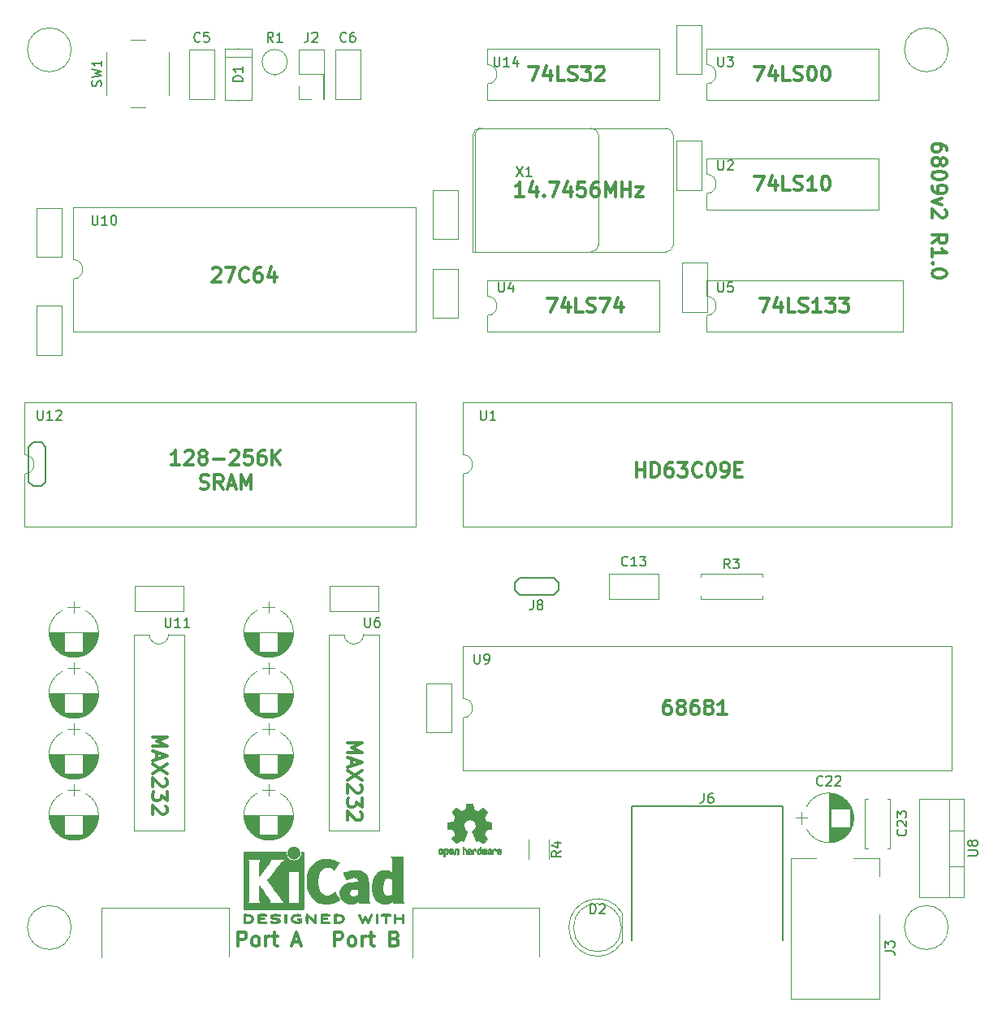
<source format=gbr>
G04 #@! TF.FileFunction,Legend,Top*
%FSLAX46Y46*%
G04 Gerber Fmt 4.6, Leading zero omitted, Abs format (unit mm)*
G04 Created by KiCad (PCBNEW 4.0.7-e2-6376~58~ubuntu16.04.1) date Tue Jul 31 10:43:38 2018*
%MOMM*%
%LPD*%
G01*
G04 APERTURE LIST*
%ADD10C,0.100000*%
%ADD11C,0.300000*%
%ADD12C,0.120000*%
%ADD13C,0.150000*%
%ADD14C,0.010000*%
G04 APERTURE END LIST*
D10*
D11*
X204021429Y-51154002D02*
X204021429Y-50868288D01*
X203950000Y-50725431D01*
X203878571Y-50654002D01*
X203664286Y-50511145D01*
X203378571Y-50439716D01*
X202807143Y-50439716D01*
X202664286Y-50511145D01*
X202592857Y-50582573D01*
X202521429Y-50725431D01*
X202521429Y-51011145D01*
X202592857Y-51154002D01*
X202664286Y-51225431D01*
X202807143Y-51296859D01*
X203164286Y-51296859D01*
X203307143Y-51225431D01*
X203378571Y-51154002D01*
X203450000Y-51011145D01*
X203450000Y-50725431D01*
X203378571Y-50582573D01*
X203307143Y-50511145D01*
X203164286Y-50439716D01*
X203378571Y-52154002D02*
X203450000Y-52011144D01*
X203521429Y-51939716D01*
X203664286Y-51868287D01*
X203735714Y-51868287D01*
X203878571Y-51939716D01*
X203950000Y-52011144D01*
X204021429Y-52154002D01*
X204021429Y-52439716D01*
X203950000Y-52582573D01*
X203878571Y-52654002D01*
X203735714Y-52725430D01*
X203664286Y-52725430D01*
X203521429Y-52654002D01*
X203450000Y-52582573D01*
X203378571Y-52439716D01*
X203378571Y-52154002D01*
X203307143Y-52011144D01*
X203235714Y-51939716D01*
X203092857Y-51868287D01*
X202807143Y-51868287D01*
X202664286Y-51939716D01*
X202592857Y-52011144D01*
X202521429Y-52154002D01*
X202521429Y-52439716D01*
X202592857Y-52582573D01*
X202664286Y-52654002D01*
X202807143Y-52725430D01*
X203092857Y-52725430D01*
X203235714Y-52654002D01*
X203307143Y-52582573D01*
X203378571Y-52439716D01*
X204021429Y-53654001D02*
X204021429Y-53796858D01*
X203950000Y-53939715D01*
X203878571Y-54011144D01*
X203735714Y-54082573D01*
X203450000Y-54154001D01*
X203092857Y-54154001D01*
X202807143Y-54082573D01*
X202664286Y-54011144D01*
X202592857Y-53939715D01*
X202521429Y-53796858D01*
X202521429Y-53654001D01*
X202592857Y-53511144D01*
X202664286Y-53439715D01*
X202807143Y-53368287D01*
X203092857Y-53296858D01*
X203450000Y-53296858D01*
X203735714Y-53368287D01*
X203878571Y-53439715D01*
X203950000Y-53511144D01*
X204021429Y-53654001D01*
X202521429Y-54868286D02*
X202521429Y-55154001D01*
X202592857Y-55296858D01*
X202664286Y-55368286D01*
X202878571Y-55511144D01*
X203164286Y-55582572D01*
X203735714Y-55582572D01*
X203878571Y-55511144D01*
X203950000Y-55439715D01*
X204021429Y-55296858D01*
X204021429Y-55011144D01*
X203950000Y-54868286D01*
X203878571Y-54796858D01*
X203735714Y-54725429D01*
X203378571Y-54725429D01*
X203235714Y-54796858D01*
X203164286Y-54868286D01*
X203092857Y-55011144D01*
X203092857Y-55296858D01*
X203164286Y-55439715D01*
X203235714Y-55511144D01*
X203378571Y-55582572D01*
X203521429Y-56082572D02*
X202521429Y-56439715D01*
X203521429Y-56796857D01*
X203878571Y-57296857D02*
X203950000Y-57368286D01*
X204021429Y-57511143D01*
X204021429Y-57868286D01*
X203950000Y-58011143D01*
X203878571Y-58082572D01*
X203735714Y-58154000D01*
X203592857Y-58154000D01*
X203378571Y-58082572D01*
X202521429Y-57225429D01*
X202521429Y-58154000D01*
X202521429Y-60796857D02*
X203235714Y-60296857D01*
X202521429Y-59939714D02*
X204021429Y-59939714D01*
X204021429Y-60511142D01*
X203950000Y-60654000D01*
X203878571Y-60725428D01*
X203735714Y-60796857D01*
X203521429Y-60796857D01*
X203378571Y-60725428D01*
X203307143Y-60654000D01*
X203235714Y-60511142D01*
X203235714Y-59939714D01*
X202521429Y-62225428D02*
X202521429Y-61368285D01*
X202521429Y-61796857D02*
X204021429Y-61796857D01*
X203807143Y-61654000D01*
X203664286Y-61511142D01*
X203592857Y-61368285D01*
X202664286Y-62868285D02*
X202592857Y-62939713D01*
X202521429Y-62868285D01*
X202592857Y-62796856D01*
X202664286Y-62868285D01*
X202521429Y-62868285D01*
X204021429Y-63868285D02*
X204021429Y-64011142D01*
X203950000Y-64153999D01*
X203878571Y-64225428D01*
X203735714Y-64296857D01*
X203450000Y-64368285D01*
X203092857Y-64368285D01*
X202807143Y-64296857D01*
X202664286Y-64225428D01*
X202592857Y-64153999D01*
X202521429Y-64011142D01*
X202521429Y-63868285D01*
X202592857Y-63725428D01*
X202664286Y-63653999D01*
X202807143Y-63582571D01*
X203092857Y-63511142D01*
X203450000Y-63511142D01*
X203735714Y-63582571D01*
X203878571Y-63653999D01*
X203950000Y-63725428D01*
X204021429Y-63868285D01*
X160500716Y-42358571D02*
X161500716Y-42358571D01*
X160857859Y-43858571D01*
X162715001Y-42858571D02*
X162715001Y-43858571D01*
X162357858Y-42287143D02*
X162000715Y-43358571D01*
X162929287Y-43358571D01*
X164215001Y-43858571D02*
X163500715Y-43858571D01*
X163500715Y-42358571D01*
X164643572Y-43787143D02*
X164857858Y-43858571D01*
X165215001Y-43858571D01*
X165357858Y-43787143D01*
X165429287Y-43715714D01*
X165500715Y-43572857D01*
X165500715Y-43430000D01*
X165429287Y-43287143D01*
X165357858Y-43215714D01*
X165215001Y-43144286D01*
X164929287Y-43072857D01*
X164786429Y-43001429D01*
X164715001Y-42930000D01*
X164643572Y-42787143D01*
X164643572Y-42644286D01*
X164715001Y-42501429D01*
X164786429Y-42430000D01*
X164929287Y-42358571D01*
X165286429Y-42358571D01*
X165500715Y-42430000D01*
X166000715Y-42358571D02*
X166929286Y-42358571D01*
X166429286Y-42930000D01*
X166643572Y-42930000D01*
X166786429Y-43001429D01*
X166857858Y-43072857D01*
X166929286Y-43215714D01*
X166929286Y-43572857D01*
X166857858Y-43715714D01*
X166786429Y-43787143D01*
X166643572Y-43858571D01*
X166215000Y-43858571D01*
X166072143Y-43787143D01*
X166000715Y-43715714D01*
X167500714Y-42501429D02*
X167572143Y-42430000D01*
X167715000Y-42358571D01*
X168072143Y-42358571D01*
X168215000Y-42430000D01*
X168286429Y-42501429D01*
X168357857Y-42644286D01*
X168357857Y-42787143D01*
X168286429Y-43001429D01*
X167429286Y-43858571D01*
X168357857Y-43858571D01*
X175228573Y-108398571D02*
X174942859Y-108398571D01*
X174800002Y-108470000D01*
X174728573Y-108541429D01*
X174585716Y-108755714D01*
X174514287Y-109041429D01*
X174514287Y-109612857D01*
X174585716Y-109755714D01*
X174657144Y-109827143D01*
X174800002Y-109898571D01*
X175085716Y-109898571D01*
X175228573Y-109827143D01*
X175300002Y-109755714D01*
X175371430Y-109612857D01*
X175371430Y-109255714D01*
X175300002Y-109112857D01*
X175228573Y-109041429D01*
X175085716Y-108970000D01*
X174800002Y-108970000D01*
X174657144Y-109041429D01*
X174585716Y-109112857D01*
X174514287Y-109255714D01*
X176228573Y-109041429D02*
X176085715Y-108970000D01*
X176014287Y-108898571D01*
X175942858Y-108755714D01*
X175942858Y-108684286D01*
X176014287Y-108541429D01*
X176085715Y-108470000D01*
X176228573Y-108398571D01*
X176514287Y-108398571D01*
X176657144Y-108470000D01*
X176728573Y-108541429D01*
X176800001Y-108684286D01*
X176800001Y-108755714D01*
X176728573Y-108898571D01*
X176657144Y-108970000D01*
X176514287Y-109041429D01*
X176228573Y-109041429D01*
X176085715Y-109112857D01*
X176014287Y-109184286D01*
X175942858Y-109327143D01*
X175942858Y-109612857D01*
X176014287Y-109755714D01*
X176085715Y-109827143D01*
X176228573Y-109898571D01*
X176514287Y-109898571D01*
X176657144Y-109827143D01*
X176728573Y-109755714D01*
X176800001Y-109612857D01*
X176800001Y-109327143D01*
X176728573Y-109184286D01*
X176657144Y-109112857D01*
X176514287Y-109041429D01*
X178085715Y-108398571D02*
X177800001Y-108398571D01*
X177657144Y-108470000D01*
X177585715Y-108541429D01*
X177442858Y-108755714D01*
X177371429Y-109041429D01*
X177371429Y-109612857D01*
X177442858Y-109755714D01*
X177514286Y-109827143D01*
X177657144Y-109898571D01*
X177942858Y-109898571D01*
X178085715Y-109827143D01*
X178157144Y-109755714D01*
X178228572Y-109612857D01*
X178228572Y-109255714D01*
X178157144Y-109112857D01*
X178085715Y-109041429D01*
X177942858Y-108970000D01*
X177657144Y-108970000D01*
X177514286Y-109041429D01*
X177442858Y-109112857D01*
X177371429Y-109255714D01*
X179085715Y-109041429D02*
X178942857Y-108970000D01*
X178871429Y-108898571D01*
X178800000Y-108755714D01*
X178800000Y-108684286D01*
X178871429Y-108541429D01*
X178942857Y-108470000D01*
X179085715Y-108398571D01*
X179371429Y-108398571D01*
X179514286Y-108470000D01*
X179585715Y-108541429D01*
X179657143Y-108684286D01*
X179657143Y-108755714D01*
X179585715Y-108898571D01*
X179514286Y-108970000D01*
X179371429Y-109041429D01*
X179085715Y-109041429D01*
X178942857Y-109112857D01*
X178871429Y-109184286D01*
X178800000Y-109327143D01*
X178800000Y-109612857D01*
X178871429Y-109755714D01*
X178942857Y-109827143D01*
X179085715Y-109898571D01*
X179371429Y-109898571D01*
X179514286Y-109827143D01*
X179585715Y-109755714D01*
X179657143Y-109612857D01*
X179657143Y-109327143D01*
X179585715Y-109184286D01*
X179514286Y-109112857D01*
X179371429Y-109041429D01*
X181085714Y-109898571D02*
X180228571Y-109898571D01*
X180657143Y-109898571D02*
X180657143Y-108398571D01*
X180514286Y-108612857D01*
X180371428Y-108755714D01*
X180228571Y-108827143D01*
X141561429Y-112840001D02*
X143061429Y-112840001D01*
X141990000Y-113340001D01*
X143061429Y-113840001D01*
X141561429Y-113840001D01*
X141990000Y-114482858D02*
X141990000Y-115197144D01*
X141561429Y-114340001D02*
X143061429Y-114840001D01*
X141561429Y-115340001D01*
X143061429Y-115697144D02*
X141561429Y-116697144D01*
X143061429Y-116697144D02*
X141561429Y-115697144D01*
X142918571Y-117197143D02*
X142990000Y-117268572D01*
X143061429Y-117411429D01*
X143061429Y-117768572D01*
X142990000Y-117911429D01*
X142918571Y-117982858D01*
X142775714Y-118054286D01*
X142632857Y-118054286D01*
X142418571Y-117982858D01*
X141561429Y-117125715D01*
X141561429Y-118054286D01*
X143061429Y-118554286D02*
X143061429Y-119482857D01*
X142490000Y-118982857D01*
X142490000Y-119197143D01*
X142418571Y-119340000D01*
X142347143Y-119411429D01*
X142204286Y-119482857D01*
X141847143Y-119482857D01*
X141704286Y-119411429D01*
X141632857Y-119340000D01*
X141561429Y-119197143D01*
X141561429Y-118768571D01*
X141632857Y-118625714D01*
X141704286Y-118554286D01*
X142918571Y-120054285D02*
X142990000Y-120125714D01*
X143061429Y-120268571D01*
X143061429Y-120625714D01*
X142990000Y-120768571D01*
X142918571Y-120840000D01*
X142775714Y-120911428D01*
X142632857Y-120911428D01*
X142418571Y-120840000D01*
X141561429Y-119982857D01*
X141561429Y-120911428D01*
X121241429Y-112205001D02*
X122741429Y-112205001D01*
X121670000Y-112705001D01*
X122741429Y-113205001D01*
X121241429Y-113205001D01*
X121670000Y-113847858D02*
X121670000Y-114562144D01*
X121241429Y-113705001D02*
X122741429Y-114205001D01*
X121241429Y-114705001D01*
X122741429Y-115062144D02*
X121241429Y-116062144D01*
X122741429Y-116062144D02*
X121241429Y-115062144D01*
X122598571Y-116562143D02*
X122670000Y-116633572D01*
X122741429Y-116776429D01*
X122741429Y-117133572D01*
X122670000Y-117276429D01*
X122598571Y-117347858D01*
X122455714Y-117419286D01*
X122312857Y-117419286D01*
X122098571Y-117347858D01*
X121241429Y-116490715D01*
X121241429Y-117419286D01*
X122741429Y-117919286D02*
X122741429Y-118847857D01*
X122170000Y-118347857D01*
X122170000Y-118562143D01*
X122098571Y-118705000D01*
X122027143Y-118776429D01*
X121884286Y-118847857D01*
X121527143Y-118847857D01*
X121384286Y-118776429D01*
X121312857Y-118705000D01*
X121241429Y-118562143D01*
X121241429Y-118133571D01*
X121312857Y-117990714D01*
X121384286Y-117919286D01*
X122598571Y-119419285D02*
X122670000Y-119490714D01*
X122741429Y-119633571D01*
X122741429Y-119990714D01*
X122670000Y-120133571D01*
X122598571Y-120205000D01*
X122455714Y-120276428D01*
X122312857Y-120276428D01*
X122098571Y-120205000D01*
X121241429Y-119347857D01*
X121241429Y-120276428D01*
X183995716Y-42358571D02*
X184995716Y-42358571D01*
X184352859Y-43858571D01*
X186210001Y-42858571D02*
X186210001Y-43858571D01*
X185852858Y-42287143D02*
X185495715Y-43358571D01*
X186424287Y-43358571D01*
X187710001Y-43858571D02*
X186995715Y-43858571D01*
X186995715Y-42358571D01*
X188138572Y-43787143D02*
X188352858Y-43858571D01*
X188710001Y-43858571D01*
X188852858Y-43787143D01*
X188924287Y-43715714D01*
X188995715Y-43572857D01*
X188995715Y-43430000D01*
X188924287Y-43287143D01*
X188852858Y-43215714D01*
X188710001Y-43144286D01*
X188424287Y-43072857D01*
X188281429Y-43001429D01*
X188210001Y-42930000D01*
X188138572Y-42787143D01*
X188138572Y-42644286D01*
X188210001Y-42501429D01*
X188281429Y-42430000D01*
X188424287Y-42358571D01*
X188781429Y-42358571D01*
X188995715Y-42430000D01*
X189924286Y-42358571D02*
X190067143Y-42358571D01*
X190210000Y-42430000D01*
X190281429Y-42501429D01*
X190352858Y-42644286D01*
X190424286Y-42930000D01*
X190424286Y-43287143D01*
X190352858Y-43572857D01*
X190281429Y-43715714D01*
X190210000Y-43787143D01*
X190067143Y-43858571D01*
X189924286Y-43858571D01*
X189781429Y-43787143D01*
X189710000Y-43715714D01*
X189638572Y-43572857D01*
X189567143Y-43287143D01*
X189567143Y-42930000D01*
X189638572Y-42644286D01*
X189710000Y-42501429D01*
X189781429Y-42430000D01*
X189924286Y-42358571D01*
X191352857Y-42358571D02*
X191495714Y-42358571D01*
X191638571Y-42430000D01*
X191710000Y-42501429D01*
X191781429Y-42644286D01*
X191852857Y-42930000D01*
X191852857Y-43287143D01*
X191781429Y-43572857D01*
X191710000Y-43715714D01*
X191638571Y-43787143D01*
X191495714Y-43858571D01*
X191352857Y-43858571D01*
X191210000Y-43787143D01*
X191138571Y-43715714D01*
X191067143Y-43572857D01*
X190995714Y-43287143D01*
X190995714Y-42930000D01*
X191067143Y-42644286D01*
X191138571Y-42501429D01*
X191210000Y-42430000D01*
X191352857Y-42358571D01*
X183995716Y-53788571D02*
X184995716Y-53788571D01*
X184352859Y-55288571D01*
X186210001Y-54288571D02*
X186210001Y-55288571D01*
X185852858Y-53717143D02*
X185495715Y-54788571D01*
X186424287Y-54788571D01*
X187710001Y-55288571D02*
X186995715Y-55288571D01*
X186995715Y-53788571D01*
X188138572Y-55217143D02*
X188352858Y-55288571D01*
X188710001Y-55288571D01*
X188852858Y-55217143D01*
X188924287Y-55145714D01*
X188995715Y-55002857D01*
X188995715Y-54860000D01*
X188924287Y-54717143D01*
X188852858Y-54645714D01*
X188710001Y-54574286D01*
X188424287Y-54502857D01*
X188281429Y-54431429D01*
X188210001Y-54360000D01*
X188138572Y-54217143D01*
X188138572Y-54074286D01*
X188210001Y-53931429D01*
X188281429Y-53860000D01*
X188424287Y-53788571D01*
X188781429Y-53788571D01*
X188995715Y-53860000D01*
X190424286Y-55288571D02*
X189567143Y-55288571D01*
X189995715Y-55288571D02*
X189995715Y-53788571D01*
X189852858Y-54002857D01*
X189710000Y-54145714D01*
X189567143Y-54217143D01*
X191352857Y-53788571D02*
X191495714Y-53788571D01*
X191638571Y-53860000D01*
X191710000Y-53931429D01*
X191781429Y-54074286D01*
X191852857Y-54360000D01*
X191852857Y-54717143D01*
X191781429Y-55002857D01*
X191710000Y-55145714D01*
X191638571Y-55217143D01*
X191495714Y-55288571D01*
X191352857Y-55288571D01*
X191210000Y-55217143D01*
X191138571Y-55145714D01*
X191067143Y-55002857D01*
X190995714Y-54717143D01*
X190995714Y-54360000D01*
X191067143Y-54074286D01*
X191138571Y-53931429D01*
X191210000Y-53860000D01*
X191352857Y-53788571D01*
X184551430Y-66488571D02*
X185551430Y-66488571D01*
X184908573Y-67988571D01*
X186765715Y-66988571D02*
X186765715Y-67988571D01*
X186408572Y-66417143D02*
X186051429Y-67488571D01*
X186980001Y-67488571D01*
X188265715Y-67988571D02*
X187551429Y-67988571D01*
X187551429Y-66488571D01*
X188694286Y-67917143D02*
X188908572Y-67988571D01*
X189265715Y-67988571D01*
X189408572Y-67917143D01*
X189480001Y-67845714D01*
X189551429Y-67702857D01*
X189551429Y-67560000D01*
X189480001Y-67417143D01*
X189408572Y-67345714D01*
X189265715Y-67274286D01*
X188980001Y-67202857D01*
X188837143Y-67131429D01*
X188765715Y-67060000D01*
X188694286Y-66917143D01*
X188694286Y-66774286D01*
X188765715Y-66631429D01*
X188837143Y-66560000D01*
X188980001Y-66488571D01*
X189337143Y-66488571D01*
X189551429Y-66560000D01*
X190980000Y-67988571D02*
X190122857Y-67988571D01*
X190551429Y-67988571D02*
X190551429Y-66488571D01*
X190408572Y-66702857D01*
X190265714Y-66845714D01*
X190122857Y-66917143D01*
X191480000Y-66488571D02*
X192408571Y-66488571D01*
X191908571Y-67060000D01*
X192122857Y-67060000D01*
X192265714Y-67131429D01*
X192337143Y-67202857D01*
X192408571Y-67345714D01*
X192408571Y-67702857D01*
X192337143Y-67845714D01*
X192265714Y-67917143D01*
X192122857Y-67988571D01*
X191694285Y-67988571D01*
X191551428Y-67917143D01*
X191480000Y-67845714D01*
X192908571Y-66488571D02*
X193837142Y-66488571D01*
X193337142Y-67060000D01*
X193551428Y-67060000D01*
X193694285Y-67131429D01*
X193765714Y-67202857D01*
X193837142Y-67345714D01*
X193837142Y-67702857D01*
X193765714Y-67845714D01*
X193694285Y-67917143D01*
X193551428Y-67988571D01*
X193122856Y-67988571D01*
X192979999Y-67917143D01*
X192908571Y-67845714D01*
X162405716Y-66488571D02*
X163405716Y-66488571D01*
X162762859Y-67988571D01*
X164620001Y-66988571D02*
X164620001Y-67988571D01*
X164262858Y-66417143D02*
X163905715Y-67488571D01*
X164834287Y-67488571D01*
X166120001Y-67988571D02*
X165405715Y-67988571D01*
X165405715Y-66488571D01*
X166548572Y-67917143D02*
X166762858Y-67988571D01*
X167120001Y-67988571D01*
X167262858Y-67917143D01*
X167334287Y-67845714D01*
X167405715Y-67702857D01*
X167405715Y-67560000D01*
X167334287Y-67417143D01*
X167262858Y-67345714D01*
X167120001Y-67274286D01*
X166834287Y-67202857D01*
X166691429Y-67131429D01*
X166620001Y-67060000D01*
X166548572Y-66917143D01*
X166548572Y-66774286D01*
X166620001Y-66631429D01*
X166691429Y-66560000D01*
X166834287Y-66488571D01*
X167191429Y-66488571D01*
X167405715Y-66560000D01*
X167905715Y-66488571D02*
X168905715Y-66488571D01*
X168262858Y-67988571D01*
X170120000Y-66988571D02*
X170120000Y-67988571D01*
X169762857Y-66417143D02*
X169405714Y-67488571D01*
X170334286Y-67488571D01*
X127488572Y-63456429D02*
X127560001Y-63385000D01*
X127702858Y-63313571D01*
X128060001Y-63313571D01*
X128202858Y-63385000D01*
X128274287Y-63456429D01*
X128345715Y-63599286D01*
X128345715Y-63742143D01*
X128274287Y-63956429D01*
X127417144Y-64813571D01*
X128345715Y-64813571D01*
X128845715Y-63313571D02*
X129845715Y-63313571D01*
X129202858Y-64813571D01*
X131274286Y-64670714D02*
X131202857Y-64742143D01*
X130988571Y-64813571D01*
X130845714Y-64813571D01*
X130631429Y-64742143D01*
X130488571Y-64599286D01*
X130417143Y-64456429D01*
X130345714Y-64170714D01*
X130345714Y-63956429D01*
X130417143Y-63670714D01*
X130488571Y-63527857D01*
X130631429Y-63385000D01*
X130845714Y-63313571D01*
X130988571Y-63313571D01*
X131202857Y-63385000D01*
X131274286Y-63456429D01*
X132560000Y-63313571D02*
X132274286Y-63313571D01*
X132131429Y-63385000D01*
X132060000Y-63456429D01*
X131917143Y-63670714D01*
X131845714Y-63956429D01*
X131845714Y-64527857D01*
X131917143Y-64670714D01*
X131988571Y-64742143D01*
X132131429Y-64813571D01*
X132417143Y-64813571D01*
X132560000Y-64742143D01*
X132631429Y-64670714D01*
X132702857Y-64527857D01*
X132702857Y-64170714D01*
X132631429Y-64027857D01*
X132560000Y-63956429D01*
X132417143Y-63885000D01*
X132131429Y-63885000D01*
X131988571Y-63956429D01*
X131917143Y-64027857D01*
X131845714Y-64170714D01*
X133988571Y-63813571D02*
X133988571Y-64813571D01*
X133631428Y-63242143D02*
X133274285Y-64313571D01*
X134202857Y-64313571D01*
X171700715Y-85133571D02*
X171700715Y-83633571D01*
X171700715Y-84347857D02*
X172557858Y-84347857D01*
X172557858Y-85133571D02*
X172557858Y-83633571D01*
X173272144Y-85133571D02*
X173272144Y-83633571D01*
X173629287Y-83633571D01*
X173843572Y-83705000D01*
X173986430Y-83847857D01*
X174057858Y-83990714D01*
X174129287Y-84276429D01*
X174129287Y-84490714D01*
X174057858Y-84776429D01*
X173986430Y-84919286D01*
X173843572Y-85062143D01*
X173629287Y-85133571D01*
X173272144Y-85133571D01*
X175415001Y-83633571D02*
X175129287Y-83633571D01*
X174986430Y-83705000D01*
X174915001Y-83776429D01*
X174772144Y-83990714D01*
X174700715Y-84276429D01*
X174700715Y-84847857D01*
X174772144Y-84990714D01*
X174843572Y-85062143D01*
X174986430Y-85133571D01*
X175272144Y-85133571D01*
X175415001Y-85062143D01*
X175486430Y-84990714D01*
X175557858Y-84847857D01*
X175557858Y-84490714D01*
X175486430Y-84347857D01*
X175415001Y-84276429D01*
X175272144Y-84205000D01*
X174986430Y-84205000D01*
X174843572Y-84276429D01*
X174772144Y-84347857D01*
X174700715Y-84490714D01*
X176057858Y-83633571D02*
X176986429Y-83633571D01*
X176486429Y-84205000D01*
X176700715Y-84205000D01*
X176843572Y-84276429D01*
X176915001Y-84347857D01*
X176986429Y-84490714D01*
X176986429Y-84847857D01*
X176915001Y-84990714D01*
X176843572Y-85062143D01*
X176700715Y-85133571D01*
X176272143Y-85133571D01*
X176129286Y-85062143D01*
X176057858Y-84990714D01*
X178486429Y-84990714D02*
X178415000Y-85062143D01*
X178200714Y-85133571D01*
X178057857Y-85133571D01*
X177843572Y-85062143D01*
X177700714Y-84919286D01*
X177629286Y-84776429D01*
X177557857Y-84490714D01*
X177557857Y-84276429D01*
X177629286Y-83990714D01*
X177700714Y-83847857D01*
X177843572Y-83705000D01*
X178057857Y-83633571D01*
X178200714Y-83633571D01*
X178415000Y-83705000D01*
X178486429Y-83776429D01*
X179415000Y-83633571D02*
X179557857Y-83633571D01*
X179700714Y-83705000D01*
X179772143Y-83776429D01*
X179843572Y-83919286D01*
X179915000Y-84205000D01*
X179915000Y-84562143D01*
X179843572Y-84847857D01*
X179772143Y-84990714D01*
X179700714Y-85062143D01*
X179557857Y-85133571D01*
X179415000Y-85133571D01*
X179272143Y-85062143D01*
X179200714Y-84990714D01*
X179129286Y-84847857D01*
X179057857Y-84562143D01*
X179057857Y-84205000D01*
X179129286Y-83919286D01*
X179200714Y-83776429D01*
X179272143Y-83705000D01*
X179415000Y-83633571D01*
X180629285Y-85133571D02*
X180915000Y-85133571D01*
X181057857Y-85062143D01*
X181129285Y-84990714D01*
X181272143Y-84776429D01*
X181343571Y-84490714D01*
X181343571Y-83919286D01*
X181272143Y-83776429D01*
X181200714Y-83705000D01*
X181057857Y-83633571D01*
X180772143Y-83633571D01*
X180629285Y-83705000D01*
X180557857Y-83776429D01*
X180486428Y-83919286D01*
X180486428Y-84276429D01*
X180557857Y-84419286D01*
X180629285Y-84490714D01*
X180772143Y-84562143D01*
X181057857Y-84562143D01*
X181200714Y-84490714D01*
X181272143Y-84419286D01*
X181343571Y-84276429D01*
X181986428Y-84347857D02*
X182486428Y-84347857D01*
X182700714Y-85133571D02*
X181986428Y-85133571D01*
X181986428Y-83633571D01*
X182700714Y-83633571D01*
X124083573Y-83858571D02*
X123226430Y-83858571D01*
X123655002Y-83858571D02*
X123655002Y-82358571D01*
X123512145Y-82572857D01*
X123369287Y-82715714D01*
X123226430Y-82787143D01*
X124655001Y-82501429D02*
X124726430Y-82430000D01*
X124869287Y-82358571D01*
X125226430Y-82358571D01*
X125369287Y-82430000D01*
X125440716Y-82501429D01*
X125512144Y-82644286D01*
X125512144Y-82787143D01*
X125440716Y-83001429D01*
X124583573Y-83858571D01*
X125512144Y-83858571D01*
X126369287Y-83001429D02*
X126226429Y-82930000D01*
X126155001Y-82858571D01*
X126083572Y-82715714D01*
X126083572Y-82644286D01*
X126155001Y-82501429D01*
X126226429Y-82430000D01*
X126369287Y-82358571D01*
X126655001Y-82358571D01*
X126797858Y-82430000D01*
X126869287Y-82501429D01*
X126940715Y-82644286D01*
X126940715Y-82715714D01*
X126869287Y-82858571D01*
X126797858Y-82930000D01*
X126655001Y-83001429D01*
X126369287Y-83001429D01*
X126226429Y-83072857D01*
X126155001Y-83144286D01*
X126083572Y-83287143D01*
X126083572Y-83572857D01*
X126155001Y-83715714D01*
X126226429Y-83787143D01*
X126369287Y-83858571D01*
X126655001Y-83858571D01*
X126797858Y-83787143D01*
X126869287Y-83715714D01*
X126940715Y-83572857D01*
X126940715Y-83287143D01*
X126869287Y-83144286D01*
X126797858Y-83072857D01*
X126655001Y-83001429D01*
X127583572Y-83287143D02*
X128726429Y-83287143D01*
X129369286Y-82501429D02*
X129440715Y-82430000D01*
X129583572Y-82358571D01*
X129940715Y-82358571D01*
X130083572Y-82430000D01*
X130155001Y-82501429D01*
X130226429Y-82644286D01*
X130226429Y-82787143D01*
X130155001Y-83001429D01*
X129297858Y-83858571D01*
X130226429Y-83858571D01*
X131583572Y-82358571D02*
X130869286Y-82358571D01*
X130797857Y-83072857D01*
X130869286Y-83001429D01*
X131012143Y-82930000D01*
X131369286Y-82930000D01*
X131512143Y-83001429D01*
X131583572Y-83072857D01*
X131655000Y-83215714D01*
X131655000Y-83572857D01*
X131583572Y-83715714D01*
X131512143Y-83787143D01*
X131369286Y-83858571D01*
X131012143Y-83858571D01*
X130869286Y-83787143D01*
X130797857Y-83715714D01*
X132940714Y-82358571D02*
X132655000Y-82358571D01*
X132512143Y-82430000D01*
X132440714Y-82501429D01*
X132297857Y-82715714D01*
X132226428Y-83001429D01*
X132226428Y-83572857D01*
X132297857Y-83715714D01*
X132369285Y-83787143D01*
X132512143Y-83858571D01*
X132797857Y-83858571D01*
X132940714Y-83787143D01*
X133012143Y-83715714D01*
X133083571Y-83572857D01*
X133083571Y-83215714D01*
X133012143Y-83072857D01*
X132940714Y-83001429D01*
X132797857Y-82930000D01*
X132512143Y-82930000D01*
X132369285Y-83001429D01*
X132297857Y-83072857D01*
X132226428Y-83215714D01*
X133726428Y-83858571D02*
X133726428Y-82358571D01*
X134583571Y-83858571D02*
X133940714Y-83001429D01*
X134583571Y-82358571D02*
X133726428Y-83215714D01*
X126226429Y-86337143D02*
X126440715Y-86408571D01*
X126797858Y-86408571D01*
X126940715Y-86337143D01*
X127012144Y-86265714D01*
X127083572Y-86122857D01*
X127083572Y-85980000D01*
X127012144Y-85837143D01*
X126940715Y-85765714D01*
X126797858Y-85694286D01*
X126512144Y-85622857D01*
X126369286Y-85551429D01*
X126297858Y-85480000D01*
X126226429Y-85337143D01*
X126226429Y-85194286D01*
X126297858Y-85051429D01*
X126369286Y-84980000D01*
X126512144Y-84908571D01*
X126869286Y-84908571D01*
X127083572Y-84980000D01*
X128583572Y-86408571D02*
X128083572Y-85694286D01*
X127726429Y-86408571D02*
X127726429Y-84908571D01*
X128297857Y-84908571D01*
X128440715Y-84980000D01*
X128512143Y-85051429D01*
X128583572Y-85194286D01*
X128583572Y-85408571D01*
X128512143Y-85551429D01*
X128440715Y-85622857D01*
X128297857Y-85694286D01*
X127726429Y-85694286D01*
X129155000Y-85980000D02*
X129869286Y-85980000D01*
X129012143Y-86408571D02*
X129512143Y-84908571D01*
X130012143Y-86408571D01*
X130512143Y-86408571D02*
X130512143Y-84908571D01*
X131012143Y-85980000D01*
X131512143Y-84908571D01*
X131512143Y-86408571D01*
X159985001Y-55923571D02*
X159127858Y-55923571D01*
X159556430Y-55923571D02*
X159556430Y-54423571D01*
X159413573Y-54637857D01*
X159270715Y-54780714D01*
X159127858Y-54852143D01*
X161270715Y-54923571D02*
X161270715Y-55923571D01*
X160913572Y-54352143D02*
X160556429Y-55423571D01*
X161485001Y-55423571D01*
X162056429Y-55780714D02*
X162127857Y-55852143D01*
X162056429Y-55923571D01*
X161985000Y-55852143D01*
X162056429Y-55780714D01*
X162056429Y-55923571D01*
X162627858Y-54423571D02*
X163627858Y-54423571D01*
X162985001Y-55923571D01*
X164842143Y-54923571D02*
X164842143Y-55923571D01*
X164485000Y-54352143D02*
X164127857Y-55423571D01*
X165056429Y-55423571D01*
X166342143Y-54423571D02*
X165627857Y-54423571D01*
X165556428Y-55137857D01*
X165627857Y-55066429D01*
X165770714Y-54995000D01*
X166127857Y-54995000D01*
X166270714Y-55066429D01*
X166342143Y-55137857D01*
X166413571Y-55280714D01*
X166413571Y-55637857D01*
X166342143Y-55780714D01*
X166270714Y-55852143D01*
X166127857Y-55923571D01*
X165770714Y-55923571D01*
X165627857Y-55852143D01*
X165556428Y-55780714D01*
X167699285Y-54423571D02*
X167413571Y-54423571D01*
X167270714Y-54495000D01*
X167199285Y-54566429D01*
X167056428Y-54780714D01*
X166984999Y-55066429D01*
X166984999Y-55637857D01*
X167056428Y-55780714D01*
X167127856Y-55852143D01*
X167270714Y-55923571D01*
X167556428Y-55923571D01*
X167699285Y-55852143D01*
X167770714Y-55780714D01*
X167842142Y-55637857D01*
X167842142Y-55280714D01*
X167770714Y-55137857D01*
X167699285Y-55066429D01*
X167556428Y-54995000D01*
X167270714Y-54995000D01*
X167127856Y-55066429D01*
X167056428Y-55137857D01*
X166984999Y-55280714D01*
X168484999Y-55923571D02*
X168484999Y-54423571D01*
X168984999Y-55495000D01*
X169484999Y-54423571D01*
X169484999Y-55923571D01*
X170199285Y-55923571D02*
X170199285Y-54423571D01*
X170199285Y-55137857D02*
X171056428Y-55137857D01*
X171056428Y-55923571D02*
X171056428Y-54423571D01*
X171627857Y-54923571D02*
X172413571Y-54923571D01*
X171627857Y-55923571D01*
X172413571Y-55923571D01*
X140224286Y-134028571D02*
X140224286Y-132528571D01*
X140795714Y-132528571D01*
X140938572Y-132600000D01*
X141010000Y-132671429D01*
X141081429Y-132814286D01*
X141081429Y-133028571D01*
X141010000Y-133171429D01*
X140938572Y-133242857D01*
X140795714Y-133314286D01*
X140224286Y-133314286D01*
X141938572Y-134028571D02*
X141795714Y-133957143D01*
X141724286Y-133885714D01*
X141652857Y-133742857D01*
X141652857Y-133314286D01*
X141724286Y-133171429D01*
X141795714Y-133100000D01*
X141938572Y-133028571D01*
X142152857Y-133028571D01*
X142295714Y-133100000D01*
X142367143Y-133171429D01*
X142438572Y-133314286D01*
X142438572Y-133742857D01*
X142367143Y-133885714D01*
X142295714Y-133957143D01*
X142152857Y-134028571D01*
X141938572Y-134028571D01*
X143081429Y-134028571D02*
X143081429Y-133028571D01*
X143081429Y-133314286D02*
X143152857Y-133171429D01*
X143224286Y-133100000D01*
X143367143Y-133028571D01*
X143510000Y-133028571D01*
X143795714Y-133028571D02*
X144367143Y-133028571D01*
X144010000Y-132528571D02*
X144010000Y-133814286D01*
X144081428Y-133957143D01*
X144224286Y-134028571D01*
X144367143Y-134028571D01*
X146510000Y-133242857D02*
X146724286Y-133314286D01*
X146795714Y-133385714D01*
X146867143Y-133528571D01*
X146867143Y-133742857D01*
X146795714Y-133885714D01*
X146724286Y-133957143D01*
X146581428Y-134028571D01*
X146010000Y-134028571D01*
X146010000Y-132528571D01*
X146510000Y-132528571D01*
X146652857Y-132600000D01*
X146724286Y-132671429D01*
X146795714Y-132814286D01*
X146795714Y-132957143D01*
X146724286Y-133100000D01*
X146652857Y-133171429D01*
X146510000Y-133242857D01*
X146010000Y-133242857D01*
X130171429Y-134028571D02*
X130171429Y-132528571D01*
X130742857Y-132528571D01*
X130885715Y-132600000D01*
X130957143Y-132671429D01*
X131028572Y-132814286D01*
X131028572Y-133028571D01*
X130957143Y-133171429D01*
X130885715Y-133242857D01*
X130742857Y-133314286D01*
X130171429Y-133314286D01*
X131885715Y-134028571D02*
X131742857Y-133957143D01*
X131671429Y-133885714D01*
X131600000Y-133742857D01*
X131600000Y-133314286D01*
X131671429Y-133171429D01*
X131742857Y-133100000D01*
X131885715Y-133028571D01*
X132100000Y-133028571D01*
X132242857Y-133100000D01*
X132314286Y-133171429D01*
X132385715Y-133314286D01*
X132385715Y-133742857D01*
X132314286Y-133885714D01*
X132242857Y-133957143D01*
X132100000Y-134028571D01*
X131885715Y-134028571D01*
X133028572Y-134028571D02*
X133028572Y-133028571D01*
X133028572Y-133314286D02*
X133100000Y-133171429D01*
X133171429Y-133100000D01*
X133314286Y-133028571D01*
X133457143Y-133028571D01*
X133742857Y-133028571D02*
X134314286Y-133028571D01*
X133957143Y-132528571D02*
X133957143Y-133814286D01*
X134028571Y-133957143D01*
X134171429Y-134028571D01*
X134314286Y-134028571D01*
X135885714Y-133600000D02*
X136600000Y-133600000D01*
X135742857Y-134028571D02*
X136242857Y-132528571D01*
X136742857Y-134028571D01*
D12*
X160474000Y-124952000D02*
X160474000Y-122952000D01*
X162614000Y-122952000D02*
X162614000Y-124952000D01*
X179010000Y-53610000D02*
G75*
G02X179010000Y-55610000I0J-1000000D01*
G01*
X179010000Y-55610000D02*
X179010000Y-57260000D01*
X179010000Y-57260000D02*
X196910000Y-57260000D01*
X196910000Y-57260000D02*
X196910000Y-51960000D01*
X196910000Y-51960000D02*
X179010000Y-51960000D01*
X179010000Y-51960000D02*
X179010000Y-53610000D01*
X156150000Y-66310000D02*
G75*
G02X156150000Y-68310000I0J-1000000D01*
G01*
X156150000Y-68310000D02*
X156150000Y-69960000D01*
X156150000Y-69960000D02*
X174050000Y-69960000D01*
X174050000Y-69960000D02*
X174050000Y-64660000D01*
X174050000Y-64660000D02*
X156150000Y-64660000D01*
X156150000Y-64660000D02*
X156150000Y-66310000D01*
D13*
X171170000Y-119435000D02*
X171170000Y-133385000D01*
X186970000Y-119435000D02*
X171170000Y-119435000D01*
X186970000Y-133385000D02*
X186970000Y-119435000D01*
D12*
X153610000Y-108220000D02*
G75*
G02X153610000Y-110220000I0J-1000000D01*
G01*
X153610000Y-110220000D02*
X153610000Y-115680000D01*
X153610000Y-115680000D02*
X204530000Y-115680000D01*
X204530000Y-115680000D02*
X204530000Y-102760000D01*
X204530000Y-102760000D02*
X153610000Y-102760000D01*
X153610000Y-102760000D02*
X153610000Y-108220000D01*
X115955000Y-135185000D02*
X115955000Y-130085000D01*
X115955000Y-130085000D02*
X115955000Y-130035000D01*
X115955000Y-130035000D02*
X129205000Y-130035000D01*
X129205000Y-130035000D02*
X129205000Y-135135000D01*
X134529723Y-103635722D02*
G75*
G03X134530000Y-99024420I-1179723J2305722D01*
G01*
X132170277Y-103635722D02*
G75*
G02X132170000Y-99024420I1179723J2305722D01*
G01*
X132170277Y-103635722D02*
G75*
G03X134530000Y-103635580I1179723J2305722D01*
G01*
X135900000Y-101330000D02*
X130800000Y-101330000D01*
X135900000Y-101370000D02*
X134330000Y-101370000D01*
X132370000Y-101370000D02*
X130800000Y-101370000D01*
X135899000Y-101410000D02*
X134330000Y-101410000D01*
X132370000Y-101410000D02*
X130801000Y-101410000D01*
X135898000Y-101450000D02*
X134330000Y-101450000D01*
X132370000Y-101450000D02*
X130802000Y-101450000D01*
X135896000Y-101490000D02*
X134330000Y-101490000D01*
X132370000Y-101490000D02*
X130804000Y-101490000D01*
X135893000Y-101530000D02*
X134330000Y-101530000D01*
X132370000Y-101530000D02*
X130807000Y-101530000D01*
X135889000Y-101570000D02*
X134330000Y-101570000D01*
X132370000Y-101570000D02*
X130811000Y-101570000D01*
X135885000Y-101610000D02*
X134330000Y-101610000D01*
X132370000Y-101610000D02*
X130815000Y-101610000D01*
X135881000Y-101650000D02*
X134330000Y-101650000D01*
X132370000Y-101650000D02*
X130819000Y-101650000D01*
X135875000Y-101690000D02*
X134330000Y-101690000D01*
X132370000Y-101690000D02*
X130825000Y-101690000D01*
X135869000Y-101730000D02*
X134330000Y-101730000D01*
X132370000Y-101730000D02*
X130831000Y-101730000D01*
X135863000Y-101770000D02*
X134330000Y-101770000D01*
X132370000Y-101770000D02*
X130837000Y-101770000D01*
X135856000Y-101810000D02*
X134330000Y-101810000D01*
X132370000Y-101810000D02*
X130844000Y-101810000D01*
X135848000Y-101850000D02*
X134330000Y-101850000D01*
X132370000Y-101850000D02*
X130852000Y-101850000D01*
X135839000Y-101890000D02*
X134330000Y-101890000D01*
X132370000Y-101890000D02*
X130861000Y-101890000D01*
X135830000Y-101930000D02*
X134330000Y-101930000D01*
X132370000Y-101930000D02*
X130870000Y-101930000D01*
X135820000Y-101970000D02*
X134330000Y-101970000D01*
X132370000Y-101970000D02*
X130880000Y-101970000D01*
X135810000Y-102010000D02*
X134330000Y-102010000D01*
X132370000Y-102010000D02*
X130890000Y-102010000D01*
X135798000Y-102051000D02*
X134330000Y-102051000D01*
X132370000Y-102051000D02*
X130902000Y-102051000D01*
X135786000Y-102091000D02*
X134330000Y-102091000D01*
X132370000Y-102091000D02*
X130914000Y-102091000D01*
X135774000Y-102131000D02*
X134330000Y-102131000D01*
X132370000Y-102131000D02*
X130926000Y-102131000D01*
X135760000Y-102171000D02*
X134330000Y-102171000D01*
X132370000Y-102171000D02*
X130940000Y-102171000D01*
X135746000Y-102211000D02*
X134330000Y-102211000D01*
X132370000Y-102211000D02*
X130954000Y-102211000D01*
X135732000Y-102251000D02*
X134330000Y-102251000D01*
X132370000Y-102251000D02*
X130968000Y-102251000D01*
X135716000Y-102291000D02*
X134330000Y-102291000D01*
X132370000Y-102291000D02*
X130984000Y-102291000D01*
X135700000Y-102331000D02*
X134330000Y-102331000D01*
X132370000Y-102331000D02*
X131000000Y-102331000D01*
X135683000Y-102371000D02*
X134330000Y-102371000D01*
X132370000Y-102371000D02*
X131017000Y-102371000D01*
X135665000Y-102411000D02*
X134330000Y-102411000D01*
X132370000Y-102411000D02*
X131035000Y-102411000D01*
X135646000Y-102451000D02*
X134330000Y-102451000D01*
X132370000Y-102451000D02*
X131054000Y-102451000D01*
X135626000Y-102491000D02*
X134330000Y-102491000D01*
X132370000Y-102491000D02*
X131074000Y-102491000D01*
X135606000Y-102531000D02*
X134330000Y-102531000D01*
X132370000Y-102531000D02*
X131094000Y-102531000D01*
X135584000Y-102571000D02*
X134330000Y-102571000D01*
X132370000Y-102571000D02*
X131116000Y-102571000D01*
X135562000Y-102611000D02*
X134330000Y-102611000D01*
X132370000Y-102611000D02*
X131138000Y-102611000D01*
X135539000Y-102651000D02*
X134330000Y-102651000D01*
X132370000Y-102651000D02*
X131161000Y-102651000D01*
X135515000Y-102691000D02*
X134330000Y-102691000D01*
X132370000Y-102691000D02*
X131185000Y-102691000D01*
X135490000Y-102731000D02*
X134330000Y-102731000D01*
X132370000Y-102731000D02*
X131210000Y-102731000D01*
X135463000Y-102771000D02*
X134330000Y-102771000D01*
X132370000Y-102771000D02*
X131237000Y-102771000D01*
X135436000Y-102811000D02*
X134330000Y-102811000D01*
X132370000Y-102811000D02*
X131264000Y-102811000D01*
X135408000Y-102851000D02*
X134330000Y-102851000D01*
X132370000Y-102851000D02*
X131292000Y-102851000D01*
X135378000Y-102891000D02*
X134330000Y-102891000D01*
X132370000Y-102891000D02*
X131322000Y-102891000D01*
X135347000Y-102931000D02*
X134330000Y-102931000D01*
X132370000Y-102931000D02*
X131353000Y-102931000D01*
X135315000Y-102971000D02*
X134330000Y-102971000D01*
X132370000Y-102971000D02*
X131385000Y-102971000D01*
X135282000Y-103011000D02*
X134330000Y-103011000D01*
X132370000Y-103011000D02*
X131418000Y-103011000D01*
X135247000Y-103051000D02*
X134330000Y-103051000D01*
X132370000Y-103051000D02*
X131453000Y-103051000D01*
X135211000Y-103091000D02*
X134330000Y-103091000D01*
X132370000Y-103091000D02*
X131489000Y-103091000D01*
X135173000Y-103131000D02*
X134330000Y-103131000D01*
X132370000Y-103131000D02*
X131527000Y-103131000D01*
X135133000Y-103171000D02*
X134330000Y-103171000D01*
X132370000Y-103171000D02*
X131567000Y-103171000D01*
X135092000Y-103211000D02*
X134330000Y-103211000D01*
X132370000Y-103211000D02*
X131608000Y-103211000D01*
X135049000Y-103251000D02*
X134330000Y-103251000D01*
X132370000Y-103251000D02*
X131651000Y-103251000D01*
X135004000Y-103291000D02*
X134330000Y-103291000D01*
X132370000Y-103291000D02*
X131696000Y-103291000D01*
X134956000Y-103331000D02*
X131744000Y-103331000D01*
X134906000Y-103371000D02*
X131794000Y-103371000D01*
X134854000Y-103411000D02*
X131846000Y-103411000D01*
X134798000Y-103451000D02*
X131902000Y-103451000D01*
X134740000Y-103491000D02*
X131960000Y-103491000D01*
X134677000Y-103531000D02*
X132023000Y-103531000D01*
X134611000Y-103571000D02*
X132089000Y-103571000D01*
X134539000Y-103611000D02*
X132161000Y-103611000D01*
X134462000Y-103651000D02*
X132238000Y-103651000D01*
X134378000Y-103691000D02*
X132322000Y-103691000D01*
X134284000Y-103731000D02*
X132416000Y-103731000D01*
X134179000Y-103771000D02*
X132521000Y-103771000D01*
X134057000Y-103811000D02*
X132643000Y-103811000D01*
X133909000Y-103851000D02*
X132791000Y-103851000D01*
X133704000Y-103891000D02*
X132996000Y-103891000D01*
X133350000Y-98130000D02*
X133350000Y-99330000D01*
X134000000Y-98730000D02*
X132700000Y-98730000D01*
X134529723Y-116335722D02*
G75*
G03X134530000Y-111724420I-1179723J2305722D01*
G01*
X132170277Y-116335722D02*
G75*
G02X132170000Y-111724420I1179723J2305722D01*
G01*
X132170277Y-116335722D02*
G75*
G03X134530000Y-116335580I1179723J2305722D01*
G01*
X135900000Y-114030000D02*
X130800000Y-114030000D01*
X135900000Y-114070000D02*
X134330000Y-114070000D01*
X132370000Y-114070000D02*
X130800000Y-114070000D01*
X135899000Y-114110000D02*
X134330000Y-114110000D01*
X132370000Y-114110000D02*
X130801000Y-114110000D01*
X135898000Y-114150000D02*
X134330000Y-114150000D01*
X132370000Y-114150000D02*
X130802000Y-114150000D01*
X135896000Y-114190000D02*
X134330000Y-114190000D01*
X132370000Y-114190000D02*
X130804000Y-114190000D01*
X135893000Y-114230000D02*
X134330000Y-114230000D01*
X132370000Y-114230000D02*
X130807000Y-114230000D01*
X135889000Y-114270000D02*
X134330000Y-114270000D01*
X132370000Y-114270000D02*
X130811000Y-114270000D01*
X135885000Y-114310000D02*
X134330000Y-114310000D01*
X132370000Y-114310000D02*
X130815000Y-114310000D01*
X135881000Y-114350000D02*
X134330000Y-114350000D01*
X132370000Y-114350000D02*
X130819000Y-114350000D01*
X135875000Y-114390000D02*
X134330000Y-114390000D01*
X132370000Y-114390000D02*
X130825000Y-114390000D01*
X135869000Y-114430000D02*
X134330000Y-114430000D01*
X132370000Y-114430000D02*
X130831000Y-114430000D01*
X135863000Y-114470000D02*
X134330000Y-114470000D01*
X132370000Y-114470000D02*
X130837000Y-114470000D01*
X135856000Y-114510000D02*
X134330000Y-114510000D01*
X132370000Y-114510000D02*
X130844000Y-114510000D01*
X135848000Y-114550000D02*
X134330000Y-114550000D01*
X132370000Y-114550000D02*
X130852000Y-114550000D01*
X135839000Y-114590000D02*
X134330000Y-114590000D01*
X132370000Y-114590000D02*
X130861000Y-114590000D01*
X135830000Y-114630000D02*
X134330000Y-114630000D01*
X132370000Y-114630000D02*
X130870000Y-114630000D01*
X135820000Y-114670000D02*
X134330000Y-114670000D01*
X132370000Y-114670000D02*
X130880000Y-114670000D01*
X135810000Y-114710000D02*
X134330000Y-114710000D01*
X132370000Y-114710000D02*
X130890000Y-114710000D01*
X135798000Y-114751000D02*
X134330000Y-114751000D01*
X132370000Y-114751000D02*
X130902000Y-114751000D01*
X135786000Y-114791000D02*
X134330000Y-114791000D01*
X132370000Y-114791000D02*
X130914000Y-114791000D01*
X135774000Y-114831000D02*
X134330000Y-114831000D01*
X132370000Y-114831000D02*
X130926000Y-114831000D01*
X135760000Y-114871000D02*
X134330000Y-114871000D01*
X132370000Y-114871000D02*
X130940000Y-114871000D01*
X135746000Y-114911000D02*
X134330000Y-114911000D01*
X132370000Y-114911000D02*
X130954000Y-114911000D01*
X135732000Y-114951000D02*
X134330000Y-114951000D01*
X132370000Y-114951000D02*
X130968000Y-114951000D01*
X135716000Y-114991000D02*
X134330000Y-114991000D01*
X132370000Y-114991000D02*
X130984000Y-114991000D01*
X135700000Y-115031000D02*
X134330000Y-115031000D01*
X132370000Y-115031000D02*
X131000000Y-115031000D01*
X135683000Y-115071000D02*
X134330000Y-115071000D01*
X132370000Y-115071000D02*
X131017000Y-115071000D01*
X135665000Y-115111000D02*
X134330000Y-115111000D01*
X132370000Y-115111000D02*
X131035000Y-115111000D01*
X135646000Y-115151000D02*
X134330000Y-115151000D01*
X132370000Y-115151000D02*
X131054000Y-115151000D01*
X135626000Y-115191000D02*
X134330000Y-115191000D01*
X132370000Y-115191000D02*
X131074000Y-115191000D01*
X135606000Y-115231000D02*
X134330000Y-115231000D01*
X132370000Y-115231000D02*
X131094000Y-115231000D01*
X135584000Y-115271000D02*
X134330000Y-115271000D01*
X132370000Y-115271000D02*
X131116000Y-115271000D01*
X135562000Y-115311000D02*
X134330000Y-115311000D01*
X132370000Y-115311000D02*
X131138000Y-115311000D01*
X135539000Y-115351000D02*
X134330000Y-115351000D01*
X132370000Y-115351000D02*
X131161000Y-115351000D01*
X135515000Y-115391000D02*
X134330000Y-115391000D01*
X132370000Y-115391000D02*
X131185000Y-115391000D01*
X135490000Y-115431000D02*
X134330000Y-115431000D01*
X132370000Y-115431000D02*
X131210000Y-115431000D01*
X135463000Y-115471000D02*
X134330000Y-115471000D01*
X132370000Y-115471000D02*
X131237000Y-115471000D01*
X135436000Y-115511000D02*
X134330000Y-115511000D01*
X132370000Y-115511000D02*
X131264000Y-115511000D01*
X135408000Y-115551000D02*
X134330000Y-115551000D01*
X132370000Y-115551000D02*
X131292000Y-115551000D01*
X135378000Y-115591000D02*
X134330000Y-115591000D01*
X132370000Y-115591000D02*
X131322000Y-115591000D01*
X135347000Y-115631000D02*
X134330000Y-115631000D01*
X132370000Y-115631000D02*
X131353000Y-115631000D01*
X135315000Y-115671000D02*
X134330000Y-115671000D01*
X132370000Y-115671000D02*
X131385000Y-115671000D01*
X135282000Y-115711000D02*
X134330000Y-115711000D01*
X132370000Y-115711000D02*
X131418000Y-115711000D01*
X135247000Y-115751000D02*
X134330000Y-115751000D01*
X132370000Y-115751000D02*
X131453000Y-115751000D01*
X135211000Y-115791000D02*
X134330000Y-115791000D01*
X132370000Y-115791000D02*
X131489000Y-115791000D01*
X135173000Y-115831000D02*
X134330000Y-115831000D01*
X132370000Y-115831000D02*
X131527000Y-115831000D01*
X135133000Y-115871000D02*
X134330000Y-115871000D01*
X132370000Y-115871000D02*
X131567000Y-115871000D01*
X135092000Y-115911000D02*
X134330000Y-115911000D01*
X132370000Y-115911000D02*
X131608000Y-115911000D01*
X135049000Y-115951000D02*
X134330000Y-115951000D01*
X132370000Y-115951000D02*
X131651000Y-115951000D01*
X135004000Y-115991000D02*
X134330000Y-115991000D01*
X132370000Y-115991000D02*
X131696000Y-115991000D01*
X134956000Y-116031000D02*
X131744000Y-116031000D01*
X134906000Y-116071000D02*
X131794000Y-116071000D01*
X134854000Y-116111000D02*
X131846000Y-116111000D01*
X134798000Y-116151000D02*
X131902000Y-116151000D01*
X134740000Y-116191000D02*
X131960000Y-116191000D01*
X134677000Y-116231000D02*
X132023000Y-116231000D01*
X134611000Y-116271000D02*
X132089000Y-116271000D01*
X134539000Y-116311000D02*
X132161000Y-116311000D01*
X134462000Y-116351000D02*
X132238000Y-116351000D01*
X134378000Y-116391000D02*
X132322000Y-116391000D01*
X134284000Y-116431000D02*
X132416000Y-116431000D01*
X134179000Y-116471000D02*
X132521000Y-116471000D01*
X134057000Y-116511000D02*
X132643000Y-116511000D01*
X133909000Y-116551000D02*
X132791000Y-116551000D01*
X133704000Y-116591000D02*
X132996000Y-116591000D01*
X133350000Y-110830000D02*
X133350000Y-112030000D01*
X134000000Y-111430000D02*
X132700000Y-111430000D01*
X134529723Y-122685722D02*
G75*
G03X134530000Y-118074420I-1179723J2305722D01*
G01*
X132170277Y-122685722D02*
G75*
G02X132170000Y-118074420I1179723J2305722D01*
G01*
X132170277Y-122685722D02*
G75*
G03X134530000Y-122685580I1179723J2305722D01*
G01*
X135900000Y-120380000D02*
X130800000Y-120380000D01*
X135900000Y-120420000D02*
X134330000Y-120420000D01*
X132370000Y-120420000D02*
X130800000Y-120420000D01*
X135899000Y-120460000D02*
X134330000Y-120460000D01*
X132370000Y-120460000D02*
X130801000Y-120460000D01*
X135898000Y-120500000D02*
X134330000Y-120500000D01*
X132370000Y-120500000D02*
X130802000Y-120500000D01*
X135896000Y-120540000D02*
X134330000Y-120540000D01*
X132370000Y-120540000D02*
X130804000Y-120540000D01*
X135893000Y-120580000D02*
X134330000Y-120580000D01*
X132370000Y-120580000D02*
X130807000Y-120580000D01*
X135889000Y-120620000D02*
X134330000Y-120620000D01*
X132370000Y-120620000D02*
X130811000Y-120620000D01*
X135885000Y-120660000D02*
X134330000Y-120660000D01*
X132370000Y-120660000D02*
X130815000Y-120660000D01*
X135881000Y-120700000D02*
X134330000Y-120700000D01*
X132370000Y-120700000D02*
X130819000Y-120700000D01*
X135875000Y-120740000D02*
X134330000Y-120740000D01*
X132370000Y-120740000D02*
X130825000Y-120740000D01*
X135869000Y-120780000D02*
X134330000Y-120780000D01*
X132370000Y-120780000D02*
X130831000Y-120780000D01*
X135863000Y-120820000D02*
X134330000Y-120820000D01*
X132370000Y-120820000D02*
X130837000Y-120820000D01*
X135856000Y-120860000D02*
X134330000Y-120860000D01*
X132370000Y-120860000D02*
X130844000Y-120860000D01*
X135848000Y-120900000D02*
X134330000Y-120900000D01*
X132370000Y-120900000D02*
X130852000Y-120900000D01*
X135839000Y-120940000D02*
X134330000Y-120940000D01*
X132370000Y-120940000D02*
X130861000Y-120940000D01*
X135830000Y-120980000D02*
X134330000Y-120980000D01*
X132370000Y-120980000D02*
X130870000Y-120980000D01*
X135820000Y-121020000D02*
X134330000Y-121020000D01*
X132370000Y-121020000D02*
X130880000Y-121020000D01*
X135810000Y-121060000D02*
X134330000Y-121060000D01*
X132370000Y-121060000D02*
X130890000Y-121060000D01*
X135798000Y-121101000D02*
X134330000Y-121101000D01*
X132370000Y-121101000D02*
X130902000Y-121101000D01*
X135786000Y-121141000D02*
X134330000Y-121141000D01*
X132370000Y-121141000D02*
X130914000Y-121141000D01*
X135774000Y-121181000D02*
X134330000Y-121181000D01*
X132370000Y-121181000D02*
X130926000Y-121181000D01*
X135760000Y-121221000D02*
X134330000Y-121221000D01*
X132370000Y-121221000D02*
X130940000Y-121221000D01*
X135746000Y-121261000D02*
X134330000Y-121261000D01*
X132370000Y-121261000D02*
X130954000Y-121261000D01*
X135732000Y-121301000D02*
X134330000Y-121301000D01*
X132370000Y-121301000D02*
X130968000Y-121301000D01*
X135716000Y-121341000D02*
X134330000Y-121341000D01*
X132370000Y-121341000D02*
X130984000Y-121341000D01*
X135700000Y-121381000D02*
X134330000Y-121381000D01*
X132370000Y-121381000D02*
X131000000Y-121381000D01*
X135683000Y-121421000D02*
X134330000Y-121421000D01*
X132370000Y-121421000D02*
X131017000Y-121421000D01*
X135665000Y-121461000D02*
X134330000Y-121461000D01*
X132370000Y-121461000D02*
X131035000Y-121461000D01*
X135646000Y-121501000D02*
X134330000Y-121501000D01*
X132370000Y-121501000D02*
X131054000Y-121501000D01*
X135626000Y-121541000D02*
X134330000Y-121541000D01*
X132370000Y-121541000D02*
X131074000Y-121541000D01*
X135606000Y-121581000D02*
X134330000Y-121581000D01*
X132370000Y-121581000D02*
X131094000Y-121581000D01*
X135584000Y-121621000D02*
X134330000Y-121621000D01*
X132370000Y-121621000D02*
X131116000Y-121621000D01*
X135562000Y-121661000D02*
X134330000Y-121661000D01*
X132370000Y-121661000D02*
X131138000Y-121661000D01*
X135539000Y-121701000D02*
X134330000Y-121701000D01*
X132370000Y-121701000D02*
X131161000Y-121701000D01*
X135515000Y-121741000D02*
X134330000Y-121741000D01*
X132370000Y-121741000D02*
X131185000Y-121741000D01*
X135490000Y-121781000D02*
X134330000Y-121781000D01*
X132370000Y-121781000D02*
X131210000Y-121781000D01*
X135463000Y-121821000D02*
X134330000Y-121821000D01*
X132370000Y-121821000D02*
X131237000Y-121821000D01*
X135436000Y-121861000D02*
X134330000Y-121861000D01*
X132370000Y-121861000D02*
X131264000Y-121861000D01*
X135408000Y-121901000D02*
X134330000Y-121901000D01*
X132370000Y-121901000D02*
X131292000Y-121901000D01*
X135378000Y-121941000D02*
X134330000Y-121941000D01*
X132370000Y-121941000D02*
X131322000Y-121941000D01*
X135347000Y-121981000D02*
X134330000Y-121981000D01*
X132370000Y-121981000D02*
X131353000Y-121981000D01*
X135315000Y-122021000D02*
X134330000Y-122021000D01*
X132370000Y-122021000D02*
X131385000Y-122021000D01*
X135282000Y-122061000D02*
X134330000Y-122061000D01*
X132370000Y-122061000D02*
X131418000Y-122061000D01*
X135247000Y-122101000D02*
X134330000Y-122101000D01*
X132370000Y-122101000D02*
X131453000Y-122101000D01*
X135211000Y-122141000D02*
X134330000Y-122141000D01*
X132370000Y-122141000D02*
X131489000Y-122141000D01*
X135173000Y-122181000D02*
X134330000Y-122181000D01*
X132370000Y-122181000D02*
X131527000Y-122181000D01*
X135133000Y-122221000D02*
X134330000Y-122221000D01*
X132370000Y-122221000D02*
X131567000Y-122221000D01*
X135092000Y-122261000D02*
X134330000Y-122261000D01*
X132370000Y-122261000D02*
X131608000Y-122261000D01*
X135049000Y-122301000D02*
X134330000Y-122301000D01*
X132370000Y-122301000D02*
X131651000Y-122301000D01*
X135004000Y-122341000D02*
X134330000Y-122341000D01*
X132370000Y-122341000D02*
X131696000Y-122341000D01*
X134956000Y-122381000D02*
X131744000Y-122381000D01*
X134906000Y-122421000D02*
X131794000Y-122421000D01*
X134854000Y-122461000D02*
X131846000Y-122461000D01*
X134798000Y-122501000D02*
X131902000Y-122501000D01*
X134740000Y-122541000D02*
X131960000Y-122541000D01*
X134677000Y-122581000D02*
X132023000Y-122581000D01*
X134611000Y-122621000D02*
X132089000Y-122621000D01*
X134539000Y-122661000D02*
X132161000Y-122661000D01*
X134462000Y-122701000D02*
X132238000Y-122701000D01*
X134378000Y-122741000D02*
X132322000Y-122741000D01*
X134284000Y-122781000D02*
X132416000Y-122781000D01*
X134179000Y-122821000D02*
X132521000Y-122821000D01*
X134057000Y-122861000D02*
X132643000Y-122861000D01*
X133909000Y-122901000D02*
X132791000Y-122901000D01*
X133704000Y-122941000D02*
X132996000Y-122941000D01*
X133350000Y-117180000D02*
X133350000Y-118380000D01*
X134000000Y-117780000D02*
X132700000Y-117780000D01*
X134529723Y-109985722D02*
G75*
G03X134530000Y-105374420I-1179723J2305722D01*
G01*
X132170277Y-109985722D02*
G75*
G02X132170000Y-105374420I1179723J2305722D01*
G01*
X132170277Y-109985722D02*
G75*
G03X134530000Y-109985580I1179723J2305722D01*
G01*
X135900000Y-107680000D02*
X130800000Y-107680000D01*
X135900000Y-107720000D02*
X134330000Y-107720000D01*
X132370000Y-107720000D02*
X130800000Y-107720000D01*
X135899000Y-107760000D02*
X134330000Y-107760000D01*
X132370000Y-107760000D02*
X130801000Y-107760000D01*
X135898000Y-107800000D02*
X134330000Y-107800000D01*
X132370000Y-107800000D02*
X130802000Y-107800000D01*
X135896000Y-107840000D02*
X134330000Y-107840000D01*
X132370000Y-107840000D02*
X130804000Y-107840000D01*
X135893000Y-107880000D02*
X134330000Y-107880000D01*
X132370000Y-107880000D02*
X130807000Y-107880000D01*
X135889000Y-107920000D02*
X134330000Y-107920000D01*
X132370000Y-107920000D02*
X130811000Y-107920000D01*
X135885000Y-107960000D02*
X134330000Y-107960000D01*
X132370000Y-107960000D02*
X130815000Y-107960000D01*
X135881000Y-108000000D02*
X134330000Y-108000000D01*
X132370000Y-108000000D02*
X130819000Y-108000000D01*
X135875000Y-108040000D02*
X134330000Y-108040000D01*
X132370000Y-108040000D02*
X130825000Y-108040000D01*
X135869000Y-108080000D02*
X134330000Y-108080000D01*
X132370000Y-108080000D02*
X130831000Y-108080000D01*
X135863000Y-108120000D02*
X134330000Y-108120000D01*
X132370000Y-108120000D02*
X130837000Y-108120000D01*
X135856000Y-108160000D02*
X134330000Y-108160000D01*
X132370000Y-108160000D02*
X130844000Y-108160000D01*
X135848000Y-108200000D02*
X134330000Y-108200000D01*
X132370000Y-108200000D02*
X130852000Y-108200000D01*
X135839000Y-108240000D02*
X134330000Y-108240000D01*
X132370000Y-108240000D02*
X130861000Y-108240000D01*
X135830000Y-108280000D02*
X134330000Y-108280000D01*
X132370000Y-108280000D02*
X130870000Y-108280000D01*
X135820000Y-108320000D02*
X134330000Y-108320000D01*
X132370000Y-108320000D02*
X130880000Y-108320000D01*
X135810000Y-108360000D02*
X134330000Y-108360000D01*
X132370000Y-108360000D02*
X130890000Y-108360000D01*
X135798000Y-108401000D02*
X134330000Y-108401000D01*
X132370000Y-108401000D02*
X130902000Y-108401000D01*
X135786000Y-108441000D02*
X134330000Y-108441000D01*
X132370000Y-108441000D02*
X130914000Y-108441000D01*
X135774000Y-108481000D02*
X134330000Y-108481000D01*
X132370000Y-108481000D02*
X130926000Y-108481000D01*
X135760000Y-108521000D02*
X134330000Y-108521000D01*
X132370000Y-108521000D02*
X130940000Y-108521000D01*
X135746000Y-108561000D02*
X134330000Y-108561000D01*
X132370000Y-108561000D02*
X130954000Y-108561000D01*
X135732000Y-108601000D02*
X134330000Y-108601000D01*
X132370000Y-108601000D02*
X130968000Y-108601000D01*
X135716000Y-108641000D02*
X134330000Y-108641000D01*
X132370000Y-108641000D02*
X130984000Y-108641000D01*
X135700000Y-108681000D02*
X134330000Y-108681000D01*
X132370000Y-108681000D02*
X131000000Y-108681000D01*
X135683000Y-108721000D02*
X134330000Y-108721000D01*
X132370000Y-108721000D02*
X131017000Y-108721000D01*
X135665000Y-108761000D02*
X134330000Y-108761000D01*
X132370000Y-108761000D02*
X131035000Y-108761000D01*
X135646000Y-108801000D02*
X134330000Y-108801000D01*
X132370000Y-108801000D02*
X131054000Y-108801000D01*
X135626000Y-108841000D02*
X134330000Y-108841000D01*
X132370000Y-108841000D02*
X131074000Y-108841000D01*
X135606000Y-108881000D02*
X134330000Y-108881000D01*
X132370000Y-108881000D02*
X131094000Y-108881000D01*
X135584000Y-108921000D02*
X134330000Y-108921000D01*
X132370000Y-108921000D02*
X131116000Y-108921000D01*
X135562000Y-108961000D02*
X134330000Y-108961000D01*
X132370000Y-108961000D02*
X131138000Y-108961000D01*
X135539000Y-109001000D02*
X134330000Y-109001000D01*
X132370000Y-109001000D02*
X131161000Y-109001000D01*
X135515000Y-109041000D02*
X134330000Y-109041000D01*
X132370000Y-109041000D02*
X131185000Y-109041000D01*
X135490000Y-109081000D02*
X134330000Y-109081000D01*
X132370000Y-109081000D02*
X131210000Y-109081000D01*
X135463000Y-109121000D02*
X134330000Y-109121000D01*
X132370000Y-109121000D02*
X131237000Y-109121000D01*
X135436000Y-109161000D02*
X134330000Y-109161000D01*
X132370000Y-109161000D02*
X131264000Y-109161000D01*
X135408000Y-109201000D02*
X134330000Y-109201000D01*
X132370000Y-109201000D02*
X131292000Y-109201000D01*
X135378000Y-109241000D02*
X134330000Y-109241000D01*
X132370000Y-109241000D02*
X131322000Y-109241000D01*
X135347000Y-109281000D02*
X134330000Y-109281000D01*
X132370000Y-109281000D02*
X131353000Y-109281000D01*
X135315000Y-109321000D02*
X134330000Y-109321000D01*
X132370000Y-109321000D02*
X131385000Y-109321000D01*
X135282000Y-109361000D02*
X134330000Y-109361000D01*
X132370000Y-109361000D02*
X131418000Y-109361000D01*
X135247000Y-109401000D02*
X134330000Y-109401000D01*
X132370000Y-109401000D02*
X131453000Y-109401000D01*
X135211000Y-109441000D02*
X134330000Y-109441000D01*
X132370000Y-109441000D02*
X131489000Y-109441000D01*
X135173000Y-109481000D02*
X134330000Y-109481000D01*
X132370000Y-109481000D02*
X131527000Y-109481000D01*
X135133000Y-109521000D02*
X134330000Y-109521000D01*
X132370000Y-109521000D02*
X131567000Y-109521000D01*
X135092000Y-109561000D02*
X134330000Y-109561000D01*
X132370000Y-109561000D02*
X131608000Y-109561000D01*
X135049000Y-109601000D02*
X134330000Y-109601000D01*
X132370000Y-109601000D02*
X131651000Y-109601000D01*
X135004000Y-109641000D02*
X134330000Y-109641000D01*
X132370000Y-109641000D02*
X131696000Y-109641000D01*
X134956000Y-109681000D02*
X131744000Y-109681000D01*
X134906000Y-109721000D02*
X131794000Y-109721000D01*
X134854000Y-109761000D02*
X131846000Y-109761000D01*
X134798000Y-109801000D02*
X131902000Y-109801000D01*
X134740000Y-109841000D02*
X131960000Y-109841000D01*
X134677000Y-109881000D02*
X132023000Y-109881000D01*
X134611000Y-109921000D02*
X132089000Y-109921000D01*
X134539000Y-109961000D02*
X132161000Y-109961000D01*
X134462000Y-110001000D02*
X132238000Y-110001000D01*
X134378000Y-110041000D02*
X132322000Y-110041000D01*
X134284000Y-110081000D02*
X132416000Y-110081000D01*
X134179000Y-110121000D02*
X132521000Y-110121000D01*
X134057000Y-110161000D02*
X132643000Y-110161000D01*
X133909000Y-110201000D02*
X132791000Y-110201000D01*
X133704000Y-110241000D02*
X132996000Y-110241000D01*
X133350000Y-104480000D02*
X133350000Y-105680000D01*
X134000000Y-105080000D02*
X132700000Y-105080000D01*
X125055000Y-45760000D02*
X125055000Y-40640000D01*
X127675000Y-45760000D02*
X127675000Y-40640000D01*
X125055000Y-45760000D02*
X127675000Y-45760000D01*
X125055000Y-40640000D02*
X127675000Y-40640000D01*
X140295000Y-45760000D02*
X140295000Y-40640000D01*
X142915000Y-45760000D02*
X142915000Y-40640000D01*
X140295000Y-45760000D02*
X142915000Y-45760000D01*
X140295000Y-40640000D02*
X142915000Y-40640000D01*
X124500000Y-99100000D02*
X119380000Y-99100000D01*
X124500000Y-96480000D02*
X119380000Y-96480000D01*
X124500000Y-99100000D02*
X124500000Y-96480000D01*
X119380000Y-99100000D02*
X119380000Y-96480000D01*
X179110000Y-62825000D02*
X179110000Y-67945000D01*
X176490000Y-62825000D02*
X176490000Y-67945000D01*
X179110000Y-62825000D02*
X176490000Y-62825000D01*
X179110000Y-67945000D02*
X176490000Y-67945000D01*
X178475000Y-38060000D02*
X178475000Y-43180000D01*
X175855000Y-38060000D02*
X175855000Y-43180000D01*
X178475000Y-38060000D02*
X175855000Y-38060000D01*
X178475000Y-43180000D02*
X175855000Y-43180000D01*
X152440000Y-106640000D02*
X152440000Y-111760000D01*
X149820000Y-106640000D02*
X149820000Y-111760000D01*
X152440000Y-106640000D02*
X149820000Y-106640000D01*
X152440000Y-111760000D02*
X149820000Y-111760000D01*
X111800000Y-57110000D02*
X111800000Y-62230000D01*
X109180000Y-57110000D02*
X109180000Y-62230000D01*
X111800000Y-57110000D02*
X109180000Y-57110000D01*
X111800000Y-62230000D02*
X109180000Y-62230000D01*
X178475000Y-50125000D02*
X178475000Y-55245000D01*
X175855000Y-50125000D02*
X175855000Y-55245000D01*
X178475000Y-50125000D02*
X175855000Y-50125000D01*
X178475000Y-55245000D02*
X175855000Y-55245000D01*
X168870000Y-95210000D02*
X173990000Y-95210000D01*
X168870000Y-97830000D02*
X173990000Y-97830000D01*
X168870000Y-95210000D02*
X168870000Y-97830000D01*
X173990000Y-95210000D02*
X173990000Y-97830000D01*
X150455000Y-60365000D02*
X150455000Y-55245000D01*
X153075000Y-60365000D02*
X153075000Y-55245000D01*
X150455000Y-60365000D02*
X153075000Y-60365000D01*
X150455000Y-55245000D02*
X153075000Y-55245000D01*
X109180000Y-72430000D02*
X109180000Y-67310000D01*
X111800000Y-72430000D02*
X111800000Y-67310000D01*
X109180000Y-72430000D02*
X111800000Y-72430000D01*
X109180000Y-67310000D02*
X111800000Y-67310000D01*
X144820000Y-99100000D02*
X139700000Y-99100000D01*
X144820000Y-96480000D02*
X139700000Y-96480000D01*
X144820000Y-99100000D02*
X144820000Y-96480000D01*
X139700000Y-99100000D02*
X139700000Y-96480000D01*
X153075000Y-63460000D02*
X153075000Y-68580000D01*
X150455000Y-63460000D02*
X150455000Y-68580000D01*
X153075000Y-63460000D02*
X150455000Y-63460000D01*
X153075000Y-68580000D02*
X150455000Y-68580000D01*
X114209723Y-103635722D02*
G75*
G03X114210000Y-99024420I-1179723J2305722D01*
G01*
X111850277Y-103635722D02*
G75*
G02X111850000Y-99024420I1179723J2305722D01*
G01*
X111850277Y-103635722D02*
G75*
G03X114210000Y-103635580I1179723J2305722D01*
G01*
X115580000Y-101330000D02*
X110480000Y-101330000D01*
X115580000Y-101370000D02*
X114010000Y-101370000D01*
X112050000Y-101370000D02*
X110480000Y-101370000D01*
X115579000Y-101410000D02*
X114010000Y-101410000D01*
X112050000Y-101410000D02*
X110481000Y-101410000D01*
X115578000Y-101450000D02*
X114010000Y-101450000D01*
X112050000Y-101450000D02*
X110482000Y-101450000D01*
X115576000Y-101490000D02*
X114010000Y-101490000D01*
X112050000Y-101490000D02*
X110484000Y-101490000D01*
X115573000Y-101530000D02*
X114010000Y-101530000D01*
X112050000Y-101530000D02*
X110487000Y-101530000D01*
X115569000Y-101570000D02*
X114010000Y-101570000D01*
X112050000Y-101570000D02*
X110491000Y-101570000D01*
X115565000Y-101610000D02*
X114010000Y-101610000D01*
X112050000Y-101610000D02*
X110495000Y-101610000D01*
X115561000Y-101650000D02*
X114010000Y-101650000D01*
X112050000Y-101650000D02*
X110499000Y-101650000D01*
X115555000Y-101690000D02*
X114010000Y-101690000D01*
X112050000Y-101690000D02*
X110505000Y-101690000D01*
X115549000Y-101730000D02*
X114010000Y-101730000D01*
X112050000Y-101730000D02*
X110511000Y-101730000D01*
X115543000Y-101770000D02*
X114010000Y-101770000D01*
X112050000Y-101770000D02*
X110517000Y-101770000D01*
X115536000Y-101810000D02*
X114010000Y-101810000D01*
X112050000Y-101810000D02*
X110524000Y-101810000D01*
X115528000Y-101850000D02*
X114010000Y-101850000D01*
X112050000Y-101850000D02*
X110532000Y-101850000D01*
X115519000Y-101890000D02*
X114010000Y-101890000D01*
X112050000Y-101890000D02*
X110541000Y-101890000D01*
X115510000Y-101930000D02*
X114010000Y-101930000D01*
X112050000Y-101930000D02*
X110550000Y-101930000D01*
X115500000Y-101970000D02*
X114010000Y-101970000D01*
X112050000Y-101970000D02*
X110560000Y-101970000D01*
X115490000Y-102010000D02*
X114010000Y-102010000D01*
X112050000Y-102010000D02*
X110570000Y-102010000D01*
X115478000Y-102051000D02*
X114010000Y-102051000D01*
X112050000Y-102051000D02*
X110582000Y-102051000D01*
X115466000Y-102091000D02*
X114010000Y-102091000D01*
X112050000Y-102091000D02*
X110594000Y-102091000D01*
X115454000Y-102131000D02*
X114010000Y-102131000D01*
X112050000Y-102131000D02*
X110606000Y-102131000D01*
X115440000Y-102171000D02*
X114010000Y-102171000D01*
X112050000Y-102171000D02*
X110620000Y-102171000D01*
X115426000Y-102211000D02*
X114010000Y-102211000D01*
X112050000Y-102211000D02*
X110634000Y-102211000D01*
X115412000Y-102251000D02*
X114010000Y-102251000D01*
X112050000Y-102251000D02*
X110648000Y-102251000D01*
X115396000Y-102291000D02*
X114010000Y-102291000D01*
X112050000Y-102291000D02*
X110664000Y-102291000D01*
X115380000Y-102331000D02*
X114010000Y-102331000D01*
X112050000Y-102331000D02*
X110680000Y-102331000D01*
X115363000Y-102371000D02*
X114010000Y-102371000D01*
X112050000Y-102371000D02*
X110697000Y-102371000D01*
X115345000Y-102411000D02*
X114010000Y-102411000D01*
X112050000Y-102411000D02*
X110715000Y-102411000D01*
X115326000Y-102451000D02*
X114010000Y-102451000D01*
X112050000Y-102451000D02*
X110734000Y-102451000D01*
X115306000Y-102491000D02*
X114010000Y-102491000D01*
X112050000Y-102491000D02*
X110754000Y-102491000D01*
X115286000Y-102531000D02*
X114010000Y-102531000D01*
X112050000Y-102531000D02*
X110774000Y-102531000D01*
X115264000Y-102571000D02*
X114010000Y-102571000D01*
X112050000Y-102571000D02*
X110796000Y-102571000D01*
X115242000Y-102611000D02*
X114010000Y-102611000D01*
X112050000Y-102611000D02*
X110818000Y-102611000D01*
X115219000Y-102651000D02*
X114010000Y-102651000D01*
X112050000Y-102651000D02*
X110841000Y-102651000D01*
X115195000Y-102691000D02*
X114010000Y-102691000D01*
X112050000Y-102691000D02*
X110865000Y-102691000D01*
X115170000Y-102731000D02*
X114010000Y-102731000D01*
X112050000Y-102731000D02*
X110890000Y-102731000D01*
X115143000Y-102771000D02*
X114010000Y-102771000D01*
X112050000Y-102771000D02*
X110917000Y-102771000D01*
X115116000Y-102811000D02*
X114010000Y-102811000D01*
X112050000Y-102811000D02*
X110944000Y-102811000D01*
X115088000Y-102851000D02*
X114010000Y-102851000D01*
X112050000Y-102851000D02*
X110972000Y-102851000D01*
X115058000Y-102891000D02*
X114010000Y-102891000D01*
X112050000Y-102891000D02*
X111002000Y-102891000D01*
X115027000Y-102931000D02*
X114010000Y-102931000D01*
X112050000Y-102931000D02*
X111033000Y-102931000D01*
X114995000Y-102971000D02*
X114010000Y-102971000D01*
X112050000Y-102971000D02*
X111065000Y-102971000D01*
X114962000Y-103011000D02*
X114010000Y-103011000D01*
X112050000Y-103011000D02*
X111098000Y-103011000D01*
X114927000Y-103051000D02*
X114010000Y-103051000D01*
X112050000Y-103051000D02*
X111133000Y-103051000D01*
X114891000Y-103091000D02*
X114010000Y-103091000D01*
X112050000Y-103091000D02*
X111169000Y-103091000D01*
X114853000Y-103131000D02*
X114010000Y-103131000D01*
X112050000Y-103131000D02*
X111207000Y-103131000D01*
X114813000Y-103171000D02*
X114010000Y-103171000D01*
X112050000Y-103171000D02*
X111247000Y-103171000D01*
X114772000Y-103211000D02*
X114010000Y-103211000D01*
X112050000Y-103211000D02*
X111288000Y-103211000D01*
X114729000Y-103251000D02*
X114010000Y-103251000D01*
X112050000Y-103251000D02*
X111331000Y-103251000D01*
X114684000Y-103291000D02*
X114010000Y-103291000D01*
X112050000Y-103291000D02*
X111376000Y-103291000D01*
X114636000Y-103331000D02*
X111424000Y-103331000D01*
X114586000Y-103371000D02*
X111474000Y-103371000D01*
X114534000Y-103411000D02*
X111526000Y-103411000D01*
X114478000Y-103451000D02*
X111582000Y-103451000D01*
X114420000Y-103491000D02*
X111640000Y-103491000D01*
X114357000Y-103531000D02*
X111703000Y-103531000D01*
X114291000Y-103571000D02*
X111769000Y-103571000D01*
X114219000Y-103611000D02*
X111841000Y-103611000D01*
X114142000Y-103651000D02*
X111918000Y-103651000D01*
X114058000Y-103691000D02*
X112002000Y-103691000D01*
X113964000Y-103731000D02*
X112096000Y-103731000D01*
X113859000Y-103771000D02*
X112201000Y-103771000D01*
X113737000Y-103811000D02*
X112323000Y-103811000D01*
X113589000Y-103851000D02*
X112471000Y-103851000D01*
X113384000Y-103891000D02*
X112676000Y-103891000D01*
X113030000Y-98130000D02*
X113030000Y-99330000D01*
X113680000Y-98730000D02*
X112380000Y-98730000D01*
X114209723Y-116335722D02*
G75*
G03X114210000Y-111724420I-1179723J2305722D01*
G01*
X111850277Y-116335722D02*
G75*
G02X111850000Y-111724420I1179723J2305722D01*
G01*
X111850277Y-116335722D02*
G75*
G03X114210000Y-116335580I1179723J2305722D01*
G01*
X115580000Y-114030000D02*
X110480000Y-114030000D01*
X115580000Y-114070000D02*
X114010000Y-114070000D01*
X112050000Y-114070000D02*
X110480000Y-114070000D01*
X115579000Y-114110000D02*
X114010000Y-114110000D01*
X112050000Y-114110000D02*
X110481000Y-114110000D01*
X115578000Y-114150000D02*
X114010000Y-114150000D01*
X112050000Y-114150000D02*
X110482000Y-114150000D01*
X115576000Y-114190000D02*
X114010000Y-114190000D01*
X112050000Y-114190000D02*
X110484000Y-114190000D01*
X115573000Y-114230000D02*
X114010000Y-114230000D01*
X112050000Y-114230000D02*
X110487000Y-114230000D01*
X115569000Y-114270000D02*
X114010000Y-114270000D01*
X112050000Y-114270000D02*
X110491000Y-114270000D01*
X115565000Y-114310000D02*
X114010000Y-114310000D01*
X112050000Y-114310000D02*
X110495000Y-114310000D01*
X115561000Y-114350000D02*
X114010000Y-114350000D01*
X112050000Y-114350000D02*
X110499000Y-114350000D01*
X115555000Y-114390000D02*
X114010000Y-114390000D01*
X112050000Y-114390000D02*
X110505000Y-114390000D01*
X115549000Y-114430000D02*
X114010000Y-114430000D01*
X112050000Y-114430000D02*
X110511000Y-114430000D01*
X115543000Y-114470000D02*
X114010000Y-114470000D01*
X112050000Y-114470000D02*
X110517000Y-114470000D01*
X115536000Y-114510000D02*
X114010000Y-114510000D01*
X112050000Y-114510000D02*
X110524000Y-114510000D01*
X115528000Y-114550000D02*
X114010000Y-114550000D01*
X112050000Y-114550000D02*
X110532000Y-114550000D01*
X115519000Y-114590000D02*
X114010000Y-114590000D01*
X112050000Y-114590000D02*
X110541000Y-114590000D01*
X115510000Y-114630000D02*
X114010000Y-114630000D01*
X112050000Y-114630000D02*
X110550000Y-114630000D01*
X115500000Y-114670000D02*
X114010000Y-114670000D01*
X112050000Y-114670000D02*
X110560000Y-114670000D01*
X115490000Y-114710000D02*
X114010000Y-114710000D01*
X112050000Y-114710000D02*
X110570000Y-114710000D01*
X115478000Y-114751000D02*
X114010000Y-114751000D01*
X112050000Y-114751000D02*
X110582000Y-114751000D01*
X115466000Y-114791000D02*
X114010000Y-114791000D01*
X112050000Y-114791000D02*
X110594000Y-114791000D01*
X115454000Y-114831000D02*
X114010000Y-114831000D01*
X112050000Y-114831000D02*
X110606000Y-114831000D01*
X115440000Y-114871000D02*
X114010000Y-114871000D01*
X112050000Y-114871000D02*
X110620000Y-114871000D01*
X115426000Y-114911000D02*
X114010000Y-114911000D01*
X112050000Y-114911000D02*
X110634000Y-114911000D01*
X115412000Y-114951000D02*
X114010000Y-114951000D01*
X112050000Y-114951000D02*
X110648000Y-114951000D01*
X115396000Y-114991000D02*
X114010000Y-114991000D01*
X112050000Y-114991000D02*
X110664000Y-114991000D01*
X115380000Y-115031000D02*
X114010000Y-115031000D01*
X112050000Y-115031000D02*
X110680000Y-115031000D01*
X115363000Y-115071000D02*
X114010000Y-115071000D01*
X112050000Y-115071000D02*
X110697000Y-115071000D01*
X115345000Y-115111000D02*
X114010000Y-115111000D01*
X112050000Y-115111000D02*
X110715000Y-115111000D01*
X115326000Y-115151000D02*
X114010000Y-115151000D01*
X112050000Y-115151000D02*
X110734000Y-115151000D01*
X115306000Y-115191000D02*
X114010000Y-115191000D01*
X112050000Y-115191000D02*
X110754000Y-115191000D01*
X115286000Y-115231000D02*
X114010000Y-115231000D01*
X112050000Y-115231000D02*
X110774000Y-115231000D01*
X115264000Y-115271000D02*
X114010000Y-115271000D01*
X112050000Y-115271000D02*
X110796000Y-115271000D01*
X115242000Y-115311000D02*
X114010000Y-115311000D01*
X112050000Y-115311000D02*
X110818000Y-115311000D01*
X115219000Y-115351000D02*
X114010000Y-115351000D01*
X112050000Y-115351000D02*
X110841000Y-115351000D01*
X115195000Y-115391000D02*
X114010000Y-115391000D01*
X112050000Y-115391000D02*
X110865000Y-115391000D01*
X115170000Y-115431000D02*
X114010000Y-115431000D01*
X112050000Y-115431000D02*
X110890000Y-115431000D01*
X115143000Y-115471000D02*
X114010000Y-115471000D01*
X112050000Y-115471000D02*
X110917000Y-115471000D01*
X115116000Y-115511000D02*
X114010000Y-115511000D01*
X112050000Y-115511000D02*
X110944000Y-115511000D01*
X115088000Y-115551000D02*
X114010000Y-115551000D01*
X112050000Y-115551000D02*
X110972000Y-115551000D01*
X115058000Y-115591000D02*
X114010000Y-115591000D01*
X112050000Y-115591000D02*
X111002000Y-115591000D01*
X115027000Y-115631000D02*
X114010000Y-115631000D01*
X112050000Y-115631000D02*
X111033000Y-115631000D01*
X114995000Y-115671000D02*
X114010000Y-115671000D01*
X112050000Y-115671000D02*
X111065000Y-115671000D01*
X114962000Y-115711000D02*
X114010000Y-115711000D01*
X112050000Y-115711000D02*
X111098000Y-115711000D01*
X114927000Y-115751000D02*
X114010000Y-115751000D01*
X112050000Y-115751000D02*
X111133000Y-115751000D01*
X114891000Y-115791000D02*
X114010000Y-115791000D01*
X112050000Y-115791000D02*
X111169000Y-115791000D01*
X114853000Y-115831000D02*
X114010000Y-115831000D01*
X112050000Y-115831000D02*
X111207000Y-115831000D01*
X114813000Y-115871000D02*
X114010000Y-115871000D01*
X112050000Y-115871000D02*
X111247000Y-115871000D01*
X114772000Y-115911000D02*
X114010000Y-115911000D01*
X112050000Y-115911000D02*
X111288000Y-115911000D01*
X114729000Y-115951000D02*
X114010000Y-115951000D01*
X112050000Y-115951000D02*
X111331000Y-115951000D01*
X114684000Y-115991000D02*
X114010000Y-115991000D01*
X112050000Y-115991000D02*
X111376000Y-115991000D01*
X114636000Y-116031000D02*
X111424000Y-116031000D01*
X114586000Y-116071000D02*
X111474000Y-116071000D01*
X114534000Y-116111000D02*
X111526000Y-116111000D01*
X114478000Y-116151000D02*
X111582000Y-116151000D01*
X114420000Y-116191000D02*
X111640000Y-116191000D01*
X114357000Y-116231000D02*
X111703000Y-116231000D01*
X114291000Y-116271000D02*
X111769000Y-116271000D01*
X114219000Y-116311000D02*
X111841000Y-116311000D01*
X114142000Y-116351000D02*
X111918000Y-116351000D01*
X114058000Y-116391000D02*
X112002000Y-116391000D01*
X113964000Y-116431000D02*
X112096000Y-116431000D01*
X113859000Y-116471000D02*
X112201000Y-116471000D01*
X113737000Y-116511000D02*
X112323000Y-116511000D01*
X113589000Y-116551000D02*
X112471000Y-116551000D01*
X113384000Y-116591000D02*
X112676000Y-116591000D01*
X113030000Y-110830000D02*
X113030000Y-112030000D01*
X113680000Y-111430000D02*
X112380000Y-111430000D01*
X114209723Y-109985722D02*
G75*
G03X114210000Y-105374420I-1179723J2305722D01*
G01*
X111850277Y-109985722D02*
G75*
G02X111850000Y-105374420I1179723J2305722D01*
G01*
X111850277Y-109985722D02*
G75*
G03X114210000Y-109985580I1179723J2305722D01*
G01*
X115580000Y-107680000D02*
X110480000Y-107680000D01*
X115580000Y-107720000D02*
X114010000Y-107720000D01*
X112050000Y-107720000D02*
X110480000Y-107720000D01*
X115579000Y-107760000D02*
X114010000Y-107760000D01*
X112050000Y-107760000D02*
X110481000Y-107760000D01*
X115578000Y-107800000D02*
X114010000Y-107800000D01*
X112050000Y-107800000D02*
X110482000Y-107800000D01*
X115576000Y-107840000D02*
X114010000Y-107840000D01*
X112050000Y-107840000D02*
X110484000Y-107840000D01*
X115573000Y-107880000D02*
X114010000Y-107880000D01*
X112050000Y-107880000D02*
X110487000Y-107880000D01*
X115569000Y-107920000D02*
X114010000Y-107920000D01*
X112050000Y-107920000D02*
X110491000Y-107920000D01*
X115565000Y-107960000D02*
X114010000Y-107960000D01*
X112050000Y-107960000D02*
X110495000Y-107960000D01*
X115561000Y-108000000D02*
X114010000Y-108000000D01*
X112050000Y-108000000D02*
X110499000Y-108000000D01*
X115555000Y-108040000D02*
X114010000Y-108040000D01*
X112050000Y-108040000D02*
X110505000Y-108040000D01*
X115549000Y-108080000D02*
X114010000Y-108080000D01*
X112050000Y-108080000D02*
X110511000Y-108080000D01*
X115543000Y-108120000D02*
X114010000Y-108120000D01*
X112050000Y-108120000D02*
X110517000Y-108120000D01*
X115536000Y-108160000D02*
X114010000Y-108160000D01*
X112050000Y-108160000D02*
X110524000Y-108160000D01*
X115528000Y-108200000D02*
X114010000Y-108200000D01*
X112050000Y-108200000D02*
X110532000Y-108200000D01*
X115519000Y-108240000D02*
X114010000Y-108240000D01*
X112050000Y-108240000D02*
X110541000Y-108240000D01*
X115510000Y-108280000D02*
X114010000Y-108280000D01*
X112050000Y-108280000D02*
X110550000Y-108280000D01*
X115500000Y-108320000D02*
X114010000Y-108320000D01*
X112050000Y-108320000D02*
X110560000Y-108320000D01*
X115490000Y-108360000D02*
X114010000Y-108360000D01*
X112050000Y-108360000D02*
X110570000Y-108360000D01*
X115478000Y-108401000D02*
X114010000Y-108401000D01*
X112050000Y-108401000D02*
X110582000Y-108401000D01*
X115466000Y-108441000D02*
X114010000Y-108441000D01*
X112050000Y-108441000D02*
X110594000Y-108441000D01*
X115454000Y-108481000D02*
X114010000Y-108481000D01*
X112050000Y-108481000D02*
X110606000Y-108481000D01*
X115440000Y-108521000D02*
X114010000Y-108521000D01*
X112050000Y-108521000D02*
X110620000Y-108521000D01*
X115426000Y-108561000D02*
X114010000Y-108561000D01*
X112050000Y-108561000D02*
X110634000Y-108561000D01*
X115412000Y-108601000D02*
X114010000Y-108601000D01*
X112050000Y-108601000D02*
X110648000Y-108601000D01*
X115396000Y-108641000D02*
X114010000Y-108641000D01*
X112050000Y-108641000D02*
X110664000Y-108641000D01*
X115380000Y-108681000D02*
X114010000Y-108681000D01*
X112050000Y-108681000D02*
X110680000Y-108681000D01*
X115363000Y-108721000D02*
X114010000Y-108721000D01*
X112050000Y-108721000D02*
X110697000Y-108721000D01*
X115345000Y-108761000D02*
X114010000Y-108761000D01*
X112050000Y-108761000D02*
X110715000Y-108761000D01*
X115326000Y-108801000D02*
X114010000Y-108801000D01*
X112050000Y-108801000D02*
X110734000Y-108801000D01*
X115306000Y-108841000D02*
X114010000Y-108841000D01*
X112050000Y-108841000D02*
X110754000Y-108841000D01*
X115286000Y-108881000D02*
X114010000Y-108881000D01*
X112050000Y-108881000D02*
X110774000Y-108881000D01*
X115264000Y-108921000D02*
X114010000Y-108921000D01*
X112050000Y-108921000D02*
X110796000Y-108921000D01*
X115242000Y-108961000D02*
X114010000Y-108961000D01*
X112050000Y-108961000D02*
X110818000Y-108961000D01*
X115219000Y-109001000D02*
X114010000Y-109001000D01*
X112050000Y-109001000D02*
X110841000Y-109001000D01*
X115195000Y-109041000D02*
X114010000Y-109041000D01*
X112050000Y-109041000D02*
X110865000Y-109041000D01*
X115170000Y-109081000D02*
X114010000Y-109081000D01*
X112050000Y-109081000D02*
X110890000Y-109081000D01*
X115143000Y-109121000D02*
X114010000Y-109121000D01*
X112050000Y-109121000D02*
X110917000Y-109121000D01*
X115116000Y-109161000D02*
X114010000Y-109161000D01*
X112050000Y-109161000D02*
X110944000Y-109161000D01*
X115088000Y-109201000D02*
X114010000Y-109201000D01*
X112050000Y-109201000D02*
X110972000Y-109201000D01*
X115058000Y-109241000D02*
X114010000Y-109241000D01*
X112050000Y-109241000D02*
X111002000Y-109241000D01*
X115027000Y-109281000D02*
X114010000Y-109281000D01*
X112050000Y-109281000D02*
X111033000Y-109281000D01*
X114995000Y-109321000D02*
X114010000Y-109321000D01*
X112050000Y-109321000D02*
X111065000Y-109321000D01*
X114962000Y-109361000D02*
X114010000Y-109361000D01*
X112050000Y-109361000D02*
X111098000Y-109361000D01*
X114927000Y-109401000D02*
X114010000Y-109401000D01*
X112050000Y-109401000D02*
X111133000Y-109401000D01*
X114891000Y-109441000D02*
X114010000Y-109441000D01*
X112050000Y-109441000D02*
X111169000Y-109441000D01*
X114853000Y-109481000D02*
X114010000Y-109481000D01*
X112050000Y-109481000D02*
X111207000Y-109481000D01*
X114813000Y-109521000D02*
X114010000Y-109521000D01*
X112050000Y-109521000D02*
X111247000Y-109521000D01*
X114772000Y-109561000D02*
X114010000Y-109561000D01*
X112050000Y-109561000D02*
X111288000Y-109561000D01*
X114729000Y-109601000D02*
X114010000Y-109601000D01*
X112050000Y-109601000D02*
X111331000Y-109601000D01*
X114684000Y-109641000D02*
X114010000Y-109641000D01*
X112050000Y-109641000D02*
X111376000Y-109641000D01*
X114636000Y-109681000D02*
X111424000Y-109681000D01*
X114586000Y-109721000D02*
X111474000Y-109721000D01*
X114534000Y-109761000D02*
X111526000Y-109761000D01*
X114478000Y-109801000D02*
X111582000Y-109801000D01*
X114420000Y-109841000D02*
X111640000Y-109841000D01*
X114357000Y-109881000D02*
X111703000Y-109881000D01*
X114291000Y-109921000D02*
X111769000Y-109921000D01*
X114219000Y-109961000D02*
X111841000Y-109961000D01*
X114142000Y-110001000D02*
X111918000Y-110001000D01*
X114058000Y-110041000D02*
X112002000Y-110041000D01*
X113964000Y-110081000D02*
X112096000Y-110081000D01*
X113859000Y-110121000D02*
X112201000Y-110121000D01*
X113737000Y-110161000D02*
X112323000Y-110161000D01*
X113589000Y-110201000D02*
X112471000Y-110201000D01*
X113384000Y-110241000D02*
X112676000Y-110241000D01*
X113030000Y-104480000D02*
X113030000Y-105680000D01*
X113680000Y-105080000D02*
X112380000Y-105080000D01*
X114209723Y-122685722D02*
G75*
G03X114210000Y-118074420I-1179723J2305722D01*
G01*
X111850277Y-122685722D02*
G75*
G02X111850000Y-118074420I1179723J2305722D01*
G01*
X111850277Y-122685722D02*
G75*
G03X114210000Y-122685580I1179723J2305722D01*
G01*
X115580000Y-120380000D02*
X110480000Y-120380000D01*
X115580000Y-120420000D02*
X114010000Y-120420000D01*
X112050000Y-120420000D02*
X110480000Y-120420000D01*
X115579000Y-120460000D02*
X114010000Y-120460000D01*
X112050000Y-120460000D02*
X110481000Y-120460000D01*
X115578000Y-120500000D02*
X114010000Y-120500000D01*
X112050000Y-120500000D02*
X110482000Y-120500000D01*
X115576000Y-120540000D02*
X114010000Y-120540000D01*
X112050000Y-120540000D02*
X110484000Y-120540000D01*
X115573000Y-120580000D02*
X114010000Y-120580000D01*
X112050000Y-120580000D02*
X110487000Y-120580000D01*
X115569000Y-120620000D02*
X114010000Y-120620000D01*
X112050000Y-120620000D02*
X110491000Y-120620000D01*
X115565000Y-120660000D02*
X114010000Y-120660000D01*
X112050000Y-120660000D02*
X110495000Y-120660000D01*
X115561000Y-120700000D02*
X114010000Y-120700000D01*
X112050000Y-120700000D02*
X110499000Y-120700000D01*
X115555000Y-120740000D02*
X114010000Y-120740000D01*
X112050000Y-120740000D02*
X110505000Y-120740000D01*
X115549000Y-120780000D02*
X114010000Y-120780000D01*
X112050000Y-120780000D02*
X110511000Y-120780000D01*
X115543000Y-120820000D02*
X114010000Y-120820000D01*
X112050000Y-120820000D02*
X110517000Y-120820000D01*
X115536000Y-120860000D02*
X114010000Y-120860000D01*
X112050000Y-120860000D02*
X110524000Y-120860000D01*
X115528000Y-120900000D02*
X114010000Y-120900000D01*
X112050000Y-120900000D02*
X110532000Y-120900000D01*
X115519000Y-120940000D02*
X114010000Y-120940000D01*
X112050000Y-120940000D02*
X110541000Y-120940000D01*
X115510000Y-120980000D02*
X114010000Y-120980000D01*
X112050000Y-120980000D02*
X110550000Y-120980000D01*
X115500000Y-121020000D02*
X114010000Y-121020000D01*
X112050000Y-121020000D02*
X110560000Y-121020000D01*
X115490000Y-121060000D02*
X114010000Y-121060000D01*
X112050000Y-121060000D02*
X110570000Y-121060000D01*
X115478000Y-121101000D02*
X114010000Y-121101000D01*
X112050000Y-121101000D02*
X110582000Y-121101000D01*
X115466000Y-121141000D02*
X114010000Y-121141000D01*
X112050000Y-121141000D02*
X110594000Y-121141000D01*
X115454000Y-121181000D02*
X114010000Y-121181000D01*
X112050000Y-121181000D02*
X110606000Y-121181000D01*
X115440000Y-121221000D02*
X114010000Y-121221000D01*
X112050000Y-121221000D02*
X110620000Y-121221000D01*
X115426000Y-121261000D02*
X114010000Y-121261000D01*
X112050000Y-121261000D02*
X110634000Y-121261000D01*
X115412000Y-121301000D02*
X114010000Y-121301000D01*
X112050000Y-121301000D02*
X110648000Y-121301000D01*
X115396000Y-121341000D02*
X114010000Y-121341000D01*
X112050000Y-121341000D02*
X110664000Y-121341000D01*
X115380000Y-121381000D02*
X114010000Y-121381000D01*
X112050000Y-121381000D02*
X110680000Y-121381000D01*
X115363000Y-121421000D02*
X114010000Y-121421000D01*
X112050000Y-121421000D02*
X110697000Y-121421000D01*
X115345000Y-121461000D02*
X114010000Y-121461000D01*
X112050000Y-121461000D02*
X110715000Y-121461000D01*
X115326000Y-121501000D02*
X114010000Y-121501000D01*
X112050000Y-121501000D02*
X110734000Y-121501000D01*
X115306000Y-121541000D02*
X114010000Y-121541000D01*
X112050000Y-121541000D02*
X110754000Y-121541000D01*
X115286000Y-121581000D02*
X114010000Y-121581000D01*
X112050000Y-121581000D02*
X110774000Y-121581000D01*
X115264000Y-121621000D02*
X114010000Y-121621000D01*
X112050000Y-121621000D02*
X110796000Y-121621000D01*
X115242000Y-121661000D02*
X114010000Y-121661000D01*
X112050000Y-121661000D02*
X110818000Y-121661000D01*
X115219000Y-121701000D02*
X114010000Y-121701000D01*
X112050000Y-121701000D02*
X110841000Y-121701000D01*
X115195000Y-121741000D02*
X114010000Y-121741000D01*
X112050000Y-121741000D02*
X110865000Y-121741000D01*
X115170000Y-121781000D02*
X114010000Y-121781000D01*
X112050000Y-121781000D02*
X110890000Y-121781000D01*
X115143000Y-121821000D02*
X114010000Y-121821000D01*
X112050000Y-121821000D02*
X110917000Y-121821000D01*
X115116000Y-121861000D02*
X114010000Y-121861000D01*
X112050000Y-121861000D02*
X110944000Y-121861000D01*
X115088000Y-121901000D02*
X114010000Y-121901000D01*
X112050000Y-121901000D02*
X110972000Y-121901000D01*
X115058000Y-121941000D02*
X114010000Y-121941000D01*
X112050000Y-121941000D02*
X111002000Y-121941000D01*
X115027000Y-121981000D02*
X114010000Y-121981000D01*
X112050000Y-121981000D02*
X111033000Y-121981000D01*
X114995000Y-122021000D02*
X114010000Y-122021000D01*
X112050000Y-122021000D02*
X111065000Y-122021000D01*
X114962000Y-122061000D02*
X114010000Y-122061000D01*
X112050000Y-122061000D02*
X111098000Y-122061000D01*
X114927000Y-122101000D02*
X114010000Y-122101000D01*
X112050000Y-122101000D02*
X111133000Y-122101000D01*
X114891000Y-122141000D02*
X114010000Y-122141000D01*
X112050000Y-122141000D02*
X111169000Y-122141000D01*
X114853000Y-122181000D02*
X114010000Y-122181000D01*
X112050000Y-122181000D02*
X111207000Y-122181000D01*
X114813000Y-122221000D02*
X114010000Y-122221000D01*
X112050000Y-122221000D02*
X111247000Y-122221000D01*
X114772000Y-122261000D02*
X114010000Y-122261000D01*
X112050000Y-122261000D02*
X111288000Y-122261000D01*
X114729000Y-122301000D02*
X114010000Y-122301000D01*
X112050000Y-122301000D02*
X111331000Y-122301000D01*
X114684000Y-122341000D02*
X114010000Y-122341000D01*
X112050000Y-122341000D02*
X111376000Y-122341000D01*
X114636000Y-122381000D02*
X111424000Y-122381000D01*
X114586000Y-122421000D02*
X111474000Y-122421000D01*
X114534000Y-122461000D02*
X111526000Y-122461000D01*
X114478000Y-122501000D02*
X111582000Y-122501000D01*
X114420000Y-122541000D02*
X111640000Y-122541000D01*
X114357000Y-122581000D02*
X111703000Y-122581000D01*
X114291000Y-122621000D02*
X111769000Y-122621000D01*
X114219000Y-122661000D02*
X111841000Y-122661000D01*
X114142000Y-122701000D02*
X111918000Y-122701000D01*
X114058000Y-122741000D02*
X112002000Y-122741000D01*
X113964000Y-122781000D02*
X112096000Y-122781000D01*
X113859000Y-122821000D02*
X112201000Y-122821000D01*
X113737000Y-122861000D02*
X112323000Y-122861000D01*
X113589000Y-122901000D02*
X112471000Y-122901000D01*
X113384000Y-122941000D02*
X112676000Y-122941000D01*
X113030000Y-117180000D02*
X113030000Y-118380000D01*
X113680000Y-117780000D02*
X112380000Y-117780000D01*
X148340000Y-135185000D02*
X148340000Y-130085000D01*
X148340000Y-130085000D02*
X148340000Y-130035000D01*
X148340000Y-130035000D02*
X161590000Y-130035000D01*
X161590000Y-130035000D02*
X161590000Y-135135000D01*
X197005000Y-130730000D02*
X197005000Y-139530000D01*
X197005000Y-139530000D02*
X187805000Y-139530000D01*
X194305000Y-124830000D02*
X197005000Y-124830000D01*
X197005000Y-124830000D02*
X197005000Y-126730000D01*
X187805000Y-139530000D02*
X187805000Y-124830000D01*
X187805000Y-124830000D02*
X190405000Y-124830000D01*
X135295000Y-41910000D02*
G75*
G03X135295000Y-41910000I-1310000J0D01*
G01*
X133985000Y-43220000D02*
X133985000Y-43350000D01*
X122975000Y-45355000D02*
X122975000Y-40855000D01*
X118975000Y-46605000D02*
X120475000Y-46605000D01*
X116475000Y-40855000D02*
X116475000Y-45355000D01*
X120475000Y-39605000D02*
X118975000Y-39605000D01*
X153610000Y-82820000D02*
G75*
G02X153610000Y-84820000I0J-1000000D01*
G01*
X153610000Y-84820000D02*
X153610000Y-90280000D01*
X153610000Y-90280000D02*
X204530000Y-90280000D01*
X204530000Y-90280000D02*
X204530000Y-77360000D01*
X204530000Y-77360000D02*
X153610000Y-77360000D01*
X153610000Y-77360000D02*
X153610000Y-82820000D01*
X179010000Y-42180000D02*
G75*
G02X179010000Y-44180000I0J-1000000D01*
G01*
X179010000Y-44180000D02*
X179010000Y-45830000D01*
X179010000Y-45830000D02*
X196910000Y-45830000D01*
X196910000Y-45830000D02*
X196910000Y-40530000D01*
X196910000Y-40530000D02*
X179010000Y-40530000D01*
X179010000Y-40530000D02*
X179010000Y-42180000D01*
X143240000Y-101540000D02*
G75*
G02X141240000Y-101540000I-1000000J0D01*
G01*
X141240000Y-101540000D02*
X139590000Y-101540000D01*
X139590000Y-101540000D02*
X139590000Y-121980000D01*
X139590000Y-121980000D02*
X144890000Y-121980000D01*
X144890000Y-121980000D02*
X144890000Y-101540000D01*
X144890000Y-101540000D02*
X143240000Y-101540000D01*
X112970000Y-62500000D02*
G75*
G02X112970000Y-64500000I0J-1000000D01*
G01*
X112970000Y-64500000D02*
X112970000Y-69960000D01*
X112970000Y-69960000D02*
X148650000Y-69960000D01*
X148650000Y-69960000D02*
X148650000Y-57040000D01*
X148650000Y-57040000D02*
X112970000Y-57040000D01*
X112970000Y-57040000D02*
X112970000Y-62500000D01*
X122920000Y-101540000D02*
G75*
G02X120920000Y-101540000I-1000000J0D01*
G01*
X120920000Y-101540000D02*
X119270000Y-101540000D01*
X119270000Y-101540000D02*
X119270000Y-121980000D01*
X119270000Y-121980000D02*
X124570000Y-121980000D01*
X124570000Y-121980000D02*
X124570000Y-101540000D01*
X124570000Y-101540000D02*
X122920000Y-101540000D01*
X205820000Y-118705000D02*
X205820000Y-128945000D01*
X201179000Y-118705000D02*
X201179000Y-128945000D01*
X205820000Y-118705000D02*
X201179000Y-118705000D01*
X205820000Y-128945000D02*
X201179000Y-128945000D01*
X204310000Y-118705000D02*
X204310000Y-128945000D01*
X205820000Y-121975000D02*
X204310000Y-121975000D01*
X205820000Y-125676000D02*
X204310000Y-125676000D01*
X112776000Y-132080000D02*
G75*
G03X112776000Y-132080000I-2286000J0D01*
G01*
X204216000Y-40640000D02*
G75*
G03X204216000Y-40640000I-2286000J0D01*
G01*
X112776000Y-40640000D02*
G75*
G03X112776000Y-40640000I-2286000J0D01*
G01*
X204216000Y-132080000D02*
G75*
G03X204216000Y-132080000I-2286000J0D01*
G01*
X154650000Y-49545000D02*
X154650000Y-61695000D01*
X174800000Y-48795000D02*
X155400000Y-48795000D01*
X175550000Y-60945000D02*
X175550000Y-49545000D01*
X154650000Y-61695000D02*
X174800000Y-61695000D01*
X174800000Y-61695000D02*
G75*
G03X175550000Y-60945000I0J750000D01*
G01*
X175550000Y-49545000D02*
G75*
G03X174800000Y-48795000I-750000J0D01*
G01*
X155400000Y-48795000D02*
G75*
G03X154650000Y-49545000I0J-750000D01*
G01*
X154840000Y-49545000D02*
X154840000Y-61695000D01*
X166990000Y-48795000D02*
X155590000Y-48795000D01*
X167740000Y-60945000D02*
X167740000Y-49545000D01*
X154840000Y-61695000D02*
X166990000Y-61695000D01*
X166990000Y-61695000D02*
G75*
G03X167740000Y-60945000I0J750000D01*
G01*
X167740000Y-49545000D02*
G75*
G03X166990000Y-48795000I-750000J0D01*
G01*
X155590000Y-48795000D02*
G75*
G03X154840000Y-49545000I0J-750000D01*
G01*
X198160000Y-118685000D02*
X198160000Y-123805000D01*
X195540000Y-118685000D02*
X195540000Y-123805000D01*
X198160000Y-118685000D02*
X197846000Y-118685000D01*
X195854000Y-118685000D02*
X195540000Y-118685000D01*
X198160000Y-123805000D02*
X197846000Y-123805000D01*
X195854000Y-123805000D02*
X195540000Y-123805000D01*
X194055722Y-119470277D02*
G75*
G03X189444420Y-119470000I-2305722J-1179723D01*
G01*
X194055722Y-121829723D02*
G75*
G02X189444420Y-121830000I-2305722J1179723D01*
G01*
X194055722Y-121829723D02*
G75*
G03X194055580Y-119470000I-2305722J1179723D01*
G01*
X191750000Y-118100000D02*
X191750000Y-123200000D01*
X191790000Y-118100000D02*
X191790000Y-123200000D01*
X191830000Y-118101000D02*
X191830000Y-123199000D01*
X191870000Y-118102000D02*
X191870000Y-123198000D01*
X191910000Y-118104000D02*
X191910000Y-123196000D01*
X191950000Y-118107000D02*
X191950000Y-123193000D01*
X191990000Y-118111000D02*
X191990000Y-123189000D01*
X192030000Y-118115000D02*
X192030000Y-119670000D01*
X192030000Y-121630000D02*
X192030000Y-123185000D01*
X192070000Y-118119000D02*
X192070000Y-119670000D01*
X192070000Y-121630000D02*
X192070000Y-123181000D01*
X192110000Y-118125000D02*
X192110000Y-119670000D01*
X192110000Y-121630000D02*
X192110000Y-123175000D01*
X192150000Y-118131000D02*
X192150000Y-119670000D01*
X192150000Y-121630000D02*
X192150000Y-123169000D01*
X192190000Y-118137000D02*
X192190000Y-119670000D01*
X192190000Y-121630000D02*
X192190000Y-123163000D01*
X192230000Y-118144000D02*
X192230000Y-119670000D01*
X192230000Y-121630000D02*
X192230000Y-123156000D01*
X192270000Y-118152000D02*
X192270000Y-119670000D01*
X192270000Y-121630000D02*
X192270000Y-123148000D01*
X192310000Y-118161000D02*
X192310000Y-119670000D01*
X192310000Y-121630000D02*
X192310000Y-123139000D01*
X192350000Y-118170000D02*
X192350000Y-119670000D01*
X192350000Y-121630000D02*
X192350000Y-123130000D01*
X192390000Y-118180000D02*
X192390000Y-119670000D01*
X192390000Y-121630000D02*
X192390000Y-123120000D01*
X192430000Y-118190000D02*
X192430000Y-119670000D01*
X192430000Y-121630000D02*
X192430000Y-123110000D01*
X192471000Y-118202000D02*
X192471000Y-119670000D01*
X192471000Y-121630000D02*
X192471000Y-123098000D01*
X192511000Y-118214000D02*
X192511000Y-119670000D01*
X192511000Y-121630000D02*
X192511000Y-123086000D01*
X192551000Y-118226000D02*
X192551000Y-119670000D01*
X192551000Y-121630000D02*
X192551000Y-123074000D01*
X192591000Y-118240000D02*
X192591000Y-119670000D01*
X192591000Y-121630000D02*
X192591000Y-123060000D01*
X192631000Y-118254000D02*
X192631000Y-119670000D01*
X192631000Y-121630000D02*
X192631000Y-123046000D01*
X192671000Y-118268000D02*
X192671000Y-119670000D01*
X192671000Y-121630000D02*
X192671000Y-123032000D01*
X192711000Y-118284000D02*
X192711000Y-119670000D01*
X192711000Y-121630000D02*
X192711000Y-123016000D01*
X192751000Y-118300000D02*
X192751000Y-119670000D01*
X192751000Y-121630000D02*
X192751000Y-123000000D01*
X192791000Y-118317000D02*
X192791000Y-119670000D01*
X192791000Y-121630000D02*
X192791000Y-122983000D01*
X192831000Y-118335000D02*
X192831000Y-119670000D01*
X192831000Y-121630000D02*
X192831000Y-122965000D01*
X192871000Y-118354000D02*
X192871000Y-119670000D01*
X192871000Y-121630000D02*
X192871000Y-122946000D01*
X192911000Y-118374000D02*
X192911000Y-119670000D01*
X192911000Y-121630000D02*
X192911000Y-122926000D01*
X192951000Y-118394000D02*
X192951000Y-119670000D01*
X192951000Y-121630000D02*
X192951000Y-122906000D01*
X192991000Y-118416000D02*
X192991000Y-119670000D01*
X192991000Y-121630000D02*
X192991000Y-122884000D01*
X193031000Y-118438000D02*
X193031000Y-119670000D01*
X193031000Y-121630000D02*
X193031000Y-122862000D01*
X193071000Y-118461000D02*
X193071000Y-119670000D01*
X193071000Y-121630000D02*
X193071000Y-122839000D01*
X193111000Y-118485000D02*
X193111000Y-119670000D01*
X193111000Y-121630000D02*
X193111000Y-122815000D01*
X193151000Y-118510000D02*
X193151000Y-119670000D01*
X193151000Y-121630000D02*
X193151000Y-122790000D01*
X193191000Y-118537000D02*
X193191000Y-119670000D01*
X193191000Y-121630000D02*
X193191000Y-122763000D01*
X193231000Y-118564000D02*
X193231000Y-119670000D01*
X193231000Y-121630000D02*
X193231000Y-122736000D01*
X193271000Y-118592000D02*
X193271000Y-119670000D01*
X193271000Y-121630000D02*
X193271000Y-122708000D01*
X193311000Y-118622000D02*
X193311000Y-119670000D01*
X193311000Y-121630000D02*
X193311000Y-122678000D01*
X193351000Y-118653000D02*
X193351000Y-119670000D01*
X193351000Y-121630000D02*
X193351000Y-122647000D01*
X193391000Y-118685000D02*
X193391000Y-119670000D01*
X193391000Y-121630000D02*
X193391000Y-122615000D01*
X193431000Y-118718000D02*
X193431000Y-119670000D01*
X193431000Y-121630000D02*
X193431000Y-122582000D01*
X193471000Y-118753000D02*
X193471000Y-119670000D01*
X193471000Y-121630000D02*
X193471000Y-122547000D01*
X193511000Y-118789000D02*
X193511000Y-119670000D01*
X193511000Y-121630000D02*
X193511000Y-122511000D01*
X193551000Y-118827000D02*
X193551000Y-119670000D01*
X193551000Y-121630000D02*
X193551000Y-122473000D01*
X193591000Y-118867000D02*
X193591000Y-119670000D01*
X193591000Y-121630000D02*
X193591000Y-122433000D01*
X193631000Y-118908000D02*
X193631000Y-119670000D01*
X193631000Y-121630000D02*
X193631000Y-122392000D01*
X193671000Y-118951000D02*
X193671000Y-119670000D01*
X193671000Y-121630000D02*
X193671000Y-122349000D01*
X193711000Y-118996000D02*
X193711000Y-119670000D01*
X193711000Y-121630000D02*
X193711000Y-122304000D01*
X193751000Y-119044000D02*
X193751000Y-119670000D01*
X193751000Y-121630000D02*
X193751000Y-122256000D01*
X193791000Y-119094000D02*
X193791000Y-119670000D01*
X193791000Y-121630000D02*
X193791000Y-122206000D01*
X193831000Y-119146000D02*
X193831000Y-119670000D01*
X193831000Y-121630000D02*
X193831000Y-122154000D01*
X193871000Y-119202000D02*
X193871000Y-119670000D01*
X193871000Y-121630000D02*
X193871000Y-122098000D01*
X193911000Y-119260000D02*
X193911000Y-119670000D01*
X193911000Y-121630000D02*
X193911000Y-122040000D01*
X193951000Y-119323000D02*
X193951000Y-119670000D01*
X193951000Y-121630000D02*
X193951000Y-121977000D01*
X193991000Y-119389000D02*
X193991000Y-121911000D01*
X194031000Y-119461000D02*
X194031000Y-121839000D01*
X194071000Y-119538000D02*
X194071000Y-121762000D01*
X194111000Y-119622000D02*
X194111000Y-121678000D01*
X194151000Y-119716000D02*
X194151000Y-121584000D01*
X194191000Y-119821000D02*
X194191000Y-121479000D01*
X194231000Y-119943000D02*
X194231000Y-121357000D01*
X194271000Y-120091000D02*
X194271000Y-121209000D01*
X194311000Y-120296000D02*
X194311000Y-121004000D01*
X188300000Y-120650000D02*
X189500000Y-120650000D01*
X188900000Y-120000000D02*
X188900000Y-121300000D01*
X131585000Y-40520000D02*
X128765000Y-40520000D01*
X128765000Y-40520000D02*
X128765000Y-45840000D01*
X128765000Y-45840000D02*
X131585000Y-45840000D01*
X131585000Y-45840000D02*
X131585000Y-40520000D01*
X130175000Y-40450000D02*
X130175000Y-40520000D01*
X130175000Y-45910000D02*
X130175000Y-45840000D01*
X131585000Y-41360000D02*
X128765000Y-41360000D01*
X139125000Y-45780000D02*
X139125000Y-40580000D01*
X139065000Y-45780000D02*
X139125000Y-45780000D01*
X136465000Y-40580000D02*
X139125000Y-40580000D01*
X139065000Y-45780000D02*
X139065000Y-43180000D01*
X139065000Y-43180000D02*
X136465000Y-43180000D01*
X136465000Y-43180000D02*
X136465000Y-40580000D01*
X137795000Y-45780000D02*
X136465000Y-45780000D01*
X136465000Y-45780000D02*
X136465000Y-44450000D01*
X107890000Y-82820000D02*
G75*
G02X107890000Y-84820000I0J-1000000D01*
G01*
X107890000Y-84820000D02*
X107890000Y-90280000D01*
X107890000Y-90280000D02*
X148650000Y-90280000D01*
X148650000Y-90280000D02*
X148650000Y-77360000D01*
X148650000Y-77360000D02*
X107890000Y-77360000D01*
X107890000Y-77360000D02*
X107890000Y-82820000D01*
D13*
X108320000Y-85620000D02*
X108320000Y-82020000D01*
X108320000Y-82020000D02*
X108820000Y-81520000D01*
X108820000Y-81520000D02*
X109620000Y-81520000D01*
X109620000Y-81520000D02*
X110120000Y-82020000D01*
X110120000Y-82020000D02*
X110120000Y-85620000D01*
X110120000Y-85620000D02*
X109620000Y-86120000D01*
X109620000Y-86120000D02*
X108820000Y-86120000D01*
X108820000Y-86120000D02*
X108320000Y-85620000D01*
D12*
X164650000Y-132079538D02*
G75*
G03X170200000Y-133624830I2990000J-462D01*
G01*
X164650000Y-132080462D02*
G75*
G02X170200000Y-130535170I2990000J462D01*
G01*
X170140000Y-132080000D02*
G75*
G03X170140000Y-132080000I-2500000J0D01*
G01*
X170200000Y-133625000D02*
X170200000Y-130535000D01*
X156150000Y-42180000D02*
G75*
G02X156150000Y-44180000I0J-1000000D01*
G01*
X156150000Y-44180000D02*
X156150000Y-45830000D01*
X156150000Y-45830000D02*
X174050000Y-45830000D01*
X174050000Y-45830000D02*
X174050000Y-40530000D01*
X174050000Y-40530000D02*
X156150000Y-40530000D01*
X156150000Y-40530000D02*
X156150000Y-42180000D01*
X179010000Y-66310000D02*
G75*
G02X179010000Y-68310000I0J-1000000D01*
G01*
X179010000Y-68310000D02*
X179010000Y-69960000D01*
X179010000Y-69960000D02*
X199450000Y-69960000D01*
X199450000Y-69960000D02*
X199450000Y-64660000D01*
X199450000Y-64660000D02*
X179010000Y-64660000D01*
X179010000Y-64660000D02*
X179010000Y-66310000D01*
D14*
G36*
X130915246Y-130655945D02*
X130967811Y-130656480D01*
X131121835Y-130660196D01*
X131250829Y-130671235D01*
X131359191Y-130690782D01*
X131451316Y-130720019D01*
X131531601Y-130760133D01*
X131604442Y-130812305D01*
X131630459Y-130834969D01*
X131673617Y-130887998D01*
X131712533Y-130959957D01*
X131742527Y-131039720D01*
X131758919Y-131116161D01*
X131760622Y-131144408D01*
X131749949Y-131222710D01*
X131721347Y-131308241D01*
X131679943Y-131389199D01*
X131630859Y-131453782D01*
X131622887Y-131461574D01*
X131555354Y-131516344D01*
X131481402Y-131559099D01*
X131396766Y-131590959D01*
X131297183Y-131613044D01*
X131178388Y-131626474D01*
X131036120Y-131632370D01*
X130970954Y-131632870D01*
X130888099Y-131632471D01*
X130829831Y-131630802D01*
X130790684Y-131627158D01*
X130765191Y-131620829D01*
X130747886Y-131611110D01*
X130738610Y-131602810D01*
X130729848Y-131592728D01*
X130722975Y-131579721D01*
X130717762Y-131560305D01*
X130713981Y-131530996D01*
X130711403Y-131488309D01*
X130709800Y-131428761D01*
X130708943Y-131348866D01*
X130708603Y-131245141D01*
X130708551Y-131144408D01*
X130708220Y-131010055D01*
X130708292Y-130902728D01*
X130709570Y-130851331D01*
X130903935Y-130851331D01*
X130903935Y-131437485D01*
X131027929Y-131437371D01*
X131102539Y-131435232D01*
X131180682Y-131429719D01*
X131245880Y-131422008D01*
X131247864Y-131421691D01*
X131353237Y-131396214D01*
X131434968Y-131356536D01*
X131497138Y-131300074D01*
X131536640Y-131238942D01*
X131560980Y-131171129D01*
X131559093Y-131107455D01*
X131530845Y-131039201D01*
X131475592Y-130968592D01*
X131399027Y-130916271D01*
X131299505Y-130881299D01*
X131232993Y-130868922D01*
X131157493Y-130860230D01*
X131077475Y-130853940D01*
X131009416Y-130851324D01*
X131005385Y-130851312D01*
X130903935Y-130851331D01*
X130709570Y-130851331D01*
X130710364Y-130819417D01*
X130716039Y-130757115D01*
X130726913Y-130712811D01*
X130744586Y-130683496D01*
X130770657Y-130666161D01*
X130806725Y-130657797D01*
X130854388Y-130655395D01*
X130915246Y-130655945D01*
X130915246Y-130655945D01*
G37*
X130915246Y-130655945D02*
X130967811Y-130656480D01*
X131121835Y-130660196D01*
X131250829Y-130671235D01*
X131359191Y-130690782D01*
X131451316Y-130720019D01*
X131531601Y-130760133D01*
X131604442Y-130812305D01*
X131630459Y-130834969D01*
X131673617Y-130887998D01*
X131712533Y-130959957D01*
X131742527Y-131039720D01*
X131758919Y-131116161D01*
X131760622Y-131144408D01*
X131749949Y-131222710D01*
X131721347Y-131308241D01*
X131679943Y-131389199D01*
X131630859Y-131453782D01*
X131622887Y-131461574D01*
X131555354Y-131516344D01*
X131481402Y-131559099D01*
X131396766Y-131590959D01*
X131297183Y-131613044D01*
X131178388Y-131626474D01*
X131036120Y-131632370D01*
X130970954Y-131632870D01*
X130888099Y-131632471D01*
X130829831Y-131630802D01*
X130790684Y-131627158D01*
X130765191Y-131620829D01*
X130747886Y-131611110D01*
X130738610Y-131602810D01*
X130729848Y-131592728D01*
X130722975Y-131579721D01*
X130717762Y-131560305D01*
X130713981Y-131530996D01*
X130711403Y-131488309D01*
X130709800Y-131428761D01*
X130708943Y-131348866D01*
X130708603Y-131245141D01*
X130708551Y-131144408D01*
X130708220Y-131010055D01*
X130708292Y-130902728D01*
X130709570Y-130851331D01*
X130903935Y-130851331D01*
X130903935Y-131437485D01*
X131027929Y-131437371D01*
X131102539Y-131435232D01*
X131180682Y-131429719D01*
X131245880Y-131422008D01*
X131247864Y-131421691D01*
X131353237Y-131396214D01*
X131434968Y-131356536D01*
X131497138Y-131300074D01*
X131536640Y-131238942D01*
X131560980Y-131171129D01*
X131559093Y-131107455D01*
X131530845Y-131039201D01*
X131475592Y-130968592D01*
X131399027Y-130916271D01*
X131299505Y-130881299D01*
X131232993Y-130868922D01*
X131157493Y-130860230D01*
X131077475Y-130853940D01*
X131009416Y-130851324D01*
X131005385Y-130851312D01*
X130903935Y-130851331D01*
X130709570Y-130851331D01*
X130710364Y-130819417D01*
X130716039Y-130757115D01*
X130726913Y-130712811D01*
X130744586Y-130683496D01*
X130770657Y-130666161D01*
X130806725Y-130657797D01*
X130854388Y-130655395D01*
X130915246Y-130655945D01*
G36*
X132790570Y-130656052D02*
X132882978Y-130656548D01*
X132952727Y-130657701D01*
X133003517Y-130659780D01*
X133039049Y-130663051D01*
X133063022Y-130667783D01*
X133079136Y-130674243D01*
X133091091Y-130682699D01*
X133095421Y-130686591D01*
X133121749Y-130727940D01*
X133126489Y-130775452D01*
X133109170Y-130817631D01*
X133101161Y-130826156D01*
X133088208Y-130834421D01*
X133067352Y-130840797D01*
X133034724Y-130845595D01*
X132986458Y-130849124D01*
X132918686Y-130851694D01*
X132827540Y-130853617D01*
X132744209Y-130854787D01*
X132414408Y-130858846D01*
X132405394Y-131031686D01*
X132629258Y-131031686D01*
X132726446Y-131032525D01*
X132797597Y-131036032D01*
X132846709Y-131043695D01*
X132877783Y-131057003D01*
X132894816Y-131077441D01*
X132901808Y-131106499D01*
X132902870Y-131133467D01*
X132899570Y-131166557D01*
X132887117Y-131190940D01*
X132861680Y-131207889D01*
X132819429Y-131218679D01*
X132756534Y-131224584D01*
X132669165Y-131226877D01*
X132621479Y-131227071D01*
X132406894Y-131227071D01*
X132406894Y-131437485D01*
X132737545Y-131437485D01*
X132845930Y-131437636D01*
X132928303Y-131438314D01*
X132988711Y-131439856D01*
X133031201Y-131442599D01*
X133059819Y-131446881D01*
X133078612Y-131453039D01*
X133091626Y-131461409D01*
X133098255Y-131467544D01*
X133120993Y-131503349D01*
X133128314Y-131535177D01*
X133117861Y-131574054D01*
X133098255Y-131602810D01*
X133087795Y-131611863D01*
X133074292Y-131618893D01*
X133054114Y-131624154D01*
X133023629Y-131627901D01*
X132979205Y-131630390D01*
X132917209Y-131631875D01*
X132834009Y-131632611D01*
X132725973Y-131632854D01*
X132669911Y-131632870D01*
X132549856Y-131632763D01*
X132456226Y-131632275D01*
X132385391Y-131631149D01*
X132333719Y-131629131D01*
X132297577Y-131625966D01*
X132273332Y-131621399D01*
X132257353Y-131615176D01*
X132246007Y-131607040D01*
X132241568Y-131602810D01*
X132232783Y-131592696D01*
X132225896Y-131579648D01*
X132220679Y-131560170D01*
X132216901Y-131530764D01*
X132214330Y-131487934D01*
X132212736Y-131428184D01*
X132211889Y-131348017D01*
X132211558Y-131243937D01*
X132211509Y-131147028D01*
X132211554Y-131022923D01*
X132211866Y-130925366D01*
X132212712Y-130850846D01*
X132214358Y-130795851D01*
X132217071Y-130756870D01*
X132221117Y-130730393D01*
X132226763Y-130712906D01*
X132234274Y-130700900D01*
X132243918Y-130690863D01*
X132246294Y-130688626D01*
X132257825Y-130678719D01*
X132271222Y-130671048D01*
X132290204Y-130665326D01*
X132318485Y-130661268D01*
X132359782Y-130658588D01*
X132417812Y-130657002D01*
X132496291Y-130656224D01*
X132598934Y-130655968D01*
X132671804Y-130655946D01*
X132790570Y-130656052D01*
X132790570Y-130656052D01*
G37*
X132790570Y-130656052D02*
X132882978Y-130656548D01*
X132952727Y-130657701D01*
X133003517Y-130659780D01*
X133039049Y-130663051D01*
X133063022Y-130667783D01*
X133079136Y-130674243D01*
X133091091Y-130682699D01*
X133095421Y-130686591D01*
X133121749Y-130727940D01*
X133126489Y-130775452D01*
X133109170Y-130817631D01*
X133101161Y-130826156D01*
X133088208Y-130834421D01*
X133067352Y-130840797D01*
X133034724Y-130845595D01*
X132986458Y-130849124D01*
X132918686Y-130851694D01*
X132827540Y-130853617D01*
X132744209Y-130854787D01*
X132414408Y-130858846D01*
X132405394Y-131031686D01*
X132629258Y-131031686D01*
X132726446Y-131032525D01*
X132797597Y-131036032D01*
X132846709Y-131043695D01*
X132877783Y-131057003D01*
X132894816Y-131077441D01*
X132901808Y-131106499D01*
X132902870Y-131133467D01*
X132899570Y-131166557D01*
X132887117Y-131190940D01*
X132861680Y-131207889D01*
X132819429Y-131218679D01*
X132756534Y-131224584D01*
X132669165Y-131226877D01*
X132621479Y-131227071D01*
X132406894Y-131227071D01*
X132406894Y-131437485D01*
X132737545Y-131437485D01*
X132845930Y-131437636D01*
X132928303Y-131438314D01*
X132988711Y-131439856D01*
X133031201Y-131442599D01*
X133059819Y-131446881D01*
X133078612Y-131453039D01*
X133091626Y-131461409D01*
X133098255Y-131467544D01*
X133120993Y-131503349D01*
X133128314Y-131535177D01*
X133117861Y-131574054D01*
X133098255Y-131602810D01*
X133087795Y-131611863D01*
X133074292Y-131618893D01*
X133054114Y-131624154D01*
X133023629Y-131627901D01*
X132979205Y-131630390D01*
X132917209Y-131631875D01*
X132834009Y-131632611D01*
X132725973Y-131632854D01*
X132669911Y-131632870D01*
X132549856Y-131632763D01*
X132456226Y-131632275D01*
X132385391Y-131631149D01*
X132333719Y-131629131D01*
X132297577Y-131625966D01*
X132273332Y-131621399D01*
X132257353Y-131615176D01*
X132246007Y-131607040D01*
X132241568Y-131602810D01*
X132232783Y-131592696D01*
X132225896Y-131579648D01*
X132220679Y-131560170D01*
X132216901Y-131530764D01*
X132214330Y-131487934D01*
X132212736Y-131428184D01*
X132211889Y-131348017D01*
X132211558Y-131243937D01*
X132211509Y-131147028D01*
X132211554Y-131022923D01*
X132211866Y-130925366D01*
X132212712Y-130850846D01*
X132214358Y-130795851D01*
X132217071Y-130756870D01*
X132221117Y-130730393D01*
X132226763Y-130712906D01*
X132234274Y-130700900D01*
X132243918Y-130690863D01*
X132246294Y-130688626D01*
X132257825Y-130678719D01*
X132271222Y-130671048D01*
X132290204Y-130665326D01*
X132318485Y-130661268D01*
X132359782Y-130658588D01*
X132417812Y-130657002D01*
X132496291Y-130656224D01*
X132598934Y-130655968D01*
X132671804Y-130655946D01*
X132790570Y-130656052D01*
G36*
X134150012Y-130657657D02*
X134249617Y-130664620D01*
X134342256Y-130675495D01*
X134422542Y-130689874D01*
X134485092Y-130707346D01*
X134524519Y-130727502D01*
X134530571Y-130733435D01*
X134551616Y-130779475D01*
X134545234Y-130826740D01*
X134512593Y-130867178D01*
X134511036Y-130868337D01*
X134491837Y-130880797D01*
X134471795Y-130887349D01*
X134443840Y-130888144D01*
X134400901Y-130883336D01*
X134335909Y-130873075D01*
X134330681Y-130872211D01*
X134233839Y-130860314D01*
X134129356Y-130854445D01*
X134024565Y-130854388D01*
X133926798Y-130859927D01*
X133843388Y-130870845D01*
X133781667Y-130886925D01*
X133777612Y-130888541D01*
X133732836Y-130913629D01*
X133717104Y-130939018D01*
X133729420Y-130963987D01*
X133768785Y-130987816D01*
X133834202Y-131009782D01*
X133924674Y-131029166D01*
X133985000Y-131038498D01*
X134110400Y-131056449D01*
X134210135Y-131072859D01*
X134288454Y-131089148D01*
X134349607Y-131106738D01*
X134397841Y-131127049D01*
X134437405Y-131151503D01*
X134472548Y-131181520D01*
X134500789Y-131210996D01*
X134534292Y-131252067D01*
X134550781Y-131287382D01*
X134555937Y-131330893D01*
X134556124Y-131346828D01*
X134552252Y-131399705D01*
X134536773Y-131439043D01*
X134509985Y-131473960D01*
X134455541Y-131527334D01*
X134394830Y-131568038D01*
X134323342Y-131597400D01*
X134236564Y-131616747D01*
X134129986Y-131627406D01*
X133999097Y-131630705D01*
X133977485Y-131630649D01*
X133890202Y-131628840D01*
X133803641Y-131624729D01*
X133727238Y-131618906D01*
X133670430Y-131611961D01*
X133665836Y-131611164D01*
X133609355Y-131597784D01*
X133561448Y-131580882D01*
X133534327Y-131565431D01*
X133509089Y-131524666D01*
X133507331Y-131477198D01*
X133529088Y-131434895D01*
X133533956Y-131430112D01*
X133554078Y-131415899D01*
X133579242Y-131409776D01*
X133618187Y-131410818D01*
X133665465Y-131416234D01*
X133718295Y-131421073D01*
X133792352Y-131425155D01*
X133878809Y-131428118D01*
X133968837Y-131429597D01*
X133992515Y-131429694D01*
X134082878Y-131429330D01*
X134149011Y-131427576D01*
X134196733Y-131423823D01*
X134231862Y-131417463D01*
X134260218Y-131407887D01*
X134277259Y-131399911D01*
X134314704Y-131377765D01*
X134338579Y-131357708D01*
X134342068Y-131352023D01*
X134334707Y-131328545D01*
X134299713Y-131305817D01*
X134239512Y-131284870D01*
X134156529Y-131266736D01*
X134132080Y-131262697D01*
X134004378Y-131242639D01*
X133902460Y-131225874D01*
X133822394Y-131211183D01*
X133760246Y-131197348D01*
X133712082Y-131183151D01*
X133673968Y-131167373D01*
X133641970Y-131148796D01*
X133612156Y-131126202D01*
X133580590Y-131098373D01*
X133569968Y-131088616D01*
X133532727Y-131052202D01*
X133513013Y-131023352D01*
X133505301Y-130990338D01*
X133504053Y-130948735D01*
X133517785Y-130867151D01*
X133558822Y-130797834D01*
X133626930Y-130741008D01*
X133721873Y-130696897D01*
X133789616Y-130677112D01*
X133863241Y-130664333D01*
X133951439Y-130657104D01*
X134048824Y-130655015D01*
X134150012Y-130657657D01*
X134150012Y-130657657D01*
G37*
X134150012Y-130657657D02*
X134249617Y-130664620D01*
X134342256Y-130675495D01*
X134422542Y-130689874D01*
X134485092Y-130707346D01*
X134524519Y-130727502D01*
X134530571Y-130733435D01*
X134551616Y-130779475D01*
X134545234Y-130826740D01*
X134512593Y-130867178D01*
X134511036Y-130868337D01*
X134491837Y-130880797D01*
X134471795Y-130887349D01*
X134443840Y-130888144D01*
X134400901Y-130883336D01*
X134335909Y-130873075D01*
X134330681Y-130872211D01*
X134233839Y-130860314D01*
X134129356Y-130854445D01*
X134024565Y-130854388D01*
X133926798Y-130859927D01*
X133843388Y-130870845D01*
X133781667Y-130886925D01*
X133777612Y-130888541D01*
X133732836Y-130913629D01*
X133717104Y-130939018D01*
X133729420Y-130963987D01*
X133768785Y-130987816D01*
X133834202Y-131009782D01*
X133924674Y-131029166D01*
X133985000Y-131038498D01*
X134110400Y-131056449D01*
X134210135Y-131072859D01*
X134288454Y-131089148D01*
X134349607Y-131106738D01*
X134397841Y-131127049D01*
X134437405Y-131151503D01*
X134472548Y-131181520D01*
X134500789Y-131210996D01*
X134534292Y-131252067D01*
X134550781Y-131287382D01*
X134555937Y-131330893D01*
X134556124Y-131346828D01*
X134552252Y-131399705D01*
X134536773Y-131439043D01*
X134509985Y-131473960D01*
X134455541Y-131527334D01*
X134394830Y-131568038D01*
X134323342Y-131597400D01*
X134236564Y-131616747D01*
X134129986Y-131627406D01*
X133999097Y-131630705D01*
X133977485Y-131630649D01*
X133890202Y-131628840D01*
X133803641Y-131624729D01*
X133727238Y-131618906D01*
X133670430Y-131611961D01*
X133665836Y-131611164D01*
X133609355Y-131597784D01*
X133561448Y-131580882D01*
X133534327Y-131565431D01*
X133509089Y-131524666D01*
X133507331Y-131477198D01*
X133529088Y-131434895D01*
X133533956Y-131430112D01*
X133554078Y-131415899D01*
X133579242Y-131409776D01*
X133618187Y-131410818D01*
X133665465Y-131416234D01*
X133718295Y-131421073D01*
X133792352Y-131425155D01*
X133878809Y-131428118D01*
X133968837Y-131429597D01*
X133992515Y-131429694D01*
X134082878Y-131429330D01*
X134149011Y-131427576D01*
X134196733Y-131423823D01*
X134231862Y-131417463D01*
X134260218Y-131407887D01*
X134277259Y-131399911D01*
X134314704Y-131377765D01*
X134338579Y-131357708D01*
X134342068Y-131352023D01*
X134334707Y-131328545D01*
X134299713Y-131305817D01*
X134239512Y-131284870D01*
X134156529Y-131266736D01*
X134132080Y-131262697D01*
X134004378Y-131242639D01*
X133902460Y-131225874D01*
X133822394Y-131211183D01*
X133760246Y-131197348D01*
X133712082Y-131183151D01*
X133673968Y-131167373D01*
X133641970Y-131148796D01*
X133612156Y-131126202D01*
X133580590Y-131098373D01*
X133569968Y-131088616D01*
X133532727Y-131052202D01*
X133513013Y-131023352D01*
X133505301Y-130990338D01*
X133504053Y-130948735D01*
X133517785Y-130867151D01*
X133558822Y-130797834D01*
X133626930Y-130741008D01*
X133721873Y-130696897D01*
X133789616Y-130677112D01*
X133863241Y-130664333D01*
X133951439Y-130657104D01*
X134048824Y-130655015D01*
X134150012Y-130657657D01*
G36*
X135172337Y-130686006D02*
X135181099Y-130696088D01*
X135187972Y-130709095D01*
X135193185Y-130728511D01*
X135196966Y-130757820D01*
X135199544Y-130800507D01*
X135201147Y-130860055D01*
X135202005Y-130939950D01*
X135202344Y-131043676D01*
X135202397Y-131144408D01*
X135202304Y-131269352D01*
X135201873Y-131367721D01*
X135200877Y-131443001D01*
X135199085Y-131498674D01*
X135196271Y-131538226D01*
X135192204Y-131565141D01*
X135186658Y-131582903D01*
X135179403Y-131594997D01*
X135172337Y-131602810D01*
X135128398Y-131629012D01*
X135081580Y-131626661D01*
X135039691Y-131598084D01*
X135030066Y-131586927D01*
X135022545Y-131573983D01*
X135016866Y-131555672D01*
X135012773Y-131528418D01*
X135010005Y-131488640D01*
X135008304Y-131432762D01*
X135007411Y-131357204D01*
X135007067Y-131258388D01*
X135007012Y-131146514D01*
X135007012Y-130729728D01*
X135043903Y-130692837D01*
X135089375Y-130661800D01*
X135133484Y-130660681D01*
X135172337Y-130686006D01*
X135172337Y-130686006D01*
G37*
X135172337Y-130686006D02*
X135181099Y-130696088D01*
X135187972Y-130709095D01*
X135193185Y-130728511D01*
X135196966Y-130757820D01*
X135199544Y-130800507D01*
X135201147Y-130860055D01*
X135202005Y-130939950D01*
X135202344Y-131043676D01*
X135202397Y-131144408D01*
X135202304Y-131269352D01*
X135201873Y-131367721D01*
X135200877Y-131443001D01*
X135199085Y-131498674D01*
X135196271Y-131538226D01*
X135192204Y-131565141D01*
X135186658Y-131582903D01*
X135179403Y-131594997D01*
X135172337Y-131602810D01*
X135128398Y-131629012D01*
X135081580Y-131626661D01*
X135039691Y-131598084D01*
X135030066Y-131586927D01*
X135022545Y-131573983D01*
X135016866Y-131555672D01*
X135012773Y-131528418D01*
X135010005Y-131488640D01*
X135008304Y-131432762D01*
X135007411Y-131357204D01*
X135007067Y-131258388D01*
X135007012Y-131146514D01*
X135007012Y-130729728D01*
X135043903Y-130692837D01*
X135089375Y-130661800D01*
X135133484Y-130660681D01*
X135172337Y-130686006D01*
G36*
X136468738Y-130663312D02*
X136559959Y-130678618D01*
X136630018Y-130702411D01*
X136675596Y-130733740D01*
X136688016Y-130751614D01*
X136700646Y-130793185D01*
X136692147Y-130830792D01*
X136665315Y-130866455D01*
X136623624Y-130883139D01*
X136563130Y-130881784D01*
X136516341Y-130872745D01*
X136412372Y-130855523D01*
X136306120Y-130853887D01*
X136187191Y-130867865D01*
X136154340Y-130873788D01*
X136043755Y-130904967D01*
X135957241Y-130951346D01*
X135895747Y-131012135D01*
X135860222Y-131086544D01*
X135852875Y-131125014D01*
X135857684Y-131203063D01*
X135888734Y-131272117D01*
X135943194Y-131330829D01*
X136018236Y-131377853D01*
X136111030Y-131411843D01*
X136218748Y-131431454D01*
X136338559Y-131435341D01*
X136467635Y-131422156D01*
X136474923Y-131420912D01*
X136526262Y-131411350D01*
X136554728Y-131402114D01*
X136567066Y-131388409D01*
X136570022Y-131365442D01*
X136570089Y-131353279D01*
X136570089Y-131302219D01*
X136478923Y-131302219D01*
X136398418Y-131296704D01*
X136343479Y-131279130D01*
X136311514Y-131247953D01*
X136299928Y-131201630D01*
X136299787Y-131195584D01*
X136306565Y-131155989D01*
X136329809Y-131127717D01*
X136373070Y-131109007D01*
X136439899Y-131098100D01*
X136504630Y-131094090D01*
X136598713Y-131091789D01*
X136666956Y-131095300D01*
X136713499Y-131108255D01*
X136742482Y-131134286D01*
X136758045Y-131177027D01*
X136764329Y-131240110D01*
X136765474Y-131322964D01*
X136763598Y-131415446D01*
X136757954Y-131478354D01*
X136748518Y-131511939D01*
X136746687Y-131514569D01*
X136694875Y-131556534D01*
X136618910Y-131589768D01*
X136523608Y-131613559D01*
X136413784Y-131627199D01*
X136294254Y-131629978D01*
X136169834Y-131621185D01*
X136096657Y-131610385D01*
X135981880Y-131577898D01*
X135875204Y-131524786D01*
X135785889Y-131455855D01*
X135772314Y-131442078D01*
X135728208Y-131384158D01*
X135688411Y-131312376D01*
X135657573Y-131237119D01*
X135640343Y-131168777D01*
X135638266Y-131142529D01*
X135647107Y-131087777D01*
X135670605Y-131019655D01*
X135704251Y-130947950D01*
X135743536Y-130882449D01*
X135778245Y-130838698D01*
X135859397Y-130773619D01*
X135964302Y-130721821D01*
X136089200Y-130684474D01*
X136230333Y-130662753D01*
X136359675Y-130657445D01*
X136468738Y-130663312D01*
X136468738Y-130663312D01*
G37*
X136468738Y-130663312D02*
X136559959Y-130678618D01*
X136630018Y-130702411D01*
X136675596Y-130733740D01*
X136688016Y-130751614D01*
X136700646Y-130793185D01*
X136692147Y-130830792D01*
X136665315Y-130866455D01*
X136623624Y-130883139D01*
X136563130Y-130881784D01*
X136516341Y-130872745D01*
X136412372Y-130855523D01*
X136306120Y-130853887D01*
X136187191Y-130867865D01*
X136154340Y-130873788D01*
X136043755Y-130904967D01*
X135957241Y-130951346D01*
X135895747Y-131012135D01*
X135860222Y-131086544D01*
X135852875Y-131125014D01*
X135857684Y-131203063D01*
X135888734Y-131272117D01*
X135943194Y-131330829D01*
X136018236Y-131377853D01*
X136111030Y-131411843D01*
X136218748Y-131431454D01*
X136338559Y-131435341D01*
X136467635Y-131422156D01*
X136474923Y-131420912D01*
X136526262Y-131411350D01*
X136554728Y-131402114D01*
X136567066Y-131388409D01*
X136570022Y-131365442D01*
X136570089Y-131353279D01*
X136570089Y-131302219D01*
X136478923Y-131302219D01*
X136398418Y-131296704D01*
X136343479Y-131279130D01*
X136311514Y-131247953D01*
X136299928Y-131201630D01*
X136299787Y-131195584D01*
X136306565Y-131155989D01*
X136329809Y-131127717D01*
X136373070Y-131109007D01*
X136439899Y-131098100D01*
X136504630Y-131094090D01*
X136598713Y-131091789D01*
X136666956Y-131095300D01*
X136713499Y-131108255D01*
X136742482Y-131134286D01*
X136758045Y-131177027D01*
X136764329Y-131240110D01*
X136765474Y-131322964D01*
X136763598Y-131415446D01*
X136757954Y-131478354D01*
X136748518Y-131511939D01*
X136746687Y-131514569D01*
X136694875Y-131556534D01*
X136618910Y-131589768D01*
X136523608Y-131613559D01*
X136413784Y-131627199D01*
X136294254Y-131629978D01*
X136169834Y-131621185D01*
X136096657Y-131610385D01*
X135981880Y-131577898D01*
X135875204Y-131524786D01*
X135785889Y-131455855D01*
X135772314Y-131442078D01*
X135728208Y-131384158D01*
X135688411Y-131312376D01*
X135657573Y-131237119D01*
X135640343Y-131168777D01*
X135638266Y-131142529D01*
X135647107Y-131087777D01*
X135670605Y-131019655D01*
X135704251Y-130947950D01*
X135743536Y-130882449D01*
X135778245Y-130838698D01*
X135859397Y-130773619D01*
X135964302Y-130721821D01*
X136089200Y-130684474D01*
X136230333Y-130662753D01*
X136359675Y-130657445D01*
X136468738Y-130663312D01*
G36*
X137334080Y-130661780D02*
X137365455Y-130680185D01*
X137406478Y-130710285D01*
X137459276Y-130753496D01*
X137525975Y-130811238D01*
X137608701Y-130884928D01*
X137709580Y-130975984D01*
X137825059Y-131080674D01*
X138065533Y-131298743D01*
X138073048Y-131006044D01*
X138075761Y-130905290D01*
X138078378Y-130830258D01*
X138081480Y-130776620D01*
X138085644Y-130740046D01*
X138091449Y-130716207D01*
X138099476Y-130700774D01*
X138110303Y-130689418D01*
X138116044Y-130684646D01*
X138162017Y-130659413D01*
X138205763Y-130663102D01*
X138240465Y-130684659D01*
X138275947Y-130713371D01*
X138280360Y-131132686D01*
X138281581Y-131256007D01*
X138282203Y-131352884D01*
X138282010Y-131426930D01*
X138280786Y-131481757D01*
X138278316Y-131520979D01*
X138274386Y-131548209D01*
X138268780Y-131567059D01*
X138261282Y-131581141D01*
X138252967Y-131592435D01*
X138234978Y-131613382D01*
X138217079Y-131627267D01*
X138196788Y-131632596D01*
X138171622Y-131627876D01*
X138139100Y-131611613D01*
X138096737Y-131582313D01*
X138042052Y-131538482D01*
X137972563Y-131478627D01*
X137885785Y-131401254D01*
X137787485Y-131312350D01*
X137434290Y-130991971D01*
X137426775Y-131283713D01*
X137424057Y-131384283D01*
X137421433Y-131459140D01*
X137418321Y-131512620D01*
X137414138Y-131549062D01*
X137408303Y-131572804D01*
X137400234Y-131588182D01*
X137389349Y-131599536D01*
X137383779Y-131604162D01*
X137334544Y-131629578D01*
X137288023Y-131625745D01*
X137247511Y-131593269D01*
X137238244Y-131580203D01*
X137231021Y-131564945D01*
X137225588Y-131543832D01*
X137221692Y-131513205D01*
X137219079Y-131469402D01*
X137217493Y-131408763D01*
X137216682Y-131327627D01*
X137216392Y-131222333D01*
X137216361Y-131144408D01*
X137216459Y-131022524D01*
X137216921Y-130927039D01*
X137218003Y-130854291D01*
X137219957Y-130800619D01*
X137223038Y-130762363D01*
X137227500Y-130735863D01*
X137233597Y-130717456D01*
X137241583Y-130703484D01*
X137247511Y-130695547D01*
X137262538Y-130676748D01*
X137276582Y-130662553D01*
X137291770Y-130654382D01*
X137310227Y-130653652D01*
X137334080Y-130661780D01*
X137334080Y-130661780D01*
G37*
X137334080Y-130661780D02*
X137365455Y-130680185D01*
X137406478Y-130710285D01*
X137459276Y-130753496D01*
X137525975Y-130811238D01*
X137608701Y-130884928D01*
X137709580Y-130975984D01*
X137825059Y-131080674D01*
X138065533Y-131298743D01*
X138073048Y-131006044D01*
X138075761Y-130905290D01*
X138078378Y-130830258D01*
X138081480Y-130776620D01*
X138085644Y-130740046D01*
X138091449Y-130716207D01*
X138099476Y-130700774D01*
X138110303Y-130689418D01*
X138116044Y-130684646D01*
X138162017Y-130659413D01*
X138205763Y-130663102D01*
X138240465Y-130684659D01*
X138275947Y-130713371D01*
X138280360Y-131132686D01*
X138281581Y-131256007D01*
X138282203Y-131352884D01*
X138282010Y-131426930D01*
X138280786Y-131481757D01*
X138278316Y-131520979D01*
X138274386Y-131548209D01*
X138268780Y-131567059D01*
X138261282Y-131581141D01*
X138252967Y-131592435D01*
X138234978Y-131613382D01*
X138217079Y-131627267D01*
X138196788Y-131632596D01*
X138171622Y-131627876D01*
X138139100Y-131611613D01*
X138096737Y-131582313D01*
X138042052Y-131538482D01*
X137972563Y-131478627D01*
X137885785Y-131401254D01*
X137787485Y-131312350D01*
X137434290Y-130991971D01*
X137426775Y-131283713D01*
X137424057Y-131384283D01*
X137421433Y-131459140D01*
X137418321Y-131512620D01*
X137414138Y-131549062D01*
X137408303Y-131572804D01*
X137400234Y-131588182D01*
X137389349Y-131599536D01*
X137383779Y-131604162D01*
X137334544Y-131629578D01*
X137288023Y-131625745D01*
X137247511Y-131593269D01*
X137238244Y-131580203D01*
X137231021Y-131564945D01*
X137225588Y-131543832D01*
X137221692Y-131513205D01*
X137219079Y-131469402D01*
X137217493Y-131408763D01*
X137216682Y-131327627D01*
X137216392Y-131222333D01*
X137216361Y-131144408D01*
X137216459Y-131022524D01*
X137216921Y-130927039D01*
X137218003Y-130854291D01*
X137219957Y-130800619D01*
X137223038Y-130762363D01*
X137227500Y-130735863D01*
X137233597Y-130717456D01*
X137241583Y-130703484D01*
X137247511Y-130695547D01*
X137262538Y-130676748D01*
X137276582Y-130662553D01*
X137291770Y-130654382D01*
X137310227Y-130653652D01*
X137334080Y-130661780D01*
G36*
X139371670Y-130656203D02*
X139473331Y-130657420D01*
X139551236Y-130660266D01*
X139608535Y-130665410D01*
X139648381Y-130673520D01*
X139673922Y-130685267D01*
X139688311Y-130701318D01*
X139694699Y-130722344D01*
X139696235Y-130749012D01*
X139696243Y-130752162D01*
X139694909Y-130782326D01*
X139688605Y-130805639D01*
X139673876Y-130823042D01*
X139647269Y-130835476D01*
X139605328Y-130843881D01*
X139544600Y-130849201D01*
X139461630Y-130852375D01*
X139352965Y-130854345D01*
X139319659Y-130854781D01*
X138997367Y-130858846D01*
X138992860Y-130945266D01*
X138988352Y-131031686D01*
X139212217Y-131031686D01*
X139299675Y-131032009D01*
X139362123Y-131033373D01*
X139404608Y-131036375D01*
X139432177Y-131041609D01*
X139449876Y-131049671D01*
X139462751Y-131061156D01*
X139462834Y-131061247D01*
X139486184Y-131106007D01*
X139485340Y-131154383D01*
X139460833Y-131195622D01*
X139455983Y-131199861D01*
X139438769Y-131210785D01*
X139415180Y-131218385D01*
X139379961Y-131223233D01*
X139327854Y-131225902D01*
X139253604Y-131226964D01*
X139206116Y-131227071D01*
X138989852Y-131227071D01*
X138989852Y-131437485D01*
X139318174Y-131437485D01*
X139426572Y-131437675D01*
X139508889Y-131438450D01*
X139569103Y-131440120D01*
X139611189Y-131442994D01*
X139639125Y-131447383D01*
X139656888Y-131453595D01*
X139668454Y-131461940D01*
X139671369Y-131464970D01*
X139692890Y-131506970D01*
X139694464Y-131554750D01*
X139676809Y-131596178D01*
X139662839Y-131609473D01*
X139648308Y-131616792D01*
X139625792Y-131622455D01*
X139591730Y-131626659D01*
X139542561Y-131629604D01*
X139474722Y-131631487D01*
X139384652Y-131632506D01*
X139268791Y-131632861D01*
X139242597Y-131632870D01*
X139124793Y-131632792D01*
X139033350Y-131632367D01*
X138964568Y-131631302D01*
X138914750Y-131629305D01*
X138880194Y-131626086D01*
X138857204Y-131621352D01*
X138842080Y-131614813D01*
X138831123Y-131606177D01*
X138825112Y-131599976D01*
X138816064Y-131588993D01*
X138808996Y-131575388D01*
X138803663Y-131555592D01*
X138799822Y-131526038D01*
X138797229Y-131483157D01*
X138795641Y-131423381D01*
X138794815Y-131343143D01*
X138794506Y-131238875D01*
X138794468Y-131151116D01*
X138794562Y-131028144D01*
X138795011Y-130931605D01*
X138796062Y-130857875D01*
X138797964Y-130803326D01*
X138800963Y-130764335D01*
X138805309Y-130737275D01*
X138811248Y-130718520D01*
X138819029Y-130704446D01*
X138825618Y-130695547D01*
X138856768Y-130655946D01*
X139243102Y-130655946D01*
X139371670Y-130656203D01*
X139371670Y-130656203D01*
G37*
X139371670Y-130656203D02*
X139473331Y-130657420D01*
X139551236Y-130660266D01*
X139608535Y-130665410D01*
X139648381Y-130673520D01*
X139673922Y-130685267D01*
X139688311Y-130701318D01*
X139694699Y-130722344D01*
X139696235Y-130749012D01*
X139696243Y-130752162D01*
X139694909Y-130782326D01*
X139688605Y-130805639D01*
X139673876Y-130823042D01*
X139647269Y-130835476D01*
X139605328Y-130843881D01*
X139544600Y-130849201D01*
X139461630Y-130852375D01*
X139352965Y-130854345D01*
X139319659Y-130854781D01*
X138997367Y-130858846D01*
X138992860Y-130945266D01*
X138988352Y-131031686D01*
X139212217Y-131031686D01*
X139299675Y-131032009D01*
X139362123Y-131033373D01*
X139404608Y-131036375D01*
X139432177Y-131041609D01*
X139449876Y-131049671D01*
X139462751Y-131061156D01*
X139462834Y-131061247D01*
X139486184Y-131106007D01*
X139485340Y-131154383D01*
X139460833Y-131195622D01*
X139455983Y-131199861D01*
X139438769Y-131210785D01*
X139415180Y-131218385D01*
X139379961Y-131223233D01*
X139327854Y-131225902D01*
X139253604Y-131226964D01*
X139206116Y-131227071D01*
X138989852Y-131227071D01*
X138989852Y-131437485D01*
X139318174Y-131437485D01*
X139426572Y-131437675D01*
X139508889Y-131438450D01*
X139569103Y-131440120D01*
X139611189Y-131442994D01*
X139639125Y-131447383D01*
X139656888Y-131453595D01*
X139668454Y-131461940D01*
X139671369Y-131464970D01*
X139692890Y-131506970D01*
X139694464Y-131554750D01*
X139676809Y-131596178D01*
X139662839Y-131609473D01*
X139648308Y-131616792D01*
X139625792Y-131622455D01*
X139591730Y-131626659D01*
X139542561Y-131629604D01*
X139474722Y-131631487D01*
X139384652Y-131632506D01*
X139268791Y-131632861D01*
X139242597Y-131632870D01*
X139124793Y-131632792D01*
X139033350Y-131632367D01*
X138964568Y-131631302D01*
X138914750Y-131629305D01*
X138880194Y-131626086D01*
X138857204Y-131621352D01*
X138842080Y-131614813D01*
X138831123Y-131606177D01*
X138825112Y-131599976D01*
X138816064Y-131588993D01*
X138808996Y-131575388D01*
X138803663Y-131555592D01*
X138799822Y-131526038D01*
X138797229Y-131483157D01*
X138795641Y-131423381D01*
X138794815Y-131343143D01*
X138794506Y-131238875D01*
X138794468Y-131151116D01*
X138794562Y-131028144D01*
X138795011Y-130931605D01*
X138796062Y-130857875D01*
X138797964Y-130803326D01*
X138800963Y-130764335D01*
X138805309Y-130737275D01*
X138811248Y-130718520D01*
X138819029Y-130704446D01*
X138825618Y-130695547D01*
X138856768Y-130655946D01*
X139243102Y-130655946D01*
X139371670Y-130656203D01*
G36*
X140420737Y-130656223D02*
X140592455Y-130662029D01*
X140738509Y-130679637D01*
X140861307Y-130710099D01*
X140963257Y-130754471D01*
X141046768Y-130813807D01*
X141114247Y-130889160D01*
X141168103Y-130981586D01*
X141169162Y-130983840D01*
X141201303Y-131066560D01*
X141212755Y-131139820D01*
X141203474Y-131213548D01*
X141173415Y-131297671D01*
X141167715Y-131310473D01*
X141128839Y-131385398D01*
X141085149Y-131443293D01*
X141028760Y-131492508D01*
X140951792Y-131541393D01*
X140947320Y-131543945D01*
X140880317Y-131576131D01*
X140804585Y-131600168D01*
X140715258Y-131616887D01*
X140607469Y-131627115D01*
X140476352Y-131631682D01*
X140430026Y-131632079D01*
X140209430Y-131632870D01*
X140178280Y-131593269D01*
X140169040Y-131580247D01*
X140161832Y-131565040D01*
X140156404Y-131544002D01*
X140152505Y-131513486D01*
X140149883Y-131469847D01*
X140149028Y-131437485D01*
X140357545Y-131437485D01*
X140482536Y-131437485D01*
X140555677Y-131435346D01*
X140630761Y-131429717D01*
X140692384Y-131421779D01*
X140696103Y-131421111D01*
X140805553Y-131391748D01*
X140890448Y-131347633D01*
X140953472Y-131286719D01*
X140997314Y-131206960D01*
X141004937Y-131185820D01*
X141012410Y-131152898D01*
X141009175Y-131120372D01*
X140993433Y-131077100D01*
X140983944Y-131055843D01*
X140952871Y-130999356D01*
X140915433Y-130959727D01*
X140874241Y-130932130D01*
X140791730Y-130896218D01*
X140686133Y-130870204D01*
X140563118Y-130855224D01*
X140474024Y-130851928D01*
X140357545Y-130851331D01*
X140357545Y-131437485D01*
X140149028Y-131437485D01*
X140148286Y-131409436D01*
X140147464Y-131328608D01*
X140147164Y-131223717D01*
X140147130Y-131141698D01*
X140147130Y-130729728D01*
X140184021Y-130692837D01*
X140200394Y-130677884D01*
X140218097Y-130667644D01*
X140242819Y-130661237D01*
X140280248Y-130657783D01*
X140336073Y-130656403D01*
X140415982Y-130656217D01*
X140420737Y-130656223D01*
X140420737Y-130656223D01*
G37*
X140420737Y-130656223D02*
X140592455Y-130662029D01*
X140738509Y-130679637D01*
X140861307Y-130710099D01*
X140963257Y-130754471D01*
X141046768Y-130813807D01*
X141114247Y-130889160D01*
X141168103Y-130981586D01*
X141169162Y-130983840D01*
X141201303Y-131066560D01*
X141212755Y-131139820D01*
X141203474Y-131213548D01*
X141173415Y-131297671D01*
X141167715Y-131310473D01*
X141128839Y-131385398D01*
X141085149Y-131443293D01*
X141028760Y-131492508D01*
X140951792Y-131541393D01*
X140947320Y-131543945D01*
X140880317Y-131576131D01*
X140804585Y-131600168D01*
X140715258Y-131616887D01*
X140607469Y-131627115D01*
X140476352Y-131631682D01*
X140430026Y-131632079D01*
X140209430Y-131632870D01*
X140178280Y-131593269D01*
X140169040Y-131580247D01*
X140161832Y-131565040D01*
X140156404Y-131544002D01*
X140152505Y-131513486D01*
X140149883Y-131469847D01*
X140149028Y-131437485D01*
X140357545Y-131437485D01*
X140482536Y-131437485D01*
X140555677Y-131435346D01*
X140630761Y-131429717D01*
X140692384Y-131421779D01*
X140696103Y-131421111D01*
X140805553Y-131391748D01*
X140890448Y-131347633D01*
X140953472Y-131286719D01*
X140997314Y-131206960D01*
X141004937Y-131185820D01*
X141012410Y-131152898D01*
X141009175Y-131120372D01*
X140993433Y-131077100D01*
X140983944Y-131055843D01*
X140952871Y-130999356D01*
X140915433Y-130959727D01*
X140874241Y-130932130D01*
X140791730Y-130896218D01*
X140686133Y-130870204D01*
X140563118Y-130855224D01*
X140474024Y-130851928D01*
X140357545Y-130851331D01*
X140357545Y-131437485D01*
X140149028Y-131437485D01*
X140148286Y-131409436D01*
X140147464Y-131328608D01*
X140147164Y-131223717D01*
X140147130Y-131141698D01*
X140147130Y-130729728D01*
X140184021Y-130692837D01*
X140200394Y-130677884D01*
X140218097Y-130667644D01*
X140242819Y-130661237D01*
X140280248Y-130657783D01*
X140336073Y-130656403D01*
X140415982Y-130656217D01*
X140420737Y-130656223D01*
G36*
X144050501Y-130658566D02*
X144076582Y-130667886D01*
X144077588Y-130668342D01*
X144113006Y-130695370D01*
X144132520Y-130723172D01*
X144136338Y-130736208D01*
X144136149Y-130753528D01*
X144130776Y-130778203D01*
X144119042Y-130813300D01*
X144099767Y-130861889D01*
X144071776Y-130927038D01*
X144033890Y-131011817D01*
X143984932Y-131119295D01*
X143957985Y-131178039D01*
X143909324Y-131282909D01*
X143863644Y-131379350D01*
X143822688Y-131463834D01*
X143788200Y-131532836D01*
X143761923Y-131582830D01*
X143745600Y-131610290D01*
X143742370Y-131614083D01*
X143701043Y-131630816D01*
X143654363Y-131628575D01*
X143616924Y-131608223D01*
X143615398Y-131606568D01*
X143600505Y-131584022D01*
X143575523Y-131540107D01*
X143543533Y-131480476D01*
X143507614Y-131410782D01*
X143494706Y-131385099D01*
X143397268Y-131189933D01*
X143291060Y-131401943D01*
X143253151Y-131475197D01*
X143217981Y-131538726D01*
X143188422Y-131587667D01*
X143167348Y-131617158D01*
X143160206Y-131623412D01*
X143104692Y-131631881D01*
X143058883Y-131614083D01*
X143045408Y-131595061D01*
X143022090Y-131552785D01*
X142990831Y-131491416D01*
X142953534Y-131415112D01*
X142912100Y-131328035D01*
X142868432Y-131234343D01*
X142824432Y-131138197D01*
X142782002Y-131043757D01*
X142743044Y-130955181D01*
X142709461Y-130876632D01*
X142683155Y-130812267D01*
X142666028Y-130766247D01*
X142659983Y-130742733D01*
X142660045Y-130741881D01*
X142674754Y-130712292D01*
X142704156Y-130682156D01*
X142705887Y-130680844D01*
X142742024Y-130660418D01*
X142775448Y-130660616D01*
X142787976Y-130664467D01*
X142803241Y-130672789D01*
X142819452Y-130689161D01*
X142838553Y-130716978D01*
X142862489Y-130759636D01*
X142893205Y-130820531D01*
X142932645Y-130903061D01*
X142968212Y-130979243D01*
X143009131Y-131067550D01*
X143045798Y-131146962D01*
X143076308Y-131213332D01*
X143098756Y-131262511D01*
X143111237Y-131290349D01*
X143113057Y-131294704D01*
X143121244Y-131287585D01*
X143140059Y-131257777D01*
X143167000Y-131209632D01*
X143199562Y-131147499D01*
X143212520Y-131121864D01*
X143256414Y-131035301D01*
X143290265Y-130972261D01*
X143316851Y-130929078D01*
X143338949Y-130902088D01*
X143359338Y-130887624D01*
X143380794Y-130882023D01*
X143394777Y-130881390D01*
X143419442Y-130883576D01*
X143441056Y-130892615D01*
X143462532Y-130912233D01*
X143486784Y-130946153D01*
X143516724Y-130998098D01*
X143555267Y-131071794D01*
X143576532Y-131113716D01*
X143611026Y-131180530D01*
X143641110Y-131235937D01*
X143664131Y-131275263D01*
X143677434Y-131293832D01*
X143679243Y-131294605D01*
X143687834Y-131279991D01*
X143707068Y-131242043D01*
X143735019Y-131184732D01*
X143769761Y-131112032D01*
X143809367Y-131027912D01*
X143828850Y-130986130D01*
X143879534Y-130878299D01*
X143920347Y-130795326D01*
X143953408Y-130734502D01*
X143980835Y-130693121D01*
X144004746Y-130668476D01*
X144027262Y-130657860D01*
X144050501Y-130658566D01*
X144050501Y-130658566D01*
G37*
X144050501Y-130658566D02*
X144076582Y-130667886D01*
X144077588Y-130668342D01*
X144113006Y-130695370D01*
X144132520Y-130723172D01*
X144136338Y-130736208D01*
X144136149Y-130753528D01*
X144130776Y-130778203D01*
X144119042Y-130813300D01*
X144099767Y-130861889D01*
X144071776Y-130927038D01*
X144033890Y-131011817D01*
X143984932Y-131119295D01*
X143957985Y-131178039D01*
X143909324Y-131282909D01*
X143863644Y-131379350D01*
X143822688Y-131463834D01*
X143788200Y-131532836D01*
X143761923Y-131582830D01*
X143745600Y-131610290D01*
X143742370Y-131614083D01*
X143701043Y-131630816D01*
X143654363Y-131628575D01*
X143616924Y-131608223D01*
X143615398Y-131606568D01*
X143600505Y-131584022D01*
X143575523Y-131540107D01*
X143543533Y-131480476D01*
X143507614Y-131410782D01*
X143494706Y-131385099D01*
X143397268Y-131189933D01*
X143291060Y-131401943D01*
X143253151Y-131475197D01*
X143217981Y-131538726D01*
X143188422Y-131587667D01*
X143167348Y-131617158D01*
X143160206Y-131623412D01*
X143104692Y-131631881D01*
X143058883Y-131614083D01*
X143045408Y-131595061D01*
X143022090Y-131552785D01*
X142990831Y-131491416D01*
X142953534Y-131415112D01*
X142912100Y-131328035D01*
X142868432Y-131234343D01*
X142824432Y-131138197D01*
X142782002Y-131043757D01*
X142743044Y-130955181D01*
X142709461Y-130876632D01*
X142683155Y-130812267D01*
X142666028Y-130766247D01*
X142659983Y-130742733D01*
X142660045Y-130741881D01*
X142674754Y-130712292D01*
X142704156Y-130682156D01*
X142705887Y-130680844D01*
X142742024Y-130660418D01*
X142775448Y-130660616D01*
X142787976Y-130664467D01*
X142803241Y-130672789D01*
X142819452Y-130689161D01*
X142838553Y-130716978D01*
X142862489Y-130759636D01*
X142893205Y-130820531D01*
X142932645Y-130903061D01*
X142968212Y-130979243D01*
X143009131Y-131067550D01*
X143045798Y-131146962D01*
X143076308Y-131213332D01*
X143098756Y-131262511D01*
X143111237Y-131290349D01*
X143113057Y-131294704D01*
X143121244Y-131287585D01*
X143140059Y-131257777D01*
X143167000Y-131209632D01*
X143199562Y-131147499D01*
X143212520Y-131121864D01*
X143256414Y-131035301D01*
X143290265Y-130972261D01*
X143316851Y-130929078D01*
X143338949Y-130902088D01*
X143359338Y-130887624D01*
X143380794Y-130882023D01*
X143394777Y-130881390D01*
X143419442Y-130883576D01*
X143441056Y-130892615D01*
X143462532Y-130912233D01*
X143486784Y-130946153D01*
X143516724Y-130998098D01*
X143555267Y-131071794D01*
X143576532Y-131113716D01*
X143611026Y-131180530D01*
X143641110Y-131235937D01*
X143664131Y-131275263D01*
X143677434Y-131293832D01*
X143679243Y-131294605D01*
X143687834Y-131279991D01*
X143707068Y-131242043D01*
X143735019Y-131184732D01*
X143769761Y-131112032D01*
X143809367Y-131027912D01*
X143828850Y-130986130D01*
X143879534Y-130878299D01*
X143920347Y-130795326D01*
X143953408Y-130734502D01*
X143980835Y-130693121D01*
X144004746Y-130668476D01*
X144027262Y-130657860D01*
X144050501Y-130658566D01*
G36*
X144641558Y-130665013D02*
X144673128Y-130684678D01*
X144708610Y-130713409D01*
X144708610Y-131141502D01*
X144708497Y-131266726D01*
X144708013Y-131365383D01*
X144706940Y-131440966D01*
X144705062Y-131496969D01*
X144702160Y-131536883D01*
X144698017Y-131564202D01*
X144692416Y-131582417D01*
X144685139Y-131595022D01*
X144679978Y-131601232D01*
X144638122Y-131628516D01*
X144590459Y-131627403D01*
X144548707Y-131604138D01*
X144513225Y-131575407D01*
X144513225Y-130713409D01*
X144548707Y-130684678D01*
X144582952Y-130663778D01*
X144610917Y-130655946D01*
X144641558Y-130665013D01*
X144641558Y-130665013D01*
G37*
X144641558Y-130665013D02*
X144673128Y-130684678D01*
X144708610Y-130713409D01*
X144708610Y-131141502D01*
X144708497Y-131266726D01*
X144708013Y-131365383D01*
X144706940Y-131440966D01*
X144705062Y-131496969D01*
X144702160Y-131536883D01*
X144698017Y-131564202D01*
X144692416Y-131582417D01*
X144685139Y-131595022D01*
X144679978Y-131601232D01*
X144638122Y-131628516D01*
X144590459Y-131627403D01*
X144548707Y-131604138D01*
X144513225Y-131575407D01*
X144513225Y-130713409D01*
X144548707Y-130684678D01*
X144582952Y-130663778D01*
X144610917Y-130655946D01*
X144641558Y-130665013D01*
G36*
X145672631Y-130656075D02*
X145777419Y-130656579D01*
X145858753Y-130657632D01*
X145919934Y-130659412D01*
X145964265Y-130662093D01*
X145995048Y-130665850D01*
X146015585Y-130670861D01*
X146029179Y-130677299D01*
X146035757Y-130682248D01*
X146069898Y-130725565D01*
X146074028Y-130770539D01*
X146052930Y-130811396D01*
X146039133Y-130827722D01*
X146024286Y-130838854D01*
X146002769Y-130845786D01*
X145968962Y-130849513D01*
X145917246Y-130851030D01*
X145842001Y-130851330D01*
X145827223Y-130851331D01*
X145632929Y-130851331D01*
X145632929Y-131212041D01*
X145632801Y-131325737D01*
X145632220Y-131413221D01*
X145630890Y-131478338D01*
X145628514Y-131524934D01*
X145624798Y-131556855D01*
X145619446Y-131577948D01*
X145612161Y-131592059D01*
X145602870Y-131602810D01*
X145559025Y-131629232D01*
X145513254Y-131627150D01*
X145471744Y-131597005D01*
X145468695Y-131593269D01*
X145458766Y-131579146D01*
X145451202Y-131562622D01*
X145445683Y-131539682D01*
X145441887Y-131506309D01*
X145439496Y-131458491D01*
X145438188Y-131392210D01*
X145437645Y-131303454D01*
X145437545Y-131202499D01*
X145437545Y-130851331D01*
X145252004Y-130851331D01*
X145172381Y-130850792D01*
X145117258Y-130848693D01*
X145081086Y-130844307D01*
X145058316Y-130836912D01*
X145043401Y-130825781D01*
X145041590Y-130823846D01*
X145019812Y-130779593D01*
X145021738Y-130729565D01*
X145046775Y-130686006D01*
X145056458Y-130677556D01*
X145068942Y-130670857D01*
X145087557Y-130665705D01*
X145115631Y-130661897D01*
X145156495Y-130659233D01*
X145213476Y-130657508D01*
X145289906Y-130656520D01*
X145389111Y-130656068D01*
X145514423Y-130655948D01*
X145541087Y-130655946D01*
X145672631Y-130656075D01*
X145672631Y-130656075D01*
G37*
X145672631Y-130656075D02*
X145777419Y-130656579D01*
X145858753Y-130657632D01*
X145919934Y-130659412D01*
X145964265Y-130662093D01*
X145995048Y-130665850D01*
X146015585Y-130670861D01*
X146029179Y-130677299D01*
X146035757Y-130682248D01*
X146069898Y-130725565D01*
X146074028Y-130770539D01*
X146052930Y-130811396D01*
X146039133Y-130827722D01*
X146024286Y-130838854D01*
X146002769Y-130845786D01*
X145968962Y-130849513D01*
X145917246Y-130851030D01*
X145842001Y-130851330D01*
X145827223Y-130851331D01*
X145632929Y-130851331D01*
X145632929Y-131212041D01*
X145632801Y-131325737D01*
X145632220Y-131413221D01*
X145630890Y-131478338D01*
X145628514Y-131524934D01*
X145624798Y-131556855D01*
X145619446Y-131577948D01*
X145612161Y-131592059D01*
X145602870Y-131602810D01*
X145559025Y-131629232D01*
X145513254Y-131627150D01*
X145471744Y-131597005D01*
X145468695Y-131593269D01*
X145458766Y-131579146D01*
X145451202Y-131562622D01*
X145445683Y-131539682D01*
X145441887Y-131506309D01*
X145439496Y-131458491D01*
X145438188Y-131392210D01*
X145437645Y-131303454D01*
X145437545Y-131202499D01*
X145437545Y-130851331D01*
X145252004Y-130851331D01*
X145172381Y-130850792D01*
X145117258Y-130848693D01*
X145081086Y-130844307D01*
X145058316Y-130836912D01*
X145043401Y-130825781D01*
X145041590Y-130823846D01*
X145019812Y-130779593D01*
X145021738Y-130729565D01*
X145046775Y-130686006D01*
X145056458Y-130677556D01*
X145068942Y-130670857D01*
X145087557Y-130665705D01*
X145115631Y-130661897D01*
X145156495Y-130659233D01*
X145213476Y-130657508D01*
X145289906Y-130656520D01*
X145389111Y-130656068D01*
X145514423Y-130655948D01*
X145541087Y-130655946D01*
X145672631Y-130656075D01*
G36*
X147357813Y-130663224D02*
X147399589Y-130692837D01*
X147436479Y-130729728D01*
X147436479Y-131141698D01*
X147436383Y-131264022D01*
X147435926Y-131359934D01*
X147434857Y-131433080D01*
X147432925Y-131487106D01*
X147429877Y-131525659D01*
X147425463Y-131552384D01*
X147419430Y-131570930D01*
X147411528Y-131584941D01*
X147405329Y-131593269D01*
X147364415Y-131625985D01*
X147317436Y-131629536D01*
X147274498Y-131609473D01*
X147260310Y-131597628D01*
X147250826Y-131581894D01*
X147245105Y-131556558D01*
X147242207Y-131515906D01*
X147241192Y-131454224D01*
X147241095Y-131406574D01*
X147241095Y-131227071D01*
X146579793Y-131227071D01*
X146579793Y-131390369D01*
X146579109Y-131465041D01*
X146576373Y-131516360D01*
X146570558Y-131551013D01*
X146560638Y-131575691D01*
X146548643Y-131593269D01*
X146507500Y-131625893D01*
X146460971Y-131629756D01*
X146416427Y-131606568D01*
X146404266Y-131594412D01*
X146395677Y-131578297D01*
X146390012Y-131553196D01*
X146386623Y-131514080D01*
X146384862Y-131455922D01*
X146384082Y-131373694D01*
X146383990Y-131354822D01*
X146383346Y-131199893D01*
X146383014Y-131072210D01*
X146383122Y-130968963D01*
X146383799Y-130887339D01*
X146385172Y-130824528D01*
X146387370Y-130777717D01*
X146390520Y-130744095D01*
X146394752Y-130720851D01*
X146400192Y-130705172D01*
X146406969Y-130694247D01*
X146414468Y-130686006D01*
X146456887Y-130659643D01*
X146501126Y-130663224D01*
X146542902Y-130692837D01*
X146559807Y-130711943D01*
X146570583Y-130733047D01*
X146576595Y-130763104D01*
X146579210Y-130809069D01*
X146579793Y-130877896D01*
X146579793Y-131031686D01*
X147241095Y-131031686D01*
X147241095Y-130873875D01*
X147241770Y-130801172D01*
X147244480Y-130752081D01*
X147250255Y-130720172D01*
X147260123Y-130699014D01*
X147271154Y-130686006D01*
X147313573Y-130659643D01*
X147357813Y-130663224D01*
X147357813Y-130663224D01*
G37*
X147357813Y-130663224D02*
X147399589Y-130692837D01*
X147436479Y-130729728D01*
X147436479Y-131141698D01*
X147436383Y-131264022D01*
X147435926Y-131359934D01*
X147434857Y-131433080D01*
X147432925Y-131487106D01*
X147429877Y-131525659D01*
X147425463Y-131552384D01*
X147419430Y-131570930D01*
X147411528Y-131584941D01*
X147405329Y-131593269D01*
X147364415Y-131625985D01*
X147317436Y-131629536D01*
X147274498Y-131609473D01*
X147260310Y-131597628D01*
X147250826Y-131581894D01*
X147245105Y-131556558D01*
X147242207Y-131515906D01*
X147241192Y-131454224D01*
X147241095Y-131406574D01*
X147241095Y-131227071D01*
X146579793Y-131227071D01*
X146579793Y-131390369D01*
X146579109Y-131465041D01*
X146576373Y-131516360D01*
X146570558Y-131551013D01*
X146560638Y-131575691D01*
X146548643Y-131593269D01*
X146507500Y-131625893D01*
X146460971Y-131629756D01*
X146416427Y-131606568D01*
X146404266Y-131594412D01*
X146395677Y-131578297D01*
X146390012Y-131553196D01*
X146386623Y-131514080D01*
X146384862Y-131455922D01*
X146384082Y-131373694D01*
X146383990Y-131354822D01*
X146383346Y-131199893D01*
X146383014Y-131072210D01*
X146383122Y-130968963D01*
X146383799Y-130887339D01*
X146385172Y-130824528D01*
X146387370Y-130777717D01*
X146390520Y-130744095D01*
X146394752Y-130720851D01*
X146400192Y-130705172D01*
X146406969Y-130694247D01*
X146414468Y-130686006D01*
X146456887Y-130659643D01*
X146501126Y-130663224D01*
X146542902Y-130692837D01*
X146559807Y-130711943D01*
X146570583Y-130733047D01*
X146576595Y-130763104D01*
X146579210Y-130809069D01*
X146579793Y-130877896D01*
X146579793Y-131031686D01*
X147241095Y-131031686D01*
X147241095Y-130873875D01*
X147241770Y-130801172D01*
X147244480Y-130752081D01*
X147250255Y-130720172D01*
X147260123Y-130699014D01*
X147271154Y-130686006D01*
X147313573Y-130659643D01*
X147357813Y-130663224D01*
G36*
X135142278Y-124292024D02*
X135156744Y-124443719D01*
X135198837Y-124587003D01*
X135266607Y-124718807D01*
X135358101Y-124836058D01*
X135471365Y-124935687D01*
X135600490Y-125012729D01*
X135741972Y-125065479D01*
X135884446Y-125090201D01*
X136025104Y-125088684D01*
X136161136Y-125062717D01*
X136289733Y-125014090D01*
X136408086Y-124944593D01*
X136513386Y-124856014D01*
X136602823Y-124750143D01*
X136673588Y-124628770D01*
X136722871Y-124493683D01*
X136747865Y-124346674D01*
X136750444Y-124280244D01*
X136750444Y-124163165D01*
X136819580Y-124163165D01*
X136867919Y-124166953D01*
X136903729Y-124182662D01*
X136939817Y-124214266D01*
X136990917Y-124265367D01*
X136990917Y-127183138D01*
X136990905Y-127532138D01*
X136990862Y-127852332D01*
X136990777Y-128144974D01*
X136990639Y-128411318D01*
X136990438Y-128652617D01*
X136990162Y-128870125D01*
X136989800Y-129065095D01*
X136989342Y-129238780D01*
X136988777Y-129392435D01*
X136988094Y-129527313D01*
X136987283Y-129644668D01*
X136986331Y-129745753D01*
X136985229Y-129831821D01*
X136983965Y-129904127D01*
X136982530Y-129963923D01*
X136980911Y-130012464D01*
X136979098Y-130051003D01*
X136977080Y-130080793D01*
X136974846Y-130103089D01*
X136972386Y-130119143D01*
X136969688Y-130130210D01*
X136966742Y-130137542D01*
X136965301Y-130140005D01*
X136959759Y-130149340D01*
X136955053Y-130157923D01*
X136949955Y-130165784D01*
X136943235Y-130172955D01*
X136933664Y-130179467D01*
X136920014Y-130185353D01*
X136901055Y-130190642D01*
X136875558Y-130195368D01*
X136842295Y-130199560D01*
X136800036Y-130203251D01*
X136747552Y-130206472D01*
X136683614Y-130209254D01*
X136606993Y-130211630D01*
X136516460Y-130213629D01*
X136410786Y-130215284D01*
X136288742Y-130216627D01*
X136149099Y-130217687D01*
X135990628Y-130218498D01*
X135812100Y-130219090D01*
X135612285Y-130219495D01*
X135389955Y-130219744D01*
X135143881Y-130219869D01*
X134872834Y-130219901D01*
X134575584Y-130219871D01*
X134250903Y-130219811D01*
X133897562Y-130219752D01*
X133846459Y-130219746D01*
X133491015Y-130219689D01*
X133164406Y-130219595D01*
X132865408Y-130219455D01*
X132592796Y-130219259D01*
X132345347Y-130218997D01*
X132121836Y-130218660D01*
X131921040Y-130218239D01*
X131741734Y-130217723D01*
X131582693Y-130217104D01*
X131442694Y-130216371D01*
X131320513Y-130215515D01*
X131214925Y-130214526D01*
X131124707Y-130213394D01*
X131048634Y-130212111D01*
X130985481Y-130210666D01*
X130934025Y-130209049D01*
X130893042Y-130207252D01*
X130861308Y-130205265D01*
X130837598Y-130203077D01*
X130820688Y-130200679D01*
X130809354Y-130198063D01*
X130803552Y-130195841D01*
X130792286Y-130191088D01*
X130781942Y-130187578D01*
X130772483Y-130184068D01*
X130763868Y-130179313D01*
X130756058Y-130172069D01*
X130749015Y-130161091D01*
X130742698Y-130145135D01*
X130737069Y-130122955D01*
X130732088Y-130093309D01*
X130727716Y-130054951D01*
X130723914Y-130006637D01*
X130720642Y-129947122D01*
X130717861Y-129875163D01*
X130715533Y-129789513D01*
X130713617Y-129688931D01*
X130712075Y-129572169D01*
X130710866Y-129437985D01*
X130709953Y-129285134D01*
X130709295Y-129112371D01*
X130708854Y-128918452D01*
X130708589Y-128702133D01*
X130708464Y-128462168D01*
X130708436Y-128197314D01*
X130708467Y-127906326D01*
X130708519Y-127587960D01*
X130708551Y-127240970D01*
X130708551Y-127184852D01*
X130708533Y-126834841D01*
X130708499Y-126513636D01*
X130708485Y-126219983D01*
X130708524Y-125952628D01*
X130708649Y-125710317D01*
X130708897Y-125491797D01*
X130709300Y-125295813D01*
X130709893Y-125121113D01*
X130710665Y-124974763D01*
X131113851Y-124974763D01*
X131166826Y-125051775D01*
X131181698Y-125072768D01*
X131195105Y-125091356D01*
X131207124Y-125109120D01*
X131217830Y-125127638D01*
X131227297Y-125148491D01*
X131235603Y-125173257D01*
X131242822Y-125203517D01*
X131249031Y-125240850D01*
X131254304Y-125286835D01*
X131258718Y-125343052D01*
X131262348Y-125411080D01*
X131265270Y-125492500D01*
X131267559Y-125588890D01*
X131269291Y-125701830D01*
X131270542Y-125832899D01*
X131271386Y-125983678D01*
X131271901Y-126155746D01*
X131272161Y-126350681D01*
X131272243Y-126570065D01*
X131272221Y-126815476D01*
X131272172Y-127088494D01*
X131272160Y-127251745D01*
X131272192Y-127540583D01*
X131272237Y-127800943D01*
X131272221Y-128034406D01*
X131272069Y-128242554D01*
X131271706Y-128426969D01*
X131271057Y-128589231D01*
X131270047Y-128730922D01*
X131268601Y-128853624D01*
X131266645Y-128958917D01*
X131264104Y-129048383D01*
X131260903Y-129123603D01*
X131256967Y-129186159D01*
X131252220Y-129237632D01*
X131246590Y-129279603D01*
X131239999Y-129313653D01*
X131232374Y-129341365D01*
X131223640Y-129364318D01*
X131213721Y-129384096D01*
X131202544Y-129402278D01*
X131190033Y-129420446D01*
X131176112Y-129440182D01*
X131168003Y-129452019D01*
X131116382Y-129528728D01*
X131824086Y-129528728D01*
X131988174Y-129528681D01*
X132124633Y-129528481D01*
X132235891Y-129528033D01*
X132324379Y-129527244D01*
X132392524Y-129526020D01*
X132442757Y-129524269D01*
X132477507Y-129521897D01*
X132499202Y-129518810D01*
X132510273Y-129514916D01*
X132513149Y-129510120D01*
X132510259Y-129504330D01*
X132508667Y-129502426D01*
X132475183Y-129453070D01*
X132440704Y-129382773D01*
X132409271Y-129300227D01*
X132398262Y-129265061D01*
X132392116Y-129241175D01*
X132386922Y-129213135D01*
X132382570Y-129178165D01*
X132378952Y-129133489D01*
X132375957Y-129076329D01*
X132373477Y-129003910D01*
X132371402Y-128913455D01*
X132369623Y-128802188D01*
X132368030Y-128667331D01*
X132366514Y-128506109D01*
X132366012Y-128446597D01*
X132364658Y-128279976D01*
X132363648Y-128141026D01*
X132363059Y-128027361D01*
X132362969Y-127936596D01*
X132363456Y-127866344D01*
X132364597Y-127814219D01*
X132366470Y-127777834D01*
X132369153Y-127754804D01*
X132372724Y-127742742D01*
X132377261Y-127739261D01*
X132382841Y-127741976D01*
X132388797Y-127747722D01*
X132402583Y-127764943D01*
X132431950Y-127803651D01*
X132474821Y-127861010D01*
X132529118Y-127934181D01*
X132592763Y-128020326D01*
X132663677Y-128116609D01*
X132739784Y-128220192D01*
X132819005Y-128328237D01*
X132899262Y-128437907D01*
X132978478Y-128546364D01*
X133054574Y-128650770D01*
X133125473Y-128748289D01*
X133189097Y-128836083D01*
X133243367Y-128911314D01*
X133286207Y-128971144D01*
X133315538Y-129012737D01*
X133321620Y-129021567D01*
X133352136Y-129070698D01*
X133387828Y-129134590D01*
X133421643Y-129200542D01*
X133425931Y-129209437D01*
X133454792Y-129273602D01*
X133471548Y-129323610D01*
X133479177Y-129371307D01*
X133480666Y-129427278D01*
X133479822Y-129528728D01*
X135016796Y-129528728D01*
X134895425Y-129403938D01*
X134833121Y-129337510D01*
X134766170Y-129262316D01*
X134704868Y-129190063D01*
X134677675Y-129156310D01*
X134637151Y-129103661D01*
X134583824Y-129032817D01*
X134519253Y-128945947D01*
X134444999Y-128845222D01*
X134362619Y-128732809D01*
X134273674Y-128610879D01*
X134179722Y-128481602D01*
X134082322Y-128347146D01*
X133983035Y-128209681D01*
X133883419Y-128071377D01*
X133785033Y-127934403D01*
X133689436Y-127800929D01*
X133598188Y-127673124D01*
X133512848Y-127553157D01*
X133434975Y-127443199D01*
X133366129Y-127345418D01*
X133307868Y-127261984D01*
X133261751Y-127195066D01*
X133229339Y-127146834D01*
X133212190Y-127119458D01*
X133209850Y-127113996D01*
X133220446Y-127098917D01*
X133248132Y-127062730D01*
X133291091Y-127007701D01*
X133347510Y-126936093D01*
X133415574Y-126850171D01*
X133493467Y-126752198D01*
X133579375Y-126644438D01*
X133671483Y-126529155D01*
X133767977Y-126408614D01*
X133867041Y-126285079D01*
X133946562Y-126186082D01*
X135292574Y-126186082D01*
X135300442Y-126203333D01*
X135319520Y-126232955D01*
X135320914Y-126234928D01*
X135345927Y-126275073D01*
X135372084Y-126324109D01*
X135377275Y-126334941D01*
X135381983Y-126346163D01*
X135386143Y-126359634D01*
X135389797Y-126377210D01*
X135392985Y-126400745D01*
X135395745Y-126432094D01*
X135398119Y-126473112D01*
X135400147Y-126525652D01*
X135401868Y-126591571D01*
X135403324Y-126672723D01*
X135404553Y-126770962D01*
X135405596Y-126888143D01*
X135406494Y-127026121D01*
X135407286Y-127186751D01*
X135408012Y-127371888D01*
X135408713Y-127583386D01*
X135409423Y-127821509D01*
X135410140Y-128067967D01*
X135410718Y-128286229D01*
X135411069Y-128478155D01*
X135411102Y-128645607D01*
X135410728Y-128790449D01*
X135409857Y-128914540D01*
X135408399Y-129019744D01*
X135406264Y-129107922D01*
X135403363Y-129180936D01*
X135399606Y-129240648D01*
X135394903Y-129288920D01*
X135389165Y-129327614D01*
X135382301Y-129358591D01*
X135374222Y-129383714D01*
X135364838Y-129404845D01*
X135354060Y-129423845D01*
X135341797Y-129442576D01*
X135330480Y-129459175D01*
X135307666Y-129494182D01*
X135294157Y-129517593D01*
X135292574Y-129521880D01*
X135307095Y-129523314D01*
X135348625Y-129524646D01*
X135414111Y-129525845D01*
X135500505Y-129526877D01*
X135604754Y-129527712D01*
X135723808Y-129528317D01*
X135854616Y-129528660D01*
X135946361Y-129528728D01*
X136086145Y-129528434D01*
X136215076Y-129527593D01*
X136330242Y-129526263D01*
X136428730Y-129524503D01*
X136507624Y-129522372D01*
X136564012Y-129519928D01*
X136594980Y-129517231D01*
X136600148Y-129515538D01*
X136589900Y-129495697D01*
X136579251Y-129485006D01*
X136561714Y-129462204D01*
X136538763Y-129421929D01*
X136522890Y-129389231D01*
X136487426Y-129310799D01*
X136483332Y-127743964D01*
X136479238Y-126177130D01*
X135885906Y-126177130D01*
X135755677Y-126177349D01*
X135635330Y-126177973D01*
X135528068Y-126178953D01*
X135437093Y-126180243D01*
X135365607Y-126181792D01*
X135316814Y-126183554D01*
X135293915Y-126185479D01*
X135292574Y-126186082D01*
X133946562Y-126186082D01*
X133966860Y-126160813D01*
X134065620Y-126038081D01*
X134161507Y-125919147D01*
X134252704Y-125806274D01*
X134337398Y-125701728D01*
X134413773Y-125607771D01*
X134480016Y-125526668D01*
X134534310Y-125460684D01*
X134557162Y-125433165D01*
X134672048Y-125299149D01*
X134774029Y-125188303D01*
X134865645Y-125098009D01*
X134949434Y-125025651D01*
X134961923Y-125015842D01*
X135014527Y-124975096D01*
X134261136Y-124974930D01*
X133507746Y-124974763D01*
X133514787Y-125038639D01*
X133510390Y-125114984D01*
X133481724Y-125205882D01*
X133428504Y-125312057D01*
X133368183Y-125408292D01*
X133346591Y-125438441D01*
X133309242Y-125488441D01*
X133258363Y-125555442D01*
X133196180Y-125636591D01*
X133124919Y-125729038D01*
X133046808Y-125829933D01*
X132964072Y-125936423D01*
X132878937Y-126045658D01*
X132793631Y-126154787D01*
X132710379Y-126260959D01*
X132631408Y-126361323D01*
X132558945Y-126453027D01*
X132495215Y-126533221D01*
X132442445Y-126599054D01*
X132402862Y-126647674D01*
X132378691Y-126676230D01*
X132374619Y-126680621D01*
X132370812Y-126669962D01*
X132367865Y-126629630D01*
X132365783Y-126560000D01*
X132364571Y-126461447D01*
X132364234Y-126334344D01*
X132364777Y-126179068D01*
X132365987Y-126019319D01*
X132367747Y-125843431D01*
X132369777Y-125694667D01*
X132372407Y-125570092D01*
X132375969Y-125466771D01*
X132380794Y-125381769D01*
X132387213Y-125312152D01*
X132395556Y-125254984D01*
X132406156Y-125207331D01*
X132419343Y-125166257D01*
X132435448Y-125128827D01*
X132454803Y-125092107D01*
X132474350Y-125058771D01*
X132524937Y-124974763D01*
X131113851Y-124974763D01*
X130710665Y-124974763D01*
X130710709Y-124966442D01*
X130711782Y-124830547D01*
X130713147Y-124712174D01*
X130714838Y-124610069D01*
X130716888Y-124522979D01*
X130719332Y-124449650D01*
X130722204Y-124388829D01*
X130725538Y-124339260D01*
X130729367Y-124299692D01*
X130733726Y-124268870D01*
X130738649Y-124245540D01*
X130744170Y-124228448D01*
X130750322Y-124216342D01*
X130757141Y-124207967D01*
X130764660Y-124202070D01*
X130772913Y-124197396D01*
X130781933Y-124192693D01*
X130789916Y-124187942D01*
X130796883Y-124184512D01*
X130807768Y-124181412D01*
X130824028Y-124178625D01*
X130847121Y-124176134D01*
X130878503Y-124173923D01*
X130919632Y-124171976D01*
X130971966Y-124170276D01*
X131036961Y-124168807D01*
X131116075Y-124167552D01*
X131210764Y-124166494D01*
X131322488Y-124165618D01*
X131452701Y-124164907D01*
X131602863Y-124164345D01*
X131774430Y-124163914D01*
X131968859Y-124163599D01*
X132187608Y-124163383D01*
X132432134Y-124163250D01*
X132703895Y-124163183D01*
X132985004Y-124163165D01*
X135142278Y-124163165D01*
X135142278Y-124292024D01*
X135142278Y-124292024D01*
G37*
X135142278Y-124292024D02*
X135156744Y-124443719D01*
X135198837Y-124587003D01*
X135266607Y-124718807D01*
X135358101Y-124836058D01*
X135471365Y-124935687D01*
X135600490Y-125012729D01*
X135741972Y-125065479D01*
X135884446Y-125090201D01*
X136025104Y-125088684D01*
X136161136Y-125062717D01*
X136289733Y-125014090D01*
X136408086Y-124944593D01*
X136513386Y-124856014D01*
X136602823Y-124750143D01*
X136673588Y-124628770D01*
X136722871Y-124493683D01*
X136747865Y-124346674D01*
X136750444Y-124280244D01*
X136750444Y-124163165D01*
X136819580Y-124163165D01*
X136867919Y-124166953D01*
X136903729Y-124182662D01*
X136939817Y-124214266D01*
X136990917Y-124265367D01*
X136990917Y-127183138D01*
X136990905Y-127532138D01*
X136990862Y-127852332D01*
X136990777Y-128144974D01*
X136990639Y-128411318D01*
X136990438Y-128652617D01*
X136990162Y-128870125D01*
X136989800Y-129065095D01*
X136989342Y-129238780D01*
X136988777Y-129392435D01*
X136988094Y-129527313D01*
X136987283Y-129644668D01*
X136986331Y-129745753D01*
X136985229Y-129831821D01*
X136983965Y-129904127D01*
X136982530Y-129963923D01*
X136980911Y-130012464D01*
X136979098Y-130051003D01*
X136977080Y-130080793D01*
X136974846Y-130103089D01*
X136972386Y-130119143D01*
X136969688Y-130130210D01*
X136966742Y-130137542D01*
X136965301Y-130140005D01*
X136959759Y-130149340D01*
X136955053Y-130157923D01*
X136949955Y-130165784D01*
X136943235Y-130172955D01*
X136933664Y-130179467D01*
X136920014Y-130185353D01*
X136901055Y-130190642D01*
X136875558Y-130195368D01*
X136842295Y-130199560D01*
X136800036Y-130203251D01*
X136747552Y-130206472D01*
X136683614Y-130209254D01*
X136606993Y-130211630D01*
X136516460Y-130213629D01*
X136410786Y-130215284D01*
X136288742Y-130216627D01*
X136149099Y-130217687D01*
X135990628Y-130218498D01*
X135812100Y-130219090D01*
X135612285Y-130219495D01*
X135389955Y-130219744D01*
X135143881Y-130219869D01*
X134872834Y-130219901D01*
X134575584Y-130219871D01*
X134250903Y-130219811D01*
X133897562Y-130219752D01*
X133846459Y-130219746D01*
X133491015Y-130219689D01*
X133164406Y-130219595D01*
X132865408Y-130219455D01*
X132592796Y-130219259D01*
X132345347Y-130218997D01*
X132121836Y-130218660D01*
X131921040Y-130218239D01*
X131741734Y-130217723D01*
X131582693Y-130217104D01*
X131442694Y-130216371D01*
X131320513Y-130215515D01*
X131214925Y-130214526D01*
X131124707Y-130213394D01*
X131048634Y-130212111D01*
X130985481Y-130210666D01*
X130934025Y-130209049D01*
X130893042Y-130207252D01*
X130861308Y-130205265D01*
X130837598Y-130203077D01*
X130820688Y-130200679D01*
X130809354Y-130198063D01*
X130803552Y-130195841D01*
X130792286Y-130191088D01*
X130781942Y-130187578D01*
X130772483Y-130184068D01*
X130763868Y-130179313D01*
X130756058Y-130172069D01*
X130749015Y-130161091D01*
X130742698Y-130145135D01*
X130737069Y-130122955D01*
X130732088Y-130093309D01*
X130727716Y-130054951D01*
X130723914Y-130006637D01*
X130720642Y-129947122D01*
X130717861Y-129875163D01*
X130715533Y-129789513D01*
X130713617Y-129688931D01*
X130712075Y-129572169D01*
X130710866Y-129437985D01*
X130709953Y-129285134D01*
X130709295Y-129112371D01*
X130708854Y-128918452D01*
X130708589Y-128702133D01*
X130708464Y-128462168D01*
X130708436Y-128197314D01*
X130708467Y-127906326D01*
X130708519Y-127587960D01*
X130708551Y-127240970D01*
X130708551Y-127184852D01*
X130708533Y-126834841D01*
X130708499Y-126513636D01*
X130708485Y-126219983D01*
X130708524Y-125952628D01*
X130708649Y-125710317D01*
X130708897Y-125491797D01*
X130709300Y-125295813D01*
X130709893Y-125121113D01*
X130710665Y-124974763D01*
X131113851Y-124974763D01*
X131166826Y-125051775D01*
X131181698Y-125072768D01*
X131195105Y-125091356D01*
X131207124Y-125109120D01*
X131217830Y-125127638D01*
X131227297Y-125148491D01*
X131235603Y-125173257D01*
X131242822Y-125203517D01*
X131249031Y-125240850D01*
X131254304Y-125286835D01*
X131258718Y-125343052D01*
X131262348Y-125411080D01*
X131265270Y-125492500D01*
X131267559Y-125588890D01*
X131269291Y-125701830D01*
X131270542Y-125832899D01*
X131271386Y-125983678D01*
X131271901Y-126155746D01*
X131272161Y-126350681D01*
X131272243Y-126570065D01*
X131272221Y-126815476D01*
X131272172Y-127088494D01*
X131272160Y-127251745D01*
X131272192Y-127540583D01*
X131272237Y-127800943D01*
X131272221Y-128034406D01*
X131272069Y-128242554D01*
X131271706Y-128426969D01*
X131271057Y-128589231D01*
X131270047Y-128730922D01*
X131268601Y-128853624D01*
X131266645Y-128958917D01*
X131264104Y-129048383D01*
X131260903Y-129123603D01*
X131256967Y-129186159D01*
X131252220Y-129237632D01*
X131246590Y-129279603D01*
X131239999Y-129313653D01*
X131232374Y-129341365D01*
X131223640Y-129364318D01*
X131213721Y-129384096D01*
X131202544Y-129402278D01*
X131190033Y-129420446D01*
X131176112Y-129440182D01*
X131168003Y-129452019D01*
X131116382Y-129528728D01*
X131824086Y-129528728D01*
X131988174Y-129528681D01*
X132124633Y-129528481D01*
X132235891Y-129528033D01*
X132324379Y-129527244D01*
X132392524Y-129526020D01*
X132442757Y-129524269D01*
X132477507Y-129521897D01*
X132499202Y-129518810D01*
X132510273Y-129514916D01*
X132513149Y-129510120D01*
X132510259Y-129504330D01*
X132508667Y-129502426D01*
X132475183Y-129453070D01*
X132440704Y-129382773D01*
X132409271Y-129300227D01*
X132398262Y-129265061D01*
X132392116Y-129241175D01*
X132386922Y-129213135D01*
X132382570Y-129178165D01*
X132378952Y-129133489D01*
X132375957Y-129076329D01*
X132373477Y-129003910D01*
X132371402Y-128913455D01*
X132369623Y-128802188D01*
X132368030Y-128667331D01*
X132366514Y-128506109D01*
X132366012Y-128446597D01*
X132364658Y-128279976D01*
X132363648Y-128141026D01*
X132363059Y-128027361D01*
X132362969Y-127936596D01*
X132363456Y-127866344D01*
X132364597Y-127814219D01*
X132366470Y-127777834D01*
X132369153Y-127754804D01*
X132372724Y-127742742D01*
X132377261Y-127739261D01*
X132382841Y-127741976D01*
X132388797Y-127747722D01*
X132402583Y-127764943D01*
X132431950Y-127803651D01*
X132474821Y-127861010D01*
X132529118Y-127934181D01*
X132592763Y-128020326D01*
X132663677Y-128116609D01*
X132739784Y-128220192D01*
X132819005Y-128328237D01*
X132899262Y-128437907D01*
X132978478Y-128546364D01*
X133054574Y-128650770D01*
X133125473Y-128748289D01*
X133189097Y-128836083D01*
X133243367Y-128911314D01*
X133286207Y-128971144D01*
X133315538Y-129012737D01*
X133321620Y-129021567D01*
X133352136Y-129070698D01*
X133387828Y-129134590D01*
X133421643Y-129200542D01*
X133425931Y-129209437D01*
X133454792Y-129273602D01*
X133471548Y-129323610D01*
X133479177Y-129371307D01*
X133480666Y-129427278D01*
X133479822Y-129528728D01*
X135016796Y-129528728D01*
X134895425Y-129403938D01*
X134833121Y-129337510D01*
X134766170Y-129262316D01*
X134704868Y-129190063D01*
X134677675Y-129156310D01*
X134637151Y-129103661D01*
X134583824Y-129032817D01*
X134519253Y-128945947D01*
X134444999Y-128845222D01*
X134362619Y-128732809D01*
X134273674Y-128610879D01*
X134179722Y-128481602D01*
X134082322Y-128347146D01*
X133983035Y-128209681D01*
X133883419Y-128071377D01*
X133785033Y-127934403D01*
X133689436Y-127800929D01*
X133598188Y-127673124D01*
X133512848Y-127553157D01*
X133434975Y-127443199D01*
X133366129Y-127345418D01*
X133307868Y-127261984D01*
X133261751Y-127195066D01*
X133229339Y-127146834D01*
X133212190Y-127119458D01*
X133209850Y-127113996D01*
X133220446Y-127098917D01*
X133248132Y-127062730D01*
X133291091Y-127007701D01*
X133347510Y-126936093D01*
X133415574Y-126850171D01*
X133493467Y-126752198D01*
X133579375Y-126644438D01*
X133671483Y-126529155D01*
X133767977Y-126408614D01*
X133867041Y-126285079D01*
X133946562Y-126186082D01*
X135292574Y-126186082D01*
X135300442Y-126203333D01*
X135319520Y-126232955D01*
X135320914Y-126234928D01*
X135345927Y-126275073D01*
X135372084Y-126324109D01*
X135377275Y-126334941D01*
X135381983Y-126346163D01*
X135386143Y-126359634D01*
X135389797Y-126377210D01*
X135392985Y-126400745D01*
X135395745Y-126432094D01*
X135398119Y-126473112D01*
X135400147Y-126525652D01*
X135401868Y-126591571D01*
X135403324Y-126672723D01*
X135404553Y-126770962D01*
X135405596Y-126888143D01*
X135406494Y-127026121D01*
X135407286Y-127186751D01*
X135408012Y-127371888D01*
X135408713Y-127583386D01*
X135409423Y-127821509D01*
X135410140Y-128067967D01*
X135410718Y-128286229D01*
X135411069Y-128478155D01*
X135411102Y-128645607D01*
X135410728Y-128790449D01*
X135409857Y-128914540D01*
X135408399Y-129019744D01*
X135406264Y-129107922D01*
X135403363Y-129180936D01*
X135399606Y-129240648D01*
X135394903Y-129288920D01*
X135389165Y-129327614D01*
X135382301Y-129358591D01*
X135374222Y-129383714D01*
X135364838Y-129404845D01*
X135354060Y-129423845D01*
X135341797Y-129442576D01*
X135330480Y-129459175D01*
X135307666Y-129494182D01*
X135294157Y-129517593D01*
X135292574Y-129521880D01*
X135307095Y-129523314D01*
X135348625Y-129524646D01*
X135414111Y-129525845D01*
X135500505Y-129526877D01*
X135604754Y-129527712D01*
X135723808Y-129528317D01*
X135854616Y-129528660D01*
X135946361Y-129528728D01*
X136086145Y-129528434D01*
X136215076Y-129527593D01*
X136330242Y-129526263D01*
X136428730Y-129524503D01*
X136507624Y-129522372D01*
X136564012Y-129519928D01*
X136594980Y-129517231D01*
X136600148Y-129515538D01*
X136589900Y-129495697D01*
X136579251Y-129485006D01*
X136561714Y-129462204D01*
X136538763Y-129421929D01*
X136522890Y-129389231D01*
X136487426Y-129310799D01*
X136483332Y-127743964D01*
X136479238Y-126177130D01*
X135885906Y-126177130D01*
X135755677Y-126177349D01*
X135635330Y-126177973D01*
X135528068Y-126178953D01*
X135437093Y-126180243D01*
X135365607Y-126181792D01*
X135316814Y-126183554D01*
X135293915Y-126185479D01*
X135292574Y-126186082D01*
X133946562Y-126186082D01*
X133966860Y-126160813D01*
X134065620Y-126038081D01*
X134161507Y-125919147D01*
X134252704Y-125806274D01*
X134337398Y-125701728D01*
X134413773Y-125607771D01*
X134480016Y-125526668D01*
X134534310Y-125460684D01*
X134557162Y-125433165D01*
X134672048Y-125299149D01*
X134774029Y-125188303D01*
X134865645Y-125098009D01*
X134949434Y-125025651D01*
X134961923Y-125015842D01*
X135014527Y-124975096D01*
X134261136Y-124974930D01*
X133507746Y-124974763D01*
X133514787Y-125038639D01*
X133510390Y-125114984D01*
X133481724Y-125205882D01*
X133428504Y-125312057D01*
X133368183Y-125408292D01*
X133346591Y-125438441D01*
X133309242Y-125488441D01*
X133258363Y-125555442D01*
X133196180Y-125636591D01*
X133124919Y-125729038D01*
X133046808Y-125829933D01*
X132964072Y-125936423D01*
X132878937Y-126045658D01*
X132793631Y-126154787D01*
X132710379Y-126260959D01*
X132631408Y-126361323D01*
X132558945Y-126453027D01*
X132495215Y-126533221D01*
X132442445Y-126599054D01*
X132402862Y-126647674D01*
X132378691Y-126676230D01*
X132374619Y-126680621D01*
X132370812Y-126669962D01*
X132367865Y-126629630D01*
X132365783Y-126560000D01*
X132364571Y-126461447D01*
X132364234Y-126334344D01*
X132364777Y-126179068D01*
X132365987Y-126019319D01*
X132367747Y-125843431D01*
X132369777Y-125694667D01*
X132372407Y-125570092D01*
X132375969Y-125466771D01*
X132380794Y-125381769D01*
X132387213Y-125312152D01*
X132395556Y-125254984D01*
X132406156Y-125207331D01*
X132419343Y-125166257D01*
X132435448Y-125128827D01*
X132454803Y-125092107D01*
X132474350Y-125058771D01*
X132524937Y-124974763D01*
X131113851Y-124974763D01*
X130710665Y-124974763D01*
X130710709Y-124966442D01*
X130711782Y-124830547D01*
X130713147Y-124712174D01*
X130714838Y-124610069D01*
X130716888Y-124522979D01*
X130719332Y-124449650D01*
X130722204Y-124388829D01*
X130725538Y-124339260D01*
X130729367Y-124299692D01*
X130733726Y-124268870D01*
X130738649Y-124245540D01*
X130744170Y-124228448D01*
X130750322Y-124216342D01*
X130757141Y-124207967D01*
X130764660Y-124202070D01*
X130772913Y-124197396D01*
X130781933Y-124192693D01*
X130789916Y-124187942D01*
X130796883Y-124184512D01*
X130807768Y-124181412D01*
X130824028Y-124178625D01*
X130847121Y-124176134D01*
X130878503Y-124173923D01*
X130919632Y-124171976D01*
X130971966Y-124170276D01*
X131036961Y-124168807D01*
X131116075Y-124167552D01*
X131210764Y-124166494D01*
X131322488Y-124165618D01*
X131452701Y-124164907D01*
X131602863Y-124164345D01*
X131774430Y-124163914D01*
X131968859Y-124163599D01*
X132187608Y-124163383D01*
X132432134Y-124163250D01*
X132703895Y-124163183D01*
X132985004Y-124163165D01*
X135142278Y-124163165D01*
X135142278Y-124292024D01*
G36*
X139502258Y-124904473D02*
X139715464Y-124932663D01*
X139933727Y-124986103D01*
X140159796Y-125065325D01*
X140396418Y-125170856D01*
X140411420Y-125178238D01*
X140488232Y-125215550D01*
X140556860Y-125247605D01*
X140612297Y-125272166D01*
X140649536Y-125286992D01*
X140662278Y-125290384D01*
X140687863Y-125297051D01*
X140694003Y-125302651D01*
X140687208Y-125316541D01*
X140665853Y-125351540D01*
X140632396Y-125403980D01*
X140589294Y-125470194D01*
X140539008Y-125546514D01*
X140483995Y-125629273D01*
X140426714Y-125714801D01*
X140369623Y-125799433D01*
X140315183Y-125879500D01*
X140265850Y-125951334D01*
X140224083Y-126011268D01*
X140192342Y-126055635D01*
X140173085Y-126080765D01*
X140170442Y-126083680D01*
X140156971Y-126077491D01*
X140127227Y-126054623D01*
X140086527Y-126019314D01*
X140065566Y-126000040D01*
X139937104Y-125899814D01*
X139795034Y-125826002D01*
X139641256Y-125779270D01*
X139477672Y-125760284D01*
X139385275Y-125761843D01*
X139223995Y-125784690D01*
X139078587Y-125832462D01*
X138948616Y-125905508D01*
X138833647Y-126004176D01*
X138733246Y-126128815D01*
X138646978Y-126279776D01*
X138597161Y-126395059D01*
X138538778Y-126575724D01*
X138495748Y-126772078D01*
X138467960Y-126979057D01*
X138455305Y-127191598D01*
X138457670Y-127404638D01*
X138474945Y-127613113D01*
X138507019Y-127811961D01*
X138553782Y-127996118D01*
X138615123Y-128160520D01*
X138636800Y-128206124D01*
X138727660Y-128358014D01*
X138834781Y-128486481D01*
X138956588Y-128590478D01*
X139091510Y-128668958D01*
X139237971Y-128720874D01*
X139394400Y-128745179D01*
X139449608Y-128746967D01*
X139611446Y-128732428D01*
X139771791Y-128688737D01*
X139928610Y-128616798D01*
X140079867Y-128517512D01*
X140201564Y-128413232D01*
X140263512Y-128353945D01*
X140504845Y-128749709D01*
X140564886Y-128848446D01*
X140619789Y-128939262D01*
X140667606Y-129018895D01*
X140706391Y-129084080D01*
X140734194Y-129131554D01*
X140749070Y-129158055D01*
X140751003Y-129162175D01*
X140740047Y-129175009D01*
X140705993Y-129198016D01*
X140653145Y-129229015D01*
X140585811Y-129265829D01*
X140508294Y-129306278D01*
X140424902Y-129348182D01*
X140339940Y-129389363D01*
X140257714Y-129427642D01*
X140182529Y-129460838D01*
X140118691Y-129486775D01*
X140087467Y-129497997D01*
X139909377Y-129548342D01*
X139725791Y-129581630D01*
X139529142Y-129598943D01*
X139360341Y-129602043D01*
X139269867Y-129600585D01*
X139182529Y-129597792D01*
X139106068Y-129594009D01*
X139048230Y-129589578D01*
X139029451Y-129587337D01*
X138844372Y-129548947D01*
X138655949Y-129488877D01*
X138472910Y-129410702D01*
X138303987Y-129318000D01*
X138200799Y-129247864D01*
X138031174Y-129103809D01*
X137873670Y-128935302D01*
X137731205Y-128746508D01*
X137606697Y-128541591D01*
X137503062Y-128324715D01*
X137444676Y-128168550D01*
X137377778Y-127924076D01*
X137333179Y-127665064D01*
X137310865Y-127397119D01*
X137310821Y-127125845D01*
X137333034Y-126856847D01*
X137377491Y-126595729D01*
X137444176Y-126348095D01*
X137449257Y-126332666D01*
X137532978Y-126116915D01*
X137635156Y-125919983D01*
X137759258Y-125736299D01*
X137908750Y-125560288D01*
X137967150Y-125500027D01*
X138148404Y-125335016D01*
X138334737Y-125198495D01*
X138529009Y-125088979D01*
X138734079Y-125004981D01*
X138952810Y-124945015D01*
X139080030Y-124921730D01*
X139291363Y-124901005D01*
X139502258Y-124904473D01*
X139502258Y-124904473D01*
G37*
X139502258Y-124904473D02*
X139715464Y-124932663D01*
X139933727Y-124986103D01*
X140159796Y-125065325D01*
X140396418Y-125170856D01*
X140411420Y-125178238D01*
X140488232Y-125215550D01*
X140556860Y-125247605D01*
X140612297Y-125272166D01*
X140649536Y-125286992D01*
X140662278Y-125290384D01*
X140687863Y-125297051D01*
X140694003Y-125302651D01*
X140687208Y-125316541D01*
X140665853Y-125351540D01*
X140632396Y-125403980D01*
X140589294Y-125470194D01*
X140539008Y-125546514D01*
X140483995Y-125629273D01*
X140426714Y-125714801D01*
X140369623Y-125799433D01*
X140315183Y-125879500D01*
X140265850Y-125951334D01*
X140224083Y-126011268D01*
X140192342Y-126055635D01*
X140173085Y-126080765D01*
X140170442Y-126083680D01*
X140156971Y-126077491D01*
X140127227Y-126054623D01*
X140086527Y-126019314D01*
X140065566Y-126000040D01*
X139937104Y-125899814D01*
X139795034Y-125826002D01*
X139641256Y-125779270D01*
X139477672Y-125760284D01*
X139385275Y-125761843D01*
X139223995Y-125784690D01*
X139078587Y-125832462D01*
X138948616Y-125905508D01*
X138833647Y-126004176D01*
X138733246Y-126128815D01*
X138646978Y-126279776D01*
X138597161Y-126395059D01*
X138538778Y-126575724D01*
X138495748Y-126772078D01*
X138467960Y-126979057D01*
X138455305Y-127191598D01*
X138457670Y-127404638D01*
X138474945Y-127613113D01*
X138507019Y-127811961D01*
X138553782Y-127996118D01*
X138615123Y-128160520D01*
X138636800Y-128206124D01*
X138727660Y-128358014D01*
X138834781Y-128486481D01*
X138956588Y-128590478D01*
X139091510Y-128668958D01*
X139237971Y-128720874D01*
X139394400Y-128745179D01*
X139449608Y-128746967D01*
X139611446Y-128732428D01*
X139771791Y-128688737D01*
X139928610Y-128616798D01*
X140079867Y-128517512D01*
X140201564Y-128413232D01*
X140263512Y-128353945D01*
X140504845Y-128749709D01*
X140564886Y-128848446D01*
X140619789Y-128939262D01*
X140667606Y-129018895D01*
X140706391Y-129084080D01*
X140734194Y-129131554D01*
X140749070Y-129158055D01*
X140751003Y-129162175D01*
X140740047Y-129175009D01*
X140705993Y-129198016D01*
X140653145Y-129229015D01*
X140585811Y-129265829D01*
X140508294Y-129306278D01*
X140424902Y-129348182D01*
X140339940Y-129389363D01*
X140257714Y-129427642D01*
X140182529Y-129460838D01*
X140118691Y-129486775D01*
X140087467Y-129497997D01*
X139909377Y-129548342D01*
X139725791Y-129581630D01*
X139529142Y-129598943D01*
X139360341Y-129602043D01*
X139269867Y-129600585D01*
X139182529Y-129597792D01*
X139106068Y-129594009D01*
X139048230Y-129589578D01*
X139029451Y-129587337D01*
X138844372Y-129548947D01*
X138655949Y-129488877D01*
X138472910Y-129410702D01*
X138303987Y-129318000D01*
X138200799Y-129247864D01*
X138031174Y-129103809D01*
X137873670Y-128935302D01*
X137731205Y-128746508D01*
X137606697Y-128541591D01*
X137503062Y-128324715D01*
X137444676Y-128168550D01*
X137377778Y-127924076D01*
X137333179Y-127665064D01*
X137310865Y-127397119D01*
X137310821Y-127125845D01*
X137333034Y-126856847D01*
X137377491Y-126595729D01*
X137444176Y-126348095D01*
X137449257Y-126332666D01*
X137532978Y-126116915D01*
X137635156Y-125919983D01*
X137759258Y-125736299D01*
X137908750Y-125560288D01*
X137967150Y-125500027D01*
X138148404Y-125335016D01*
X138334737Y-125198495D01*
X138529009Y-125088979D01*
X138734079Y-125004981D01*
X138952810Y-124945015D01*
X139080030Y-124921730D01*
X139291363Y-124901005D01*
X139502258Y-124904473D01*
G36*
X142624492Y-126125971D02*
X142826750Y-126152618D01*
X143006836Y-126197398D01*
X143165911Y-126260669D01*
X143305138Y-126342787D01*
X143408465Y-126427409D01*
X143500116Y-126526108D01*
X143571666Y-126632313D01*
X143628786Y-126755092D01*
X143649388Y-126812433D01*
X143666508Y-126864331D01*
X143681422Y-126912455D01*
X143694302Y-126959246D01*
X143705320Y-127007144D01*
X143714650Y-127058587D01*
X143722463Y-127116016D01*
X143728932Y-127181870D01*
X143734230Y-127258589D01*
X143738530Y-127348612D01*
X143742003Y-127454380D01*
X143744823Y-127578331D01*
X143747162Y-127722906D01*
X143749193Y-127890544D01*
X143751088Y-128083685D01*
X143752755Y-128273757D01*
X143754521Y-128481703D01*
X143756126Y-128661797D01*
X143757737Y-128816244D01*
X143759520Y-128947249D01*
X143761643Y-129057017D01*
X143764272Y-129147753D01*
X143767576Y-129221662D01*
X143771719Y-129280950D01*
X143776870Y-129327822D01*
X143783196Y-129364483D01*
X143790863Y-129393137D01*
X143800038Y-129415990D01*
X143810888Y-129435248D01*
X143823581Y-129453115D01*
X143838283Y-129471796D01*
X143844009Y-129479029D01*
X143865070Y-129509436D01*
X143874438Y-129530142D01*
X143874468Y-129530754D01*
X143859986Y-129533682D01*
X143818733Y-129536378D01*
X143753997Y-129538769D01*
X143669064Y-129540778D01*
X143567223Y-129542329D01*
X143451760Y-129543346D01*
X143325964Y-129543753D01*
X143311443Y-129543757D01*
X142748419Y-129543757D01*
X142744076Y-129415858D01*
X142739734Y-129287958D01*
X142657071Y-129355841D01*
X142527490Y-129445726D01*
X142381172Y-129518541D01*
X142266056Y-129558787D01*
X142174098Y-129578342D01*
X142063126Y-129591647D01*
X141943615Y-129598285D01*
X141826037Y-129597843D01*
X141720867Y-129589905D01*
X141672633Y-129582298D01*
X141486218Y-129531890D01*
X141317900Y-129458874D01*
X141168896Y-129364337D01*
X141040424Y-129249365D01*
X140933699Y-129115046D01*
X140849940Y-128962467D01*
X140790860Y-128794594D01*
X140774438Y-128719261D01*
X140764307Y-128636451D01*
X140759476Y-128536815D01*
X140758817Y-128491686D01*
X140758904Y-128487446D01*
X141770656Y-128487446D01*
X141783029Y-128587367D01*
X141820556Y-128672343D01*
X141885085Y-128746417D01*
X141891818Y-128752292D01*
X141956115Y-128798659D01*
X142024958Y-128828724D01*
X142105814Y-128844595D01*
X142206149Y-128848380D01*
X142230257Y-128847840D01*
X142301909Y-128844309D01*
X142355203Y-128837098D01*
X142401823Y-128823566D01*
X142453452Y-128801072D01*
X142467620Y-128794178D01*
X142548368Y-128746478D01*
X142610701Y-128689719D01*
X142627659Y-128669431D01*
X142687130Y-128594194D01*
X142687130Y-128333413D01*
X142686417Y-128228706D01*
X142684167Y-128151552D01*
X142680215Y-128099478D01*
X142674396Y-128070009D01*
X142668958Y-128061400D01*
X142647755Y-128057188D01*
X142602778Y-128053697D01*
X142540305Y-128051256D01*
X142466619Y-128050194D01*
X142454786Y-128050174D01*
X142293990Y-128057169D01*
X142157299Y-128078693D01*
X142042065Y-128115569D01*
X141945641Y-128168620D01*
X141872509Y-128231127D01*
X141813201Y-128308195D01*
X141780285Y-128392135D01*
X141770656Y-128487446D01*
X140758904Y-128487446D01*
X140761391Y-128366864D01*
X140772501Y-128261821D01*
X140794129Y-128166998D01*
X140828261Y-128072837D01*
X140860209Y-128003111D01*
X140938252Y-127876236D01*
X141042227Y-127759042D01*
X141168970Y-127653662D01*
X141315318Y-127562228D01*
X141478106Y-127486874D01*
X141654171Y-127429732D01*
X141740266Y-127409842D01*
X141921574Y-127380413D01*
X142119208Y-127360997D01*
X142320850Y-127352502D01*
X142489346Y-127354675D01*
X142704875Y-127363700D01*
X142694997Y-127285178D01*
X142669311Y-127153170D01*
X142627861Y-127045702D01*
X142569501Y-126961952D01*
X142493083Y-126901095D01*
X142397461Y-126862308D01*
X142281490Y-126844766D01*
X142144021Y-126847647D01*
X142093462Y-126852974D01*
X141905486Y-126886482D01*
X141723338Y-126941113D01*
X141597485Y-126991706D01*
X141537361Y-127017501D01*
X141486194Y-127038231D01*
X141451111Y-127051071D01*
X141440875Y-127053797D01*
X141427902Y-127041710D01*
X141405643Y-127003142D01*
X141373890Y-126937655D01*
X141332432Y-126844816D01*
X141281061Y-126724187D01*
X141272277Y-126703165D01*
X141232261Y-126606885D01*
X141196341Y-126519885D01*
X141166069Y-126445969D01*
X141142996Y-126388941D01*
X141128674Y-126352607D01*
X141124538Y-126340839D01*
X141137850Y-126334509D01*
X141172833Y-126327483D01*
X141210474Y-126322585D01*
X141250623Y-126316252D01*
X141314246Y-126303677D01*
X141395697Y-126286092D01*
X141489336Y-126264730D01*
X141589520Y-126240825D01*
X141627545Y-126231475D01*
X141767419Y-126197408D01*
X141884131Y-126170698D01*
X141983435Y-126150491D01*
X142071085Y-126135934D01*
X142152836Y-126126173D01*
X142234441Y-126120356D01*
X142321656Y-126117630D01*
X142398898Y-126117100D01*
X142624492Y-126125971D01*
X142624492Y-126125971D01*
G37*
X142624492Y-126125971D02*
X142826750Y-126152618D01*
X143006836Y-126197398D01*
X143165911Y-126260669D01*
X143305138Y-126342787D01*
X143408465Y-126427409D01*
X143500116Y-126526108D01*
X143571666Y-126632313D01*
X143628786Y-126755092D01*
X143649388Y-126812433D01*
X143666508Y-126864331D01*
X143681422Y-126912455D01*
X143694302Y-126959246D01*
X143705320Y-127007144D01*
X143714650Y-127058587D01*
X143722463Y-127116016D01*
X143728932Y-127181870D01*
X143734230Y-127258589D01*
X143738530Y-127348612D01*
X143742003Y-127454380D01*
X143744823Y-127578331D01*
X143747162Y-127722906D01*
X143749193Y-127890544D01*
X143751088Y-128083685D01*
X143752755Y-128273757D01*
X143754521Y-128481703D01*
X143756126Y-128661797D01*
X143757737Y-128816244D01*
X143759520Y-128947249D01*
X143761643Y-129057017D01*
X143764272Y-129147753D01*
X143767576Y-129221662D01*
X143771719Y-129280950D01*
X143776870Y-129327822D01*
X143783196Y-129364483D01*
X143790863Y-129393137D01*
X143800038Y-129415990D01*
X143810888Y-129435248D01*
X143823581Y-129453115D01*
X143838283Y-129471796D01*
X143844009Y-129479029D01*
X143865070Y-129509436D01*
X143874438Y-129530142D01*
X143874468Y-129530754D01*
X143859986Y-129533682D01*
X143818733Y-129536378D01*
X143753997Y-129538769D01*
X143669064Y-129540778D01*
X143567223Y-129542329D01*
X143451760Y-129543346D01*
X143325964Y-129543753D01*
X143311443Y-129543757D01*
X142748419Y-129543757D01*
X142744076Y-129415858D01*
X142739734Y-129287958D01*
X142657071Y-129355841D01*
X142527490Y-129445726D01*
X142381172Y-129518541D01*
X142266056Y-129558787D01*
X142174098Y-129578342D01*
X142063126Y-129591647D01*
X141943615Y-129598285D01*
X141826037Y-129597843D01*
X141720867Y-129589905D01*
X141672633Y-129582298D01*
X141486218Y-129531890D01*
X141317900Y-129458874D01*
X141168896Y-129364337D01*
X141040424Y-129249365D01*
X140933699Y-129115046D01*
X140849940Y-128962467D01*
X140790860Y-128794594D01*
X140774438Y-128719261D01*
X140764307Y-128636451D01*
X140759476Y-128536815D01*
X140758817Y-128491686D01*
X140758904Y-128487446D01*
X141770656Y-128487446D01*
X141783029Y-128587367D01*
X141820556Y-128672343D01*
X141885085Y-128746417D01*
X141891818Y-128752292D01*
X141956115Y-128798659D01*
X142024958Y-128828724D01*
X142105814Y-128844595D01*
X142206149Y-128848380D01*
X142230257Y-128847840D01*
X142301909Y-128844309D01*
X142355203Y-128837098D01*
X142401823Y-128823566D01*
X142453452Y-128801072D01*
X142467620Y-128794178D01*
X142548368Y-128746478D01*
X142610701Y-128689719D01*
X142627659Y-128669431D01*
X142687130Y-128594194D01*
X142687130Y-128333413D01*
X142686417Y-128228706D01*
X142684167Y-128151552D01*
X142680215Y-128099478D01*
X142674396Y-128070009D01*
X142668958Y-128061400D01*
X142647755Y-128057188D01*
X142602778Y-128053697D01*
X142540305Y-128051256D01*
X142466619Y-128050194D01*
X142454786Y-128050174D01*
X142293990Y-128057169D01*
X142157299Y-128078693D01*
X142042065Y-128115569D01*
X141945641Y-128168620D01*
X141872509Y-128231127D01*
X141813201Y-128308195D01*
X141780285Y-128392135D01*
X141770656Y-128487446D01*
X140758904Y-128487446D01*
X140761391Y-128366864D01*
X140772501Y-128261821D01*
X140794129Y-128166998D01*
X140828261Y-128072837D01*
X140860209Y-128003111D01*
X140938252Y-127876236D01*
X141042227Y-127759042D01*
X141168970Y-127653662D01*
X141315318Y-127562228D01*
X141478106Y-127486874D01*
X141654171Y-127429732D01*
X141740266Y-127409842D01*
X141921574Y-127380413D01*
X142119208Y-127360997D01*
X142320850Y-127352502D01*
X142489346Y-127354675D01*
X142704875Y-127363700D01*
X142694997Y-127285178D01*
X142669311Y-127153170D01*
X142627861Y-127045702D01*
X142569501Y-126961952D01*
X142493083Y-126901095D01*
X142397461Y-126862308D01*
X142281490Y-126844766D01*
X142144021Y-126847647D01*
X142093462Y-126852974D01*
X141905486Y-126886482D01*
X141723338Y-126941113D01*
X141597485Y-126991706D01*
X141537361Y-127017501D01*
X141486194Y-127038231D01*
X141451111Y-127051071D01*
X141440875Y-127053797D01*
X141427902Y-127041710D01*
X141405643Y-127003142D01*
X141373890Y-126937655D01*
X141332432Y-126844816D01*
X141281061Y-126724187D01*
X141272277Y-126703165D01*
X141232261Y-126606885D01*
X141196341Y-126519885D01*
X141166069Y-126445969D01*
X141142996Y-126388941D01*
X141128674Y-126352607D01*
X141124538Y-126340839D01*
X141137850Y-126334509D01*
X141172833Y-126327483D01*
X141210474Y-126322585D01*
X141250623Y-126316252D01*
X141314246Y-126303677D01*
X141395697Y-126286092D01*
X141489336Y-126264730D01*
X141589520Y-126240825D01*
X141627545Y-126231475D01*
X141767419Y-126197408D01*
X141884131Y-126170698D01*
X141983435Y-126150491D01*
X142071085Y-126135934D01*
X142152836Y-126126173D01*
X142234441Y-126120356D01*
X142321656Y-126117630D01*
X142398898Y-126117100D01*
X142624492Y-126125971D01*
G36*
X147301474Y-126932367D02*
X147301500Y-127244461D01*
X147301535Y-127527962D01*
X147301631Y-127784336D01*
X147301841Y-128015048D01*
X147302216Y-128221565D01*
X147302809Y-128405351D01*
X147303670Y-128567874D01*
X147304853Y-128710598D01*
X147306408Y-128834990D01*
X147308389Y-128942515D01*
X147310846Y-129034640D01*
X147313833Y-129112830D01*
X147317400Y-129178551D01*
X147321599Y-129233269D01*
X147326484Y-129278449D01*
X147332104Y-129315558D01*
X147338513Y-129346062D01*
X147345763Y-129371426D01*
X147353905Y-129393115D01*
X147362990Y-129412597D01*
X147373073Y-129431337D01*
X147384203Y-129450800D01*
X147391117Y-129462924D01*
X147436736Y-129543757D01*
X146294231Y-129543757D01*
X146294231Y-129416006D01*
X146293257Y-129358273D01*
X146290658Y-129314119D01*
X146286918Y-129290446D01*
X146285265Y-129288254D01*
X146270058Y-129297419D01*
X146239817Y-129321175D01*
X146209595Y-129346969D01*
X146136924Y-129401201D01*
X146044423Y-129455792D01*
X145941839Y-129505725D01*
X145838919Y-129545987D01*
X145797843Y-129558833D01*
X145706649Y-129578225D01*
X145596343Y-129591487D01*
X145477329Y-129598202D01*
X145360005Y-129597953D01*
X145254773Y-129590324D01*
X145204586Y-129582592D01*
X145020730Y-129531918D01*
X144851245Y-129455067D01*
X144697046Y-129352737D01*
X144559044Y-129225628D01*
X144438151Y-129074440D01*
X144349214Y-128926927D01*
X144276165Y-128771483D01*
X144220248Y-128612586D01*
X144180311Y-128444843D01*
X144155207Y-128262861D01*
X144143786Y-128061245D01*
X144142819Y-127958136D01*
X144145607Y-127882545D01*
X145249460Y-127882545D01*
X145249737Y-128006452D01*
X145253615Y-128123199D01*
X145261154Y-128225820D01*
X145272411Y-128307349D01*
X145275851Y-128323779D01*
X145318189Y-128466612D01*
X145373652Y-128582473D01*
X145442703Y-128671654D01*
X145525804Y-128734444D01*
X145623418Y-128771137D01*
X145736010Y-128782021D01*
X145864041Y-128767390D01*
X145948551Y-128746458D01*
X146013978Y-128722241D01*
X146086043Y-128687828D01*
X146140178Y-128656272D01*
X146234113Y-128594540D01*
X146234113Y-127063220D01*
X146144369Y-127005216D01*
X146039823Y-126950733D01*
X145927742Y-126915251D01*
X145814411Y-126899376D01*
X145706117Y-126903712D01*
X145609145Y-126928865D01*
X145566603Y-126949593D01*
X145489485Y-127006838D01*
X145424305Y-127082422D01*
X145369513Y-127179108D01*
X145323561Y-127299658D01*
X145284897Y-127446833D01*
X145283191Y-127454645D01*
X145269650Y-127537527D01*
X145259476Y-127641116D01*
X145252726Y-127758444D01*
X145249460Y-127882545D01*
X144145607Y-127882545D01*
X144153272Y-127674801D01*
X144182488Y-127414073D01*
X144230396Y-127176123D01*
X144296928Y-126961124D01*
X144382015Y-126769250D01*
X144485587Y-126600674D01*
X144607575Y-126455568D01*
X144747911Y-126334105D01*
X144808041Y-126292898D01*
X144942441Y-126218145D01*
X145079957Y-126165409D01*
X145226524Y-126133243D01*
X145388073Y-126120203D01*
X145511231Y-126121595D01*
X145683848Y-126136195D01*
X145833751Y-126165239D01*
X145965278Y-126210063D01*
X146082765Y-126272000D01*
X146147823Y-126317549D01*
X146186920Y-126346725D01*
X146215798Y-126366656D01*
X146226728Y-126372515D01*
X146228878Y-126358097D01*
X146230596Y-126317287D01*
X146231900Y-126253747D01*
X146232805Y-126171140D01*
X146233328Y-126073130D01*
X146233487Y-125963379D01*
X146233298Y-125845551D01*
X146232778Y-125723307D01*
X146231944Y-125600313D01*
X146230812Y-125480230D01*
X146229399Y-125366721D01*
X146227723Y-125263450D01*
X146225800Y-125174080D01*
X146223646Y-125102273D01*
X146221280Y-125051693D01*
X146220625Y-125042396D01*
X146210537Y-124948647D01*
X146195145Y-124875224D01*
X146171528Y-124812489D01*
X146136767Y-124750802D01*
X146128423Y-124738047D01*
X146095895Y-124689201D01*
X147301213Y-124689201D01*
X147301474Y-126932367D01*
X147301474Y-126932367D01*
G37*
X147301474Y-126932367D02*
X147301500Y-127244461D01*
X147301535Y-127527962D01*
X147301631Y-127784336D01*
X147301841Y-128015048D01*
X147302216Y-128221565D01*
X147302809Y-128405351D01*
X147303670Y-128567874D01*
X147304853Y-128710598D01*
X147306408Y-128834990D01*
X147308389Y-128942515D01*
X147310846Y-129034640D01*
X147313833Y-129112830D01*
X147317400Y-129178551D01*
X147321599Y-129233269D01*
X147326484Y-129278449D01*
X147332104Y-129315558D01*
X147338513Y-129346062D01*
X147345763Y-129371426D01*
X147353905Y-129393115D01*
X147362990Y-129412597D01*
X147373073Y-129431337D01*
X147384203Y-129450800D01*
X147391117Y-129462924D01*
X147436736Y-129543757D01*
X146294231Y-129543757D01*
X146294231Y-129416006D01*
X146293257Y-129358273D01*
X146290658Y-129314119D01*
X146286918Y-129290446D01*
X146285265Y-129288254D01*
X146270058Y-129297419D01*
X146239817Y-129321175D01*
X146209595Y-129346969D01*
X146136924Y-129401201D01*
X146044423Y-129455792D01*
X145941839Y-129505725D01*
X145838919Y-129545987D01*
X145797843Y-129558833D01*
X145706649Y-129578225D01*
X145596343Y-129591487D01*
X145477329Y-129598202D01*
X145360005Y-129597953D01*
X145254773Y-129590324D01*
X145204586Y-129582592D01*
X145020730Y-129531918D01*
X144851245Y-129455067D01*
X144697046Y-129352737D01*
X144559044Y-129225628D01*
X144438151Y-129074440D01*
X144349214Y-128926927D01*
X144276165Y-128771483D01*
X144220248Y-128612586D01*
X144180311Y-128444843D01*
X144155207Y-128262861D01*
X144143786Y-128061245D01*
X144142819Y-127958136D01*
X144145607Y-127882545D01*
X145249460Y-127882545D01*
X145249737Y-128006452D01*
X145253615Y-128123199D01*
X145261154Y-128225820D01*
X145272411Y-128307349D01*
X145275851Y-128323779D01*
X145318189Y-128466612D01*
X145373652Y-128582473D01*
X145442703Y-128671654D01*
X145525804Y-128734444D01*
X145623418Y-128771137D01*
X145736010Y-128782021D01*
X145864041Y-128767390D01*
X145948551Y-128746458D01*
X146013978Y-128722241D01*
X146086043Y-128687828D01*
X146140178Y-128656272D01*
X146234113Y-128594540D01*
X146234113Y-127063220D01*
X146144369Y-127005216D01*
X146039823Y-126950733D01*
X145927742Y-126915251D01*
X145814411Y-126899376D01*
X145706117Y-126903712D01*
X145609145Y-126928865D01*
X145566603Y-126949593D01*
X145489485Y-127006838D01*
X145424305Y-127082422D01*
X145369513Y-127179108D01*
X145323561Y-127299658D01*
X145284897Y-127446833D01*
X145283191Y-127454645D01*
X145269650Y-127537527D01*
X145259476Y-127641116D01*
X145252726Y-127758444D01*
X145249460Y-127882545D01*
X144145607Y-127882545D01*
X144153272Y-127674801D01*
X144182488Y-127414073D01*
X144230396Y-127176123D01*
X144296928Y-126961124D01*
X144382015Y-126769250D01*
X144485587Y-126600674D01*
X144607575Y-126455568D01*
X144747911Y-126334105D01*
X144808041Y-126292898D01*
X144942441Y-126218145D01*
X145079957Y-126165409D01*
X145226524Y-126133243D01*
X145388073Y-126120203D01*
X145511231Y-126121595D01*
X145683848Y-126136195D01*
X145833751Y-126165239D01*
X145965278Y-126210063D01*
X146082765Y-126272000D01*
X146147823Y-126317549D01*
X146186920Y-126346725D01*
X146215798Y-126366656D01*
X146226728Y-126372515D01*
X146228878Y-126358097D01*
X146230596Y-126317287D01*
X146231900Y-126253747D01*
X146232805Y-126171140D01*
X146233328Y-126073130D01*
X146233487Y-125963379D01*
X146233298Y-125845551D01*
X146232778Y-125723307D01*
X146231944Y-125600313D01*
X146230812Y-125480230D01*
X146229399Y-125366721D01*
X146227723Y-125263450D01*
X146225800Y-125174080D01*
X146223646Y-125102273D01*
X146221280Y-125051693D01*
X146220625Y-125042396D01*
X146210537Y-124948647D01*
X146195145Y-124875224D01*
X146171528Y-124812489D01*
X146136767Y-124750802D01*
X146128423Y-124738047D01*
X146095895Y-124689201D01*
X147301213Y-124689201D01*
X147301474Y-126932367D01*
G36*
X136038760Y-123676293D02*
X136166937Y-123708562D01*
X136282211Y-123765587D01*
X136381811Y-123845172D01*
X136462965Y-123945125D01*
X136522902Y-124063251D01*
X136557866Y-124191475D01*
X136565656Y-124320969D01*
X136545880Y-124445929D01*
X136501012Y-124562899D01*
X136433528Y-124668422D01*
X136345902Y-124759042D01*
X136240607Y-124831303D01*
X136120118Y-124881748D01*
X136051865Y-124898288D01*
X135992622Y-124908302D01*
X135946954Y-124912259D01*
X135903072Y-124909830D01*
X135849186Y-124900684D01*
X135805123Y-124891398D01*
X135680752Y-124849447D01*
X135569353Y-124781383D01*
X135473435Y-124689269D01*
X135395504Y-124575170D01*
X135376933Y-124538905D01*
X135355049Y-124490487D01*
X135341325Y-124449828D01*
X135333915Y-124407049D01*
X135330973Y-124352272D01*
X135330603Y-124290917D01*
X135336043Y-124178606D01*
X135353904Y-124086371D01*
X135387441Y-124005658D01*
X135439910Y-123927914D01*
X135491231Y-123868982D01*
X135586946Y-123781355D01*
X135686922Y-123720868D01*
X135797093Y-123684653D01*
X135900451Y-123670973D01*
X136038760Y-123676293D01*
X136038760Y-123676293D01*
G37*
X136038760Y-123676293D02*
X136166937Y-123708562D01*
X136282211Y-123765587D01*
X136381811Y-123845172D01*
X136462965Y-123945125D01*
X136522902Y-124063251D01*
X136557866Y-124191475D01*
X136565656Y-124320969D01*
X136545880Y-124445929D01*
X136501012Y-124562899D01*
X136433528Y-124668422D01*
X136345902Y-124759042D01*
X136240607Y-124831303D01*
X136120118Y-124881748D01*
X136051865Y-124898288D01*
X135992622Y-124908302D01*
X135946954Y-124912259D01*
X135903072Y-124909830D01*
X135849186Y-124900684D01*
X135805123Y-124891398D01*
X135680752Y-124849447D01*
X135569353Y-124781383D01*
X135473435Y-124689269D01*
X135395504Y-124575170D01*
X135376933Y-124538905D01*
X135355049Y-124490487D01*
X135341325Y-124449828D01*
X135333915Y-124407049D01*
X135330973Y-124352272D01*
X135330603Y-124290917D01*
X135336043Y-124178606D01*
X135353904Y-124086371D01*
X135387441Y-124005658D01*
X135439910Y-123927914D01*
X135491231Y-123868982D01*
X135586946Y-123781355D01*
X135686922Y-123720868D01*
X135797093Y-123684653D01*
X135900451Y-123670973D01*
X136038760Y-123676293D01*
G36*
X151904744Y-123839918D02*
X151960201Y-123867568D01*
X152009148Y-123918480D01*
X152022629Y-123937338D01*
X152037314Y-123962015D01*
X152046842Y-123988816D01*
X152052293Y-124024587D01*
X152054747Y-124076169D01*
X152055286Y-124144267D01*
X152052852Y-124237588D01*
X152044394Y-124307657D01*
X152028174Y-124359931D01*
X152002454Y-124399869D01*
X151965497Y-124432929D01*
X151962782Y-124434886D01*
X151926360Y-124454908D01*
X151882502Y-124464815D01*
X151826724Y-124467257D01*
X151736048Y-124467257D01*
X151736010Y-124555283D01*
X151735166Y-124604308D01*
X151730024Y-124633065D01*
X151716587Y-124650311D01*
X151690858Y-124664808D01*
X151684679Y-124667769D01*
X151655764Y-124681648D01*
X151633376Y-124690414D01*
X151616729Y-124691171D01*
X151605036Y-124681023D01*
X151597510Y-124657073D01*
X151593366Y-124616426D01*
X151591815Y-124556186D01*
X151592071Y-124473455D01*
X151593349Y-124365339D01*
X151593748Y-124333000D01*
X151595185Y-124221524D01*
X151596472Y-124148603D01*
X151735971Y-124148603D01*
X151736755Y-124210499D01*
X151740240Y-124250997D01*
X151748124Y-124277708D01*
X151762105Y-124298244D01*
X151771597Y-124308260D01*
X151810404Y-124337567D01*
X151844763Y-124339952D01*
X151880216Y-124315750D01*
X151881114Y-124314857D01*
X151895539Y-124296153D01*
X151904313Y-124270732D01*
X151908739Y-124231584D01*
X151910118Y-124171697D01*
X151910143Y-124158430D01*
X151906812Y-124075901D01*
X151895969Y-124018691D01*
X151876340Y-123983766D01*
X151846650Y-123968094D01*
X151829491Y-123966514D01*
X151788766Y-123973926D01*
X151760832Y-123998330D01*
X151744017Y-124042980D01*
X151736650Y-124111130D01*
X151735971Y-124148603D01*
X151596472Y-124148603D01*
X151596708Y-124135245D01*
X151598677Y-124070333D01*
X151601450Y-124022958D01*
X151605388Y-123989290D01*
X151610849Y-123965498D01*
X151618192Y-123947753D01*
X151627777Y-123932224D01*
X151631887Y-123926381D01*
X151686405Y-123871185D01*
X151755336Y-123839890D01*
X151835072Y-123831165D01*
X151904744Y-123839918D01*
X151904744Y-123839918D01*
G37*
X151904744Y-123839918D02*
X151960201Y-123867568D01*
X152009148Y-123918480D01*
X152022629Y-123937338D01*
X152037314Y-123962015D01*
X152046842Y-123988816D01*
X152052293Y-124024587D01*
X152054747Y-124076169D01*
X152055286Y-124144267D01*
X152052852Y-124237588D01*
X152044394Y-124307657D01*
X152028174Y-124359931D01*
X152002454Y-124399869D01*
X151965497Y-124432929D01*
X151962782Y-124434886D01*
X151926360Y-124454908D01*
X151882502Y-124464815D01*
X151826724Y-124467257D01*
X151736048Y-124467257D01*
X151736010Y-124555283D01*
X151735166Y-124604308D01*
X151730024Y-124633065D01*
X151716587Y-124650311D01*
X151690858Y-124664808D01*
X151684679Y-124667769D01*
X151655764Y-124681648D01*
X151633376Y-124690414D01*
X151616729Y-124691171D01*
X151605036Y-124681023D01*
X151597510Y-124657073D01*
X151593366Y-124616426D01*
X151591815Y-124556186D01*
X151592071Y-124473455D01*
X151593349Y-124365339D01*
X151593748Y-124333000D01*
X151595185Y-124221524D01*
X151596472Y-124148603D01*
X151735971Y-124148603D01*
X151736755Y-124210499D01*
X151740240Y-124250997D01*
X151748124Y-124277708D01*
X151762105Y-124298244D01*
X151771597Y-124308260D01*
X151810404Y-124337567D01*
X151844763Y-124339952D01*
X151880216Y-124315750D01*
X151881114Y-124314857D01*
X151895539Y-124296153D01*
X151904313Y-124270732D01*
X151908739Y-124231584D01*
X151910118Y-124171697D01*
X151910143Y-124158430D01*
X151906812Y-124075901D01*
X151895969Y-124018691D01*
X151876340Y-123983766D01*
X151846650Y-123968094D01*
X151829491Y-123966514D01*
X151788766Y-123973926D01*
X151760832Y-123998330D01*
X151744017Y-124042980D01*
X151736650Y-124111130D01*
X151735971Y-124148603D01*
X151596472Y-124148603D01*
X151596708Y-124135245D01*
X151598677Y-124070333D01*
X151601450Y-124022958D01*
X151605388Y-123989290D01*
X151610849Y-123965498D01*
X151618192Y-123947753D01*
X151627777Y-123932224D01*
X151631887Y-123926381D01*
X151686405Y-123871185D01*
X151755336Y-123839890D01*
X151835072Y-123831165D01*
X151904744Y-123839918D01*
G36*
X153021093Y-123847780D02*
X153067672Y-123874723D01*
X153100057Y-123901466D01*
X153123742Y-123929484D01*
X153140059Y-123963748D01*
X153150339Y-124009227D01*
X153155914Y-124070892D01*
X153158116Y-124153711D01*
X153158371Y-124213246D01*
X153158371Y-124432391D01*
X153096686Y-124460044D01*
X153035000Y-124487697D01*
X153027743Y-124247670D01*
X153024744Y-124158028D01*
X153021598Y-124092962D01*
X153017701Y-124048026D01*
X153012447Y-124018770D01*
X153005231Y-124000748D01*
X152995450Y-123989511D01*
X152992312Y-123987079D01*
X152944761Y-123968083D01*
X152896697Y-123975600D01*
X152868086Y-123995543D01*
X152856447Y-124009675D01*
X152848391Y-124028220D01*
X152843271Y-124056334D01*
X152840441Y-124099173D01*
X152839256Y-124161895D01*
X152839057Y-124227261D01*
X152839018Y-124309268D01*
X152837614Y-124367316D01*
X152832914Y-124406465D01*
X152822987Y-124431780D01*
X152805903Y-124448323D01*
X152779732Y-124461156D01*
X152744775Y-124474491D01*
X152706596Y-124489007D01*
X152711141Y-124231389D01*
X152712971Y-124138519D01*
X152715112Y-124069889D01*
X152718181Y-124020711D01*
X152722794Y-123986198D01*
X152729568Y-123961562D01*
X152739119Y-123942016D01*
X152750634Y-123924770D01*
X152806190Y-123869680D01*
X152873980Y-123837822D01*
X152947713Y-123830191D01*
X153021093Y-1
... [72726 chars truncated]
</source>
